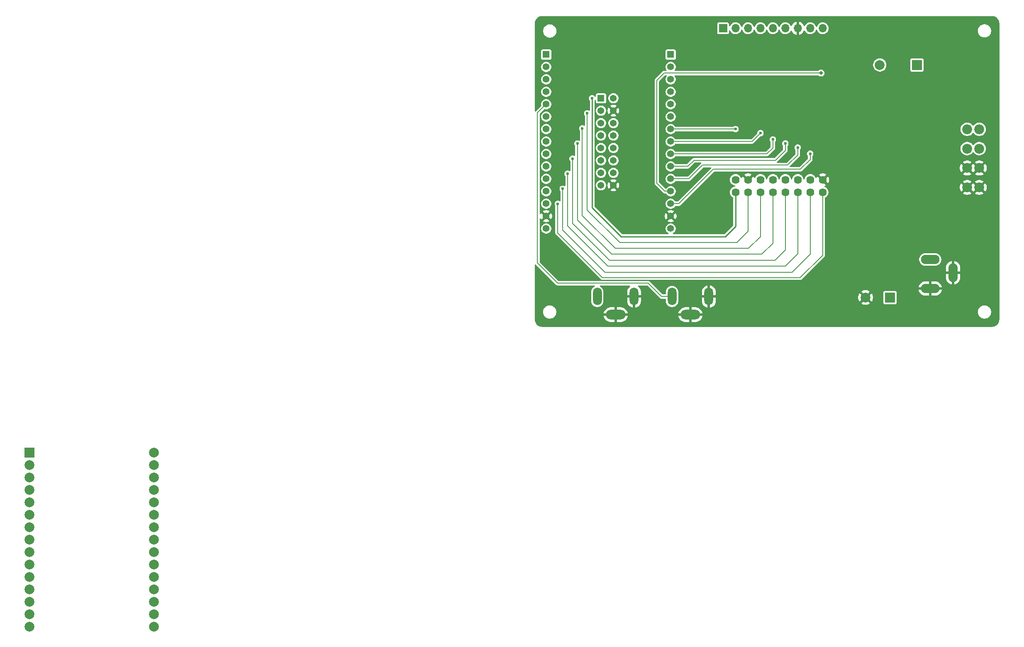
<source format=gbr>
%TF.GenerationSoftware,KiCad,Pcbnew,9.0.0*%
%TF.CreationDate,2025-04-30T10:49:43-04:00*%
%TF.ProjectId,W4MLB_Band_Display_V2,57344d4c-425f-4426-916e-645f44697370,1.0*%
%TF.SameCoordinates,Original*%
%TF.FileFunction,Copper,L2,Bot*%
%TF.FilePolarity,Positive*%
%FSLAX46Y46*%
G04 Gerber Fmt 4.6, Leading zero omitted, Abs format (unit mm)*
G04 Created by KiCad (PCBNEW 9.0.0) date 2025-04-30 10:49:43*
%MOMM*%
%LPD*%
G01*
G04 APERTURE LIST*
%TA.AperFunction,ComponentPad*%
%ADD10R,2.000000X2.000000*%
%TD*%
%TA.AperFunction,ComponentPad*%
%ADD11C,2.000000*%
%TD*%
%TA.AperFunction,ComponentPad*%
%ADD12O,4.000000X2.000000*%
%TD*%
%TA.AperFunction,ComponentPad*%
%ADD13O,1.800000X3.600000*%
%TD*%
%TA.AperFunction,ComponentPad*%
%ADD14R,1.390000X1.390000*%
%TD*%
%TA.AperFunction,ComponentPad*%
%ADD15C,1.390000*%
%TD*%
%TA.AperFunction,ComponentPad*%
%ADD16C,1.620010*%
%TD*%
%TA.AperFunction,ComponentPad*%
%ADD17O,3.800000X1.900000*%
%TD*%
%TA.AperFunction,ComponentPad*%
%ADD18O,1.900000X3.800000*%
%TD*%
%TA.AperFunction,ComponentPad*%
%ADD19R,1.700000X1.700000*%
%TD*%
%TA.AperFunction,ComponentPad*%
%ADD20O,1.700000X1.700000*%
%TD*%
%TA.AperFunction,ComponentPad*%
%ADD21R,1.370000X1.370000*%
%TD*%
%TA.AperFunction,ComponentPad*%
%ADD22C,1.370000*%
%TD*%
%TA.AperFunction,ComponentPad*%
%ADD23C,2.019300*%
%TD*%
%TA.AperFunction,ViaPad*%
%ADD24C,0.700000*%
%TD*%
%TA.AperFunction,ViaPad*%
%ADD25C,0.600000*%
%TD*%
%TA.AperFunction,Conductor*%
%ADD26C,0.200000*%
%TD*%
%TA.AperFunction,Conductor*%
%ADD27C,0.254000*%
%TD*%
G04 APERTURE END LIST*
D10*
%TO.P,BZ1,1,+*%
%TO.N,+5V*%
X197500000Y-74000000D03*
D11*
%TO.P,BZ1,2,-*%
%TO.N,Net-(BZ1--)*%
X189900000Y-74000000D03*
%TD*%
D12*
%TO.P,J6,1*%
%TO.N,GND*%
X151267500Y-125000000D03*
D13*
%TO.P,J6,2*%
%TO.N,GPIO35*%
X147517500Y-121300000D03*
%TO.P,J6,3*%
%TO.N,GND*%
X155017500Y-121300000D03*
%TD*%
D14*
%TO.P,J2,01,01*%
%TO.N,GPIO23*%
X147230000Y-71860000D03*
D15*
%TO.P,J2,02,02*%
%TO.N,GPIO22*%
X147230000Y-74400000D03*
%TO.P,J2,03,03*%
%TO.N,GPIO1*%
X147230000Y-76940000D03*
%TO.P,J2,04,04*%
%TO.N,GPIO3*%
X147230000Y-79480000D03*
%TO.P,J2,05,05*%
%TO.N,GPIO21*%
X147230000Y-82020000D03*
%TO.P,J2,06,06*%
%TO.N,GPIO19*%
X147230000Y-84560000D03*
%TO.P,J2,07,07*%
%TO.N,GPIO18*%
X147230000Y-87100000D03*
%TO.P,J2,08,08*%
%TO.N,GPIO5*%
X147230000Y-89640000D03*
%TO.P,J2,09,09*%
%TO.N,GPIO17*%
X147230000Y-92180000D03*
%TO.P,J2,10,10*%
%TO.N,GPIO16*%
X147230000Y-94720000D03*
%TO.P,J2,11,11*%
%TO.N,GPIO4*%
X147230000Y-97260000D03*
%TO.P,J2,12,12*%
%TO.N,GPIO2*%
X147230000Y-99800000D03*
%TO.P,J2,13,13*%
%TO.N,GPIO15*%
X147230000Y-102340000D03*
%TO.P,J2,14,14*%
%TO.N,GND*%
X147230000Y-104880000D03*
%TO.P,J2,15,15*%
%TO.N,/+3.3VDC*%
X147230000Y-107420000D03*
%TD*%
D16*
%TO.P,J4,1,1*%
%TO.N,GPIO32*%
X160470000Y-100000000D03*
%TO.P,J4,2,2*%
%TO.N,GPIO18*%
X160470000Y-97460000D03*
%TO.P,J4,3,3*%
%TO.N,GPIO33*%
X163010000Y-100000000D03*
%TO.P,J4,4,4*%
%TO.N,GND*%
X163010000Y-97460000D03*
%TO.P,J4,5,5*%
%TO.N,GPIO25*%
X165550000Y-100000000D03*
%TO.P,J4,6,6*%
%TO.N,GPIO5*%
X165550000Y-97460000D03*
%TO.P,J4,7,7*%
%TO.N,GPIO26*%
X168090000Y-100000000D03*
%TO.P,J4,8,8*%
%TO.N,GPIO17*%
X168090000Y-97460000D03*
%TO.P,J4,9,9*%
%TO.N,GPIO27*%
X170630000Y-100000000D03*
%TO.P,J4,10,10*%
%TO.N,GPIO16*%
X170630000Y-97460000D03*
%TO.P,J4,11,11*%
%TO.N,GPIO14*%
X173170000Y-100000000D03*
%TO.P,J4,12,12*%
%TO.N,GPIO4*%
X173170000Y-97460000D03*
%TO.P,J4,13,13*%
%TO.N,GPIO12*%
X175710000Y-100000000D03*
%TO.P,J4,14,14*%
%TO.N,GPIO15*%
X175710000Y-97460000D03*
%TO.P,J4,15,15*%
%TO.N,GPIO13*%
X178250000Y-100000000D03*
%TO.P,J4,16,16*%
%TO.N,GND*%
X178250000Y-97460000D03*
%TD*%
D17*
%TO.P,J8,1*%
%TO.N,/PWR IN*%
X200200000Y-113737500D03*
%TO.P,J8,2*%
%TO.N,GND*%
X200200000Y-119667500D03*
D18*
%TO.P,J8,3*%
X204850000Y-116417500D03*
%TD*%
D19*
%TO.P,J9,1,Pin_1*%
%TO.N,GPIO36*%
X157930000Y-66500000D03*
D20*
%TO.P,J9,2,Pin_2*%
%TO.N,GPIO39*%
X160470000Y-66500000D03*
%TO.P,J9,3,Pin_3*%
%TO.N,GPIO21*%
X163010000Y-66500000D03*
%TO.P,J9,4,Pin_4*%
%TO.N,GPIO22*%
X165550000Y-66500000D03*
%TO.P,J9,5,Pin_5*%
%TO.N,GPIO1*%
X168090000Y-66500000D03*
%TO.P,J9,6,Pin_6*%
%TO.N,GPIO3*%
X170630000Y-66500000D03*
%TO.P,J9,7,Pin_7*%
%TO.N,GND*%
X173170000Y-66500000D03*
%TO.P,J9,8,Pin_8*%
%TO.N,/+3.3VDC*%
X175710000Y-66500000D03*
%TO.P,J9,9,Pin_9*%
%TO.N,+5V*%
X178250000Y-66500000D03*
%TD*%
D12*
%TO.P,J5,1*%
%TO.N,GND*%
X136017500Y-125000000D03*
D13*
%TO.P,J5,2*%
%TO.N,GPIO34*%
X132267500Y-121300000D03*
%TO.P,J5,3*%
%TO.N,GND*%
X139767500Y-121300000D03*
%TD*%
D10*
%TO.P,U1,1,3V3*%
%TO.N,unconnected-(U1-3V3-Pad1)*%
X16350000Y-153190000D03*
D11*
%TO.P,U1,2,GND*%
%TO.N,unconnected-(U1-GND-Pad2)*%
X16350000Y-155730000D03*
%TO.P,U1,3,D15*%
%TO.N,unconnected-(U1-D15-Pad3)*%
X16350000Y-158270000D03*
%TO.P,U1,4,D2*%
%TO.N,unconnected-(U1-D2-Pad4)*%
X16350000Y-160810000D03*
%TO.P,U1,5,D4*%
%TO.N,unconnected-(U1-D4-Pad5)*%
X16350000Y-163350000D03*
%TO.P,U1,6,RX2*%
%TO.N,unconnected-(U1-RX2-Pad6)*%
X16350000Y-165890000D03*
%TO.P,U1,7,TX2*%
%TO.N,unconnected-(U1-TX2-Pad7)*%
X16350000Y-168430000D03*
%TO.P,U1,8,D5*%
%TO.N,unconnected-(U1-D5-Pad8)*%
X16350000Y-170970000D03*
%TO.P,U1,9,D18*%
%TO.N,unconnected-(U1-D18-Pad9)*%
X16350000Y-173510000D03*
%TO.P,U1,10,D19*%
%TO.N,unconnected-(U1-D19-Pad10)*%
X16350000Y-176050000D03*
%TO.P,U1,11,D21*%
%TO.N,unconnected-(U1-D21-Pad11)*%
X16350000Y-178590000D03*
%TO.P,U1,12,RX0*%
%TO.N,unconnected-(U1-RX0-Pad12)*%
X16350000Y-181130000D03*
%TO.P,U1,13,TX0*%
%TO.N,unconnected-(U1-TX0-Pad13)*%
X16350000Y-183670000D03*
%TO.P,U1,14,D22*%
%TO.N,unconnected-(U1-D22-Pad14)*%
X16350000Y-186210000D03*
%TO.P,U1,15,D23*%
%TO.N,unconnected-(U1-D23-Pad15)*%
X16350000Y-188750000D03*
%TO.P,U1,16,EN*%
%TO.N,unconnected-(U1-EN-Pad16)*%
X41750000Y-188750000D03*
%TO.P,U1,17,VP*%
%TO.N,unconnected-(U1-VP-Pad17)*%
X41750000Y-186210000D03*
%TO.P,U1,18,VN*%
%TO.N,unconnected-(U1-VN-Pad18)*%
X41750000Y-183670000D03*
%TO.P,U1,19,D34*%
%TO.N,unconnected-(U1-D34-Pad19)*%
X41750000Y-181130000D03*
%TO.P,U1,20,D35*%
%TO.N,unconnected-(U1-D35-Pad20)*%
X41750000Y-178590000D03*
%TO.P,U1,21,D32*%
%TO.N,unconnected-(U1-D32-Pad21)*%
X41750000Y-176050000D03*
%TO.P,U1,22,D33*%
%TO.N,unconnected-(U1-D33-Pad22)*%
X41750000Y-173510000D03*
%TO.P,U1,23,D25*%
%TO.N,unconnected-(U1-D25-Pad23)*%
X41750000Y-170970000D03*
%TO.P,U1,24,D26*%
%TO.N,unconnected-(U1-D26-Pad24)*%
X41750000Y-168430000D03*
%TO.P,U1,25,D27*%
%TO.N,unconnected-(U1-D27-Pad25)*%
X41750000Y-165890000D03*
%TO.P,U1,26,D14*%
%TO.N,unconnected-(U1-D14-Pad26)*%
X41750000Y-163350000D03*
%TO.P,U1,27,D12*%
%TO.N,unconnected-(U1-D12-Pad27)*%
X41750000Y-160810000D03*
%TO.P,U1,28,D13*%
%TO.N,unconnected-(U1-D13-Pad28)*%
X41750000Y-158270000D03*
%TO.P,U1,29,GND__1*%
%TO.N,unconnected-(U1-GND__1-Pad29)*%
X41750000Y-155730000D03*
%TO.P,U1,30,VIN*%
%TO.N,unconnected-(U1-VIN-Pad30)*%
X41750000Y-153190000D03*
%TD*%
D10*
%TO.P,C2,1*%
%TO.N,+5V*%
X192000000Y-121500000D03*
D11*
%TO.P,C2,2*%
%TO.N,GND*%
X187000000Y-121500000D03*
%TD*%
D14*
%TO.P,J1,01,01*%
%TO.N,unconnected-(J1-Pad01)*%
X121830000Y-71860000D03*
D15*
%TO.P,J1,02,02*%
%TO.N,GPIO36*%
X121830000Y-74400000D03*
%TO.P,J1,03,03*%
%TO.N,GPIO39*%
X121830000Y-76940000D03*
%TO.P,J1,04,04*%
%TO.N,GPIO34*%
X121830000Y-79480000D03*
%TO.P,J1,05,05*%
%TO.N,GPIO35*%
X121830000Y-82020000D03*
%TO.P,J1,06,06*%
%TO.N,GPIO32*%
X121830000Y-84560000D03*
%TO.P,J1,07,07*%
%TO.N,GPIO33*%
X121830000Y-87100000D03*
%TO.P,J1,08,08*%
%TO.N,GPIO25*%
X121830000Y-89640000D03*
%TO.P,J1,09,09*%
%TO.N,GPIO26*%
X121830000Y-92180000D03*
%TO.P,J1,10,10*%
%TO.N,GPIO27*%
X121830000Y-94720000D03*
%TO.P,J1,11,11*%
%TO.N,GPIO14*%
X121830000Y-97260000D03*
%TO.P,J1,12,12*%
%TO.N,GPIO12*%
X121830000Y-99800000D03*
%TO.P,J1,13,13*%
%TO.N,GPIO13*%
X121830000Y-102340000D03*
%TO.P,J1,14,14*%
%TO.N,GND*%
X121830000Y-104880000D03*
%TO.P,J1,15,15*%
%TO.N,+5V*%
X121830000Y-107420000D03*
%TD*%
D21*
%TO.P,J3,01,01*%
%TO.N,GPIO32*%
X133010000Y-80802500D03*
D22*
%TO.P,J3,02,02*%
%TO.N,GPIO18*%
X135550000Y-80802500D03*
%TO.P,J3,03,03*%
%TO.N,GPIO33*%
X133010000Y-83342500D03*
%TO.P,J3,04,04*%
%TO.N,GND*%
X135550000Y-83342500D03*
%TO.P,J3,05,05*%
%TO.N,GPIO25*%
X133010000Y-85882500D03*
%TO.P,J3,06,06*%
%TO.N,GPIO5*%
X135550000Y-85882500D03*
%TO.P,J3,07,07*%
%TO.N,GPIO26*%
X133010000Y-88422500D03*
%TO.P,J3,08,08*%
%TO.N,GPIO17*%
X135550000Y-88422500D03*
%TO.P,J3,09,09*%
%TO.N,GPIO27*%
X133010000Y-90962500D03*
%TO.P,J3,10,10*%
%TO.N,GPIO16*%
X135550000Y-90962500D03*
%TO.P,J3,11,11*%
%TO.N,GPIO14*%
X133010000Y-93502500D03*
%TO.P,J3,12,12*%
%TO.N,GPIO4*%
X135550000Y-93502500D03*
%TO.P,J3,13,13*%
%TO.N,GPIO12*%
X133010000Y-96042500D03*
%TO.P,J3,14,14*%
%TO.N,GPIO15*%
X135550000Y-96042500D03*
%TO.P,J3,15,15*%
%TO.N,GPIO13*%
X133010000Y-98582500D03*
%TO.P,J3,16,16*%
%TO.N,GND*%
X135550000Y-98582500D03*
%TD*%
D23*
%TO.P,J7,01_1,01*%
%TO.N,+5V*%
X210200000Y-87130000D03*
%TO.P,J7,01_2,01__1*%
X207740000Y-87130000D03*
%TO.P,J7,02_1,02*%
X210200000Y-91090000D03*
%TO.P,J7,02_2,02__1*%
X207740000Y-91090000D03*
%TO.P,J7,03_1,03*%
%TO.N,GND*%
X210200000Y-95050000D03*
%TO.P,J7,03_2,03__1*%
X207740000Y-95050000D03*
%TO.P,J7,04_1,04*%
X210200000Y-99010000D03*
%TO.P,J7,04_2,04__1*%
X207740000Y-99010000D03*
%TD*%
D24*
%TO.N,GND*%
X127980000Y-82000000D03*
X209300000Y-74500000D03*
X183630000Y-76140000D03*
X128000000Y-79450000D03*
X205540000Y-101200000D03*
D25*
%TO.N,GPIO32*%
X131200000Y-80802500D03*
%TO.N,GPIO16*%
X170630000Y-90041429D03*
%TO.N,GPIO17*%
X168090000Y-89218571D03*
%TO.N,GPIO4*%
X173150000Y-90864286D03*
%TO.N,GPIO13*%
X124200000Y-102362500D03*
%TO.N,GPIO33*%
X130200000Y-83882500D03*
%TO.N,GPIO25*%
X129200000Y-86962500D03*
%TO.N,GPIO27*%
X127200000Y-93122500D03*
%TO.N,GPIO26*%
X128200000Y-90042500D03*
D24*
%TO.N,GPIO2*%
X177900000Y-75650000D03*
D25*
%TO.N,GPIO14*%
X126200000Y-96202500D03*
%TO.N,GPIO18*%
X160470000Y-87100000D03*
%TO.N,GPIO12*%
X125200000Y-99282500D03*
%TO.N,GPIO5*%
X165550000Y-87922857D03*
%TO.N,GPIO15*%
X175710000Y-92130000D03*
%TD*%
D26*
%TO.N,GND*%
X181960000Y-102250000D02*
X182000000Y-102290000D01*
D27*
%TO.N,GPIO32*%
X158400000Y-109050000D02*
X160470000Y-106980000D01*
X160470000Y-106980000D02*
X160470000Y-100000000D01*
X131220000Y-80802500D02*
X131220000Y-103120000D01*
X131220000Y-103120000D02*
X137150000Y-109050000D01*
X137150000Y-109050000D02*
X158400000Y-109050000D01*
D26*
%TO.N,GPIO16*%
X147230000Y-94720000D02*
X150730000Y-94720000D01*
X168640000Y-93460000D02*
X170630000Y-91470000D01*
X150730000Y-94720000D02*
X151990000Y-93460000D01*
X170630000Y-91470000D02*
X170630000Y-90041429D01*
X151990000Y-93460000D02*
X168640000Y-93460000D01*
%TO.N,GPIO17*%
X168090000Y-90960000D02*
X168090000Y-89218571D01*
X147230000Y-92180000D02*
X166870000Y-92180000D01*
X166870000Y-92180000D02*
X168090000Y-90960000D01*
%TO.N,GPIO4*%
X150940000Y-97260000D02*
X153740000Y-94460000D01*
X147230000Y-97260000D02*
X150940000Y-97260000D01*
X171090000Y-94460000D02*
X173150000Y-92400000D01*
X173150000Y-92400000D02*
X173150000Y-90864286D01*
X153740000Y-94460000D02*
X171090000Y-94460000D01*
%TO.N,GPIO13*%
X178250000Y-112850000D02*
X178250000Y-100000000D01*
X133300000Y-117450000D02*
X173650000Y-117450000D01*
X124140000Y-108290000D02*
X133300000Y-117450000D01*
X124140000Y-102340000D02*
X124140000Y-108290000D01*
X173650000Y-117450000D02*
X178250000Y-112850000D01*
%TO.N,GPIO33*%
X130200000Y-83882500D02*
X130200000Y-103650000D01*
X130200000Y-103650000D02*
X136823143Y-110273143D01*
X163010000Y-107990000D02*
X163010000Y-100000000D01*
X136823143Y-110273143D02*
X160726857Y-110273143D01*
X160726857Y-110273143D02*
X163010000Y-107990000D01*
%TO.N,GPIO25*%
X135919286Y-111469286D02*
X163130714Y-111469286D01*
X163130714Y-111469286D02*
X165550000Y-109050000D01*
X129200000Y-86962500D02*
X129200000Y-104750000D01*
X165550000Y-109050000D02*
X165550000Y-100000000D01*
X129200000Y-104750000D02*
X135919286Y-111469286D01*
%TO.N,GPIO35*%
X124200000Y-118600000D02*
X120050000Y-114450000D01*
X145350000Y-121300000D02*
X142650000Y-118600000D01*
X142650000Y-118600000D02*
X124200000Y-118600000D01*
X120050000Y-114450000D02*
X120050000Y-83800000D01*
X147517500Y-121300000D02*
X145350000Y-121300000D01*
X120050000Y-83800000D02*
X121830000Y-82020000D01*
%TO.N,GPIO27*%
X170630000Y-111770000D02*
X170630000Y-100000000D01*
X127200000Y-106350000D02*
X134711571Y-113861571D01*
X168538429Y-113861571D02*
X170630000Y-111770000D01*
X127200000Y-93122500D02*
X127200000Y-106350000D01*
X134711571Y-113861571D02*
X168538429Y-113861571D01*
%TO.N,GPIO26*%
X165834571Y-112665429D02*
X168090000Y-110410000D01*
X128200000Y-105700000D02*
X135165429Y-112665429D01*
X128200000Y-90042500D02*
X128200000Y-105700000D01*
X135165429Y-112665429D02*
X165834571Y-112665429D01*
X168090000Y-110410000D02*
X168090000Y-100000000D01*
%TO.N,GPIO2*%
X146050000Y-99800000D02*
X147230000Y-99800000D01*
X177900000Y-75650000D02*
X145900000Y-75650000D01*
X145900000Y-75650000D02*
X144400000Y-77150000D01*
X144400000Y-77150000D02*
X144400000Y-98150000D01*
X144400000Y-98150000D02*
X146050000Y-99800000D01*
%TO.N,GPIO14*%
X134400000Y-115057714D02*
X170650000Y-115057714D01*
X126200000Y-96202500D02*
X126200000Y-106850000D01*
X173170000Y-112530000D02*
X173170000Y-100000000D01*
X126200000Y-106850000D02*
X134400000Y-115050000D01*
X170650000Y-115050000D02*
X173170000Y-112530000D01*
%TO.N,GPIO18*%
X147230000Y-87100000D02*
X160470000Y-87100000D01*
%TO.N,GPIO12*%
X172000000Y-116350000D02*
X175710000Y-112640000D01*
X125200000Y-99282500D02*
X125200000Y-107700000D01*
X171953857Y-116350000D02*
X172000000Y-116350000D01*
X175710000Y-112640000D02*
X175710000Y-100000000D01*
X125200000Y-107700000D02*
X133850000Y-116350000D01*
X133850000Y-116350000D02*
X171953857Y-116350000D01*
%TO.N,GPIO5*%
X147230000Y-89640000D02*
X155090000Y-89640000D01*
X163832857Y-89640000D02*
X155090000Y-89640000D01*
X165550000Y-87922857D02*
X163832857Y-89640000D01*
%TO.N,GPIO15*%
X175710000Y-93290000D02*
X175710000Y-92130000D01*
X173700000Y-95300000D02*
X175710000Y-93290000D01*
X175710000Y-97460000D02*
X175710000Y-97490000D01*
X155950000Y-95300000D02*
X173700000Y-95300000D01*
X147230000Y-102340000D02*
X148910000Y-102340000D01*
X148910000Y-102340000D02*
X155950000Y-95300000D01*
%TD*%
%TA.AperFunction,Conductor*%
%TO.N,GND*%
G36*
X212804418Y-64000816D02*
G01*
X213004561Y-64015130D01*
X213022063Y-64017647D01*
X213213797Y-64059355D01*
X213230755Y-64064334D01*
X213414609Y-64132909D01*
X213430701Y-64140259D01*
X213602904Y-64234288D01*
X213617784Y-64243849D01*
X213774867Y-64361441D01*
X213788237Y-64373027D01*
X213926972Y-64511762D01*
X213938558Y-64525132D01*
X214056146Y-64682210D01*
X214065711Y-64697095D01*
X214159740Y-64869298D01*
X214167090Y-64885390D01*
X214235662Y-65069236D01*
X214240646Y-65086212D01*
X214282351Y-65277931D01*
X214284869Y-65295442D01*
X214299184Y-65495580D01*
X214299500Y-65504427D01*
X214299500Y-125995572D01*
X214299184Y-126004419D01*
X214284869Y-126204557D01*
X214282351Y-126222068D01*
X214240646Y-126413787D01*
X214235662Y-126430763D01*
X214167090Y-126614609D01*
X214159740Y-126630701D01*
X214065711Y-126802904D01*
X214056146Y-126817789D01*
X213938558Y-126974867D01*
X213926972Y-126988237D01*
X213788237Y-127126972D01*
X213774867Y-127138558D01*
X213617789Y-127256146D01*
X213602904Y-127265711D01*
X213430701Y-127359740D01*
X213414609Y-127367090D01*
X213230763Y-127435662D01*
X213213787Y-127440646D01*
X213022068Y-127482351D01*
X213004557Y-127484869D01*
X212823779Y-127497799D01*
X212804417Y-127499184D01*
X212795572Y-127499500D01*
X121004428Y-127499500D01*
X120995582Y-127499184D01*
X120973622Y-127497613D01*
X120795442Y-127484869D01*
X120777931Y-127482351D01*
X120586212Y-127440646D01*
X120569236Y-127435662D01*
X120385390Y-127367090D01*
X120369298Y-127359740D01*
X120197095Y-127265711D01*
X120182210Y-127256146D01*
X120025132Y-127138558D01*
X120011762Y-127126972D01*
X119873027Y-126988237D01*
X119861441Y-126974867D01*
X119743849Y-126817784D01*
X119734288Y-126802904D01*
X119640259Y-126630701D01*
X119632909Y-126614609D01*
X119564334Y-126430755D01*
X119559355Y-126413797D01*
X119517647Y-126222063D01*
X119515130Y-126204556D01*
X119500816Y-126004418D01*
X119500500Y-125995572D01*
X119500500Y-124358179D01*
X121185034Y-124358179D01*
X121185034Y-124570753D01*
X121218288Y-124780709D01*
X121268739Y-124935981D01*
X121283978Y-124982880D01*
X121380485Y-125172286D01*
X121505424Y-125344252D01*
X121655747Y-125494575D01*
X121827713Y-125619514D01*
X121827715Y-125619515D01*
X121827718Y-125619517D01*
X122017122Y-125716023D01*
X122219291Y-125781712D01*
X122429247Y-125814966D01*
X122429248Y-125814966D01*
X122641820Y-125814966D01*
X122641821Y-125814966D01*
X122851777Y-125781712D01*
X123053946Y-125716023D01*
X123243350Y-125619517D01*
X123303519Y-125575802D01*
X123415320Y-125494575D01*
X123415322Y-125494572D01*
X123415326Y-125494570D01*
X123565638Y-125344258D01*
X123565640Y-125344254D01*
X123565643Y-125344252D01*
X123690584Y-125172283D01*
X123698555Y-125156641D01*
X123729439Y-125096026D01*
X123787091Y-124982878D01*
X123852780Y-124780709D01*
X123857644Y-124750000D01*
X133538398Y-124750000D01*
X134817499Y-124750000D01*
X134792479Y-124810402D01*
X134767500Y-124935981D01*
X134767500Y-125064019D01*
X134792479Y-125189598D01*
X134817499Y-125250000D01*
X133538398Y-125250000D01*
X133554434Y-125351247D01*
X133627397Y-125575802D01*
X133734585Y-125786171D01*
X133873366Y-125977186D01*
X134040313Y-126144133D01*
X134231328Y-126282914D01*
X134441697Y-126390102D01*
X134666252Y-126463065D01*
X134666251Y-126463065D01*
X134899448Y-126500000D01*
X135767500Y-126500000D01*
X135767500Y-125650000D01*
X136267500Y-125650000D01*
X136267500Y-126500000D01*
X137135552Y-126500000D01*
X137368747Y-126463065D01*
X137593302Y-126390102D01*
X137803671Y-126282914D01*
X137994686Y-126144133D01*
X138161633Y-125977186D01*
X138300414Y-125786171D01*
X138407602Y-125575802D01*
X138480565Y-125351247D01*
X138496602Y-125250000D01*
X137217501Y-125250000D01*
X137242521Y-125189598D01*
X137267500Y-125064019D01*
X137267500Y-124935981D01*
X137242521Y-124810402D01*
X137217501Y-124750000D01*
X138496602Y-124750000D01*
X148788398Y-124750000D01*
X150067499Y-124750000D01*
X150042479Y-124810402D01*
X150017500Y-124935981D01*
X150017500Y-125064019D01*
X150042479Y-125189598D01*
X150067499Y-125250000D01*
X148788398Y-125250000D01*
X148804434Y-125351247D01*
X148877397Y-125575802D01*
X148984585Y-125786171D01*
X149123366Y-125977186D01*
X149290313Y-126144133D01*
X149481328Y-126282914D01*
X149691697Y-126390102D01*
X149916252Y-126463065D01*
X149916251Y-126463065D01*
X150149448Y-126500000D01*
X151017500Y-126500000D01*
X151017500Y-125650000D01*
X151517500Y-125650000D01*
X151517500Y-126500000D01*
X152385552Y-126500000D01*
X152618747Y-126463065D01*
X152843302Y-126390102D01*
X153053671Y-126282914D01*
X153244686Y-126144133D01*
X153411633Y-125977186D01*
X153550414Y-125786171D01*
X153657602Y-125575802D01*
X153730565Y-125351247D01*
X153746602Y-125250000D01*
X152467501Y-125250000D01*
X152492521Y-125189598D01*
X152517500Y-125064019D01*
X152517500Y-124935981D01*
X152492521Y-124810402D01*
X152467501Y-124750000D01*
X153746602Y-124750000D01*
X153730565Y-124648752D01*
X153657602Y-124424197D01*
X153650166Y-124409602D01*
X153623965Y-124358179D01*
X209913966Y-124358179D01*
X209913966Y-124570753D01*
X209947220Y-124780709D01*
X209997671Y-124935981D01*
X210012910Y-124982880D01*
X210109417Y-125172286D01*
X210234356Y-125344252D01*
X210384679Y-125494575D01*
X210556645Y-125619514D01*
X210556647Y-125619515D01*
X210556650Y-125619517D01*
X210746054Y-125716023D01*
X210948223Y-125781712D01*
X211158179Y-125814966D01*
X211158180Y-125814966D01*
X211370752Y-125814966D01*
X211370753Y-125814966D01*
X211580709Y-125781712D01*
X211782878Y-125716023D01*
X211972282Y-125619517D01*
X212032451Y-125575802D01*
X212144252Y-125494575D01*
X212144254Y-125494572D01*
X212144258Y-125494570D01*
X212294570Y-125344258D01*
X212294572Y-125344254D01*
X212294575Y-125344252D01*
X212419514Y-125172286D01*
X212419516Y-125172283D01*
X212419517Y-125172282D01*
X212516023Y-124982878D01*
X212581712Y-124780709D01*
X212614966Y-124570753D01*
X212614966Y-124358179D01*
X212581712Y-124148223D01*
X212516023Y-123946054D01*
X212419517Y-123756650D01*
X212419515Y-123756647D01*
X212419514Y-123756645D01*
X212294575Y-123584679D01*
X212144252Y-123434356D01*
X211972286Y-123309417D01*
X211782880Y-123212910D01*
X211782879Y-123212909D01*
X211782878Y-123212909D01*
X211580709Y-123147220D01*
X211580707Y-123147219D01*
X211580706Y-123147219D01*
X211419423Y-123121674D01*
X211370753Y-123113966D01*
X211158179Y-123113966D01*
X211109508Y-123121674D01*
X210948226Y-123147219D01*
X210746051Y-123212910D01*
X210556645Y-123309417D01*
X210384679Y-123434356D01*
X210234356Y-123584679D01*
X210109417Y-123756645D01*
X210012910Y-123946051D01*
X209947219Y-124148226D01*
X209936829Y-124213828D01*
X209913966Y-124358179D01*
X153623965Y-124358179D01*
X153550414Y-124213828D01*
X153411633Y-124022813D01*
X153244686Y-123855866D01*
X153053671Y-123717085D01*
X152843302Y-123609897D01*
X152618747Y-123536934D01*
X152618748Y-123536934D01*
X152385552Y-123500000D01*
X151517500Y-123500000D01*
X151517500Y-124350000D01*
X151017500Y-124350000D01*
X151017500Y-123500000D01*
X150149448Y-123500000D01*
X149916252Y-123536934D01*
X149691697Y-123609897D01*
X149481328Y-123717085D01*
X149290313Y-123855866D01*
X149123366Y-124022813D01*
X148984585Y-124213828D01*
X148877397Y-124424197D01*
X148804434Y-124648752D01*
X148788398Y-124750000D01*
X138496602Y-124750000D01*
X138480565Y-124648752D01*
X138407602Y-124424197D01*
X138300414Y-124213828D01*
X138161633Y-124022813D01*
X137994686Y-123855866D01*
X137803671Y-123717085D01*
X137593302Y-123609897D01*
X137368747Y-123536934D01*
X137368748Y-123536934D01*
X137135552Y-123500000D01*
X136267500Y-123500000D01*
X136267500Y-124350000D01*
X135767500Y-124350000D01*
X135767500Y-123500000D01*
X134899448Y-123500000D01*
X134666252Y-123536934D01*
X134441697Y-123609897D01*
X134231328Y-123717085D01*
X134040313Y-123855866D01*
X133873366Y-124022813D01*
X133734585Y-124213828D01*
X133627397Y-124424197D01*
X133554434Y-124648752D01*
X133538398Y-124750000D01*
X123857644Y-124750000D01*
X123886034Y-124570753D01*
X123886034Y-124358179D01*
X123852780Y-124148223D01*
X123787091Y-123946054D01*
X123690585Y-123756650D01*
X123690583Y-123756647D01*
X123690582Y-123756645D01*
X123565643Y-123584679D01*
X123415320Y-123434356D01*
X123243354Y-123309417D01*
X123053948Y-123212910D01*
X123053947Y-123212909D01*
X123053946Y-123212909D01*
X122851777Y-123147220D01*
X122851775Y-123147219D01*
X122851774Y-123147219D01*
X122690491Y-123121674D01*
X122641821Y-123113966D01*
X122429247Y-123113966D01*
X122380576Y-123121674D01*
X122219294Y-123147219D01*
X122017119Y-123212910D01*
X121827713Y-123309417D01*
X121655747Y-123434356D01*
X121505424Y-123584679D01*
X121380485Y-123756645D01*
X121283978Y-123946051D01*
X121218287Y-124148226D01*
X121207897Y-124213828D01*
X121185034Y-124358179D01*
X119500500Y-124358179D01*
X119500500Y-114836965D01*
X119520185Y-114769926D01*
X119572989Y-114724171D01*
X119642147Y-114714227D01*
X119705703Y-114743252D01*
X119712181Y-114749284D01*
X123923386Y-118960489D01*
X123923387Y-118960490D01*
X123923389Y-118960491D01*
X123982693Y-118994729D01*
X123982696Y-118994732D01*
X124016937Y-119014500D01*
X124026114Y-119019799D01*
X124140691Y-119050500D01*
X131645082Y-119050500D01*
X131712121Y-119070185D01*
X131757876Y-119122989D01*
X131767820Y-119192147D01*
X131738795Y-119255703D01*
X131701377Y-119284985D01*
X131612094Y-119330476D01*
X131566746Y-119363424D01*
X131452854Y-119446172D01*
X131452852Y-119446174D01*
X131452851Y-119446174D01*
X131313674Y-119585351D01*
X131313674Y-119585352D01*
X131313672Y-119585354D01*
X131290337Y-119617472D01*
X131197976Y-119744594D01*
X131108617Y-119919970D01*
X131047790Y-120107173D01*
X131017000Y-120301577D01*
X131017000Y-122298422D01*
X131047790Y-122492826D01*
X131108617Y-122680029D01*
X131161040Y-122782914D01*
X131197976Y-122855405D01*
X131313672Y-123014646D01*
X131452854Y-123153828D01*
X131612095Y-123269524D01*
X131690386Y-123309415D01*
X131787470Y-123358882D01*
X131787472Y-123358882D01*
X131787475Y-123358884D01*
X131887817Y-123391487D01*
X131974673Y-123419709D01*
X132169078Y-123450500D01*
X132169083Y-123450500D01*
X132365922Y-123450500D01*
X132560326Y-123419709D01*
X132747525Y-123358884D01*
X132922905Y-123269524D01*
X133082146Y-123153828D01*
X133221328Y-123014646D01*
X133337024Y-122855405D01*
X133426384Y-122680025D01*
X133487209Y-122492826D01*
X133493976Y-122450099D01*
X133518000Y-122298422D01*
X133518000Y-120301577D01*
X133487209Y-120107173D01*
X133426382Y-119919970D01*
X133379243Y-119827455D01*
X133337024Y-119744595D01*
X133221328Y-119585354D01*
X133082146Y-119446172D01*
X132922905Y-119330476D01*
X132833622Y-119284984D01*
X132782827Y-119237011D01*
X132766032Y-119169190D01*
X132788569Y-119103055D01*
X132843284Y-119059603D01*
X132889918Y-119050500D01*
X138861473Y-119050500D01*
X138928512Y-119070185D01*
X138974267Y-119122989D01*
X138984211Y-119192147D01*
X138955186Y-119255703D01*
X138934358Y-119274818D01*
X138855464Y-119332137D01*
X138855458Y-119332142D01*
X138699642Y-119487958D01*
X138570113Y-119666239D01*
X138470067Y-119862589D01*
X138401973Y-120072164D01*
X138367500Y-120289818D01*
X138367500Y-121050000D01*
X139267500Y-121050000D01*
X139267500Y-121550000D01*
X138367500Y-121550000D01*
X138367500Y-122310181D01*
X138401973Y-122527835D01*
X138470067Y-122737410D01*
X138570113Y-122933760D01*
X138699642Y-123112041D01*
X138855458Y-123267857D01*
X139033739Y-123397386D01*
X139230089Y-123497432D01*
X139439663Y-123565526D01*
X139517499Y-123577854D01*
X139517500Y-123577854D01*
X139517500Y-122483012D01*
X139574507Y-122515925D01*
X139701674Y-122550000D01*
X139833326Y-122550000D01*
X139960493Y-122515925D01*
X140017500Y-122483012D01*
X140017500Y-123577854D01*
X140095334Y-123565526D01*
X140095337Y-123565526D01*
X140304910Y-123497432D01*
X140501260Y-123397386D01*
X140679541Y-123267857D01*
X140835357Y-123112041D01*
X140964886Y-122933760D01*
X141064932Y-122737410D01*
X141133026Y-122527835D01*
X141167500Y-122310181D01*
X141167500Y-121550000D01*
X140267500Y-121550000D01*
X140267500Y-121050000D01*
X141167500Y-121050000D01*
X141167500Y-120289818D01*
X141133026Y-120072164D01*
X141064932Y-119862589D01*
X140964886Y-119666239D01*
X140835357Y-119487958D01*
X140679541Y-119332142D01*
X140679535Y-119332137D01*
X140600642Y-119274818D01*
X140557976Y-119219488D01*
X140551997Y-119149875D01*
X140584603Y-119088080D01*
X140645441Y-119053723D01*
X140673527Y-119050500D01*
X142412035Y-119050500D01*
X142479074Y-119070185D01*
X142499715Y-119086818D01*
X145073386Y-121660490D01*
X145176114Y-121719799D01*
X145290691Y-121750500D01*
X146143000Y-121750500D01*
X146210039Y-121770185D01*
X146255794Y-121822989D01*
X146267000Y-121874500D01*
X146267000Y-122298422D01*
X146297790Y-122492826D01*
X146358617Y-122680029D01*
X146411040Y-122782914D01*
X146447976Y-122855405D01*
X146563672Y-123014646D01*
X146702854Y-123153828D01*
X146862095Y-123269524D01*
X146940386Y-123309415D01*
X147037470Y-123358882D01*
X147037472Y-123358882D01*
X147037475Y-123358884D01*
X147137817Y-123391487D01*
X147224673Y-123419709D01*
X147419078Y-123450500D01*
X147419083Y-123450500D01*
X147615922Y-123450500D01*
X147810326Y-123419709D01*
X147997525Y-123358884D01*
X148172905Y-123269524D01*
X148332146Y-123153828D01*
X148471328Y-123014646D01*
X148587024Y-122855405D01*
X148676384Y-122680025D01*
X148737209Y-122492826D01*
X148743976Y-122450099D01*
X148768000Y-122298422D01*
X148768000Y-120301578D01*
X148766137Y-120289818D01*
X153617500Y-120289818D01*
X153617500Y-121050000D01*
X154517500Y-121050000D01*
X154517500Y-121550000D01*
X153617500Y-121550000D01*
X153617500Y-122310181D01*
X153651973Y-122527835D01*
X153720067Y-122737410D01*
X153820113Y-122933760D01*
X153949642Y-123112041D01*
X154105458Y-123267857D01*
X154283739Y-123397386D01*
X154480089Y-123497432D01*
X154689663Y-123565526D01*
X154767499Y-123577854D01*
X154767500Y-123577854D01*
X154767500Y-122483012D01*
X154824507Y-122515925D01*
X154951674Y-122550000D01*
X155083326Y-122550000D01*
X155210493Y-122515925D01*
X155267500Y-122483012D01*
X155267500Y-123577854D01*
X155345334Y-123565526D01*
X155345337Y-123565526D01*
X155554910Y-123497432D01*
X155751260Y-123397386D01*
X155929541Y-123267857D01*
X156085357Y-123112041D01*
X156214886Y-122933760D01*
X156314932Y-122737410D01*
X156347531Y-122637081D01*
X156383026Y-122527835D01*
X156417500Y-122310181D01*
X156417500Y-121550000D01*
X155517500Y-121550000D01*
X155517500Y-121381947D01*
X185500000Y-121381947D01*
X185500000Y-121618052D01*
X185536934Y-121851247D01*
X185609897Y-122075802D01*
X185717087Y-122286174D01*
X185777338Y-122369104D01*
X185777340Y-122369105D01*
X186517037Y-121629408D01*
X186534075Y-121692993D01*
X186599901Y-121807007D01*
X186692993Y-121900099D01*
X186807007Y-121965925D01*
X186870590Y-121982962D01*
X186130893Y-122722658D01*
X186213828Y-122782914D01*
X186424197Y-122890102D01*
X186648752Y-122963065D01*
X186648751Y-122963065D01*
X186881948Y-123000000D01*
X187118052Y-123000000D01*
X187351247Y-122963065D01*
X187575802Y-122890102D01*
X187786163Y-122782918D01*
X187786169Y-122782914D01*
X187869104Y-122722658D01*
X187869105Y-122722658D01*
X187129408Y-121982962D01*
X187192993Y-121965925D01*
X187307007Y-121900099D01*
X187400099Y-121807007D01*
X187465925Y-121692993D01*
X187482962Y-121629408D01*
X188222658Y-122369105D01*
X188222658Y-122369104D01*
X188282914Y-122286169D01*
X188282918Y-122286163D01*
X188390102Y-122075802D01*
X188463065Y-121851247D01*
X188500000Y-121618052D01*
X188500000Y-121381947D01*
X188463065Y-121148752D01*
X188390102Y-120924197D01*
X188282914Y-120713828D01*
X188222658Y-120630894D01*
X188222658Y-120630893D01*
X187482962Y-121370590D01*
X187465925Y-121307007D01*
X187400099Y-121192993D01*
X187307007Y-121099901D01*
X187192993Y-121034075D01*
X187129409Y-121017037D01*
X187679707Y-120466739D01*
X190649500Y-120466739D01*
X190649500Y-122533260D01*
X190659426Y-122601391D01*
X190710803Y-122706485D01*
X190793514Y-122789196D01*
X190793515Y-122789196D01*
X190793517Y-122789198D01*
X190898607Y-122840573D01*
X190932673Y-122845536D01*
X190966739Y-122850500D01*
X190966740Y-122850500D01*
X193033261Y-122850500D01*
X193055971Y-122847191D01*
X193101393Y-122840573D01*
X193206483Y-122789198D01*
X193289198Y-122706483D01*
X193340573Y-122601393D01*
X193350500Y-122533260D01*
X193350500Y-120466740D01*
X193340573Y-120398607D01*
X193289198Y-120293517D01*
X193289196Y-120293515D01*
X193289196Y-120293514D01*
X193206485Y-120210803D01*
X193101391Y-120159426D01*
X193033261Y-120149500D01*
X193033260Y-120149500D01*
X190966740Y-120149500D01*
X190966739Y-120149500D01*
X190898608Y-120159426D01*
X190793514Y-120210803D01*
X190710803Y-120293514D01*
X190659426Y-120398608D01*
X190649500Y-120466739D01*
X187679707Y-120466739D01*
X187771874Y-120374572D01*
X187869105Y-120277340D01*
X187869104Y-120277338D01*
X187786174Y-120217087D01*
X187575802Y-120109897D01*
X187351247Y-120036934D01*
X187351248Y-120036934D01*
X187136425Y-120002910D01*
X187118052Y-120000000D01*
X186881948Y-120000000D01*
X186648752Y-120036934D01*
X186424197Y-120109897D01*
X186213830Y-120217084D01*
X186130894Y-120277340D01*
X186870591Y-121017037D01*
X186807007Y-121034075D01*
X186692993Y-121099901D01*
X186599901Y-121192993D01*
X186534075Y-121307007D01*
X186517037Y-121370590D01*
X185777340Y-120630894D01*
X185717084Y-120713830D01*
X185609897Y-120924197D01*
X185536934Y-121148752D01*
X185500000Y-121381947D01*
X155517500Y-121381947D01*
X155517500Y-121050000D01*
X156417500Y-121050000D01*
X156417500Y-120289818D01*
X156383026Y-120072164D01*
X156314932Y-119862589D01*
X156214886Y-119666239D01*
X156114049Y-119527449D01*
X156114048Y-119527447D01*
X156085362Y-119487964D01*
X156085357Y-119487958D01*
X156014899Y-119417500D01*
X197821522Y-119417500D01*
X198767599Y-119417500D01*
X198750924Y-119434175D01*
X198700896Y-119520825D01*
X198675000Y-119617472D01*
X198675000Y-119717528D01*
X198700896Y-119814175D01*
X198750924Y-119900825D01*
X198767599Y-119917500D01*
X197821522Y-119917500D01*
X197835704Y-120007044D01*
X197906230Y-120224104D01*
X198009849Y-120427466D01*
X198144004Y-120612114D01*
X198305385Y-120773495D01*
X198490033Y-120907650D01*
X198693395Y-121011269D01*
X198910455Y-121081795D01*
X199135884Y-121117500D01*
X199950000Y-121117500D01*
X199950000Y-120047500D01*
X200450000Y-120047500D01*
X200450000Y-121117500D01*
X201264116Y-121117500D01*
X201489544Y-121081795D01*
X201706604Y-121011269D01*
X201909966Y-120907650D01*
X202094614Y-120773495D01*
X202255995Y-120612114D01*
X202390150Y-120427466D01*
X202493769Y-120224104D01*
X202564295Y-120007044D01*
X202578478Y-119917500D01*
X201632401Y-119917500D01*
X201649076Y-119900825D01*
X201699104Y-119814175D01*
X201725000Y-119717528D01*
X201725000Y-119617472D01*
X201699104Y-119520825D01*
X201649076Y-119434175D01*
X201632401Y-119417500D01*
X202578478Y-119417500D01*
X202564295Y-119327955D01*
X202493769Y-119110895D01*
X202390150Y-118907533D01*
X202255995Y-118722885D01*
X202094614Y-118561504D01*
X201909966Y-118427349D01*
X201706604Y-118323730D01*
X201489544Y-118253204D01*
X201264116Y-118217500D01*
X200450000Y-118217500D01*
X200450000Y-119287500D01*
X199950000Y-119287500D01*
X199950000Y-118217500D01*
X199135884Y-118217500D01*
X198910455Y-118253204D01*
X198693395Y-118323730D01*
X198490033Y-118427349D01*
X198305385Y-118561504D01*
X198144004Y-118722885D01*
X198009849Y-118907533D01*
X197906230Y-119110895D01*
X197835704Y-119327955D01*
X197821522Y-119417500D01*
X156014899Y-119417500D01*
X155929541Y-119332142D01*
X155751260Y-119202613D01*
X155554910Y-119102567D01*
X155345336Y-119034473D01*
X155267500Y-119022144D01*
X155267500Y-120116988D01*
X155210493Y-120084075D01*
X155083326Y-120050000D01*
X154951674Y-120050000D01*
X154824507Y-120084075D01*
X154767500Y-120116988D01*
X154767500Y-119022144D01*
X154689664Y-119034473D01*
X154689661Y-119034473D01*
X154480089Y-119102567D01*
X154283739Y-119202613D01*
X154105458Y-119332142D01*
X153949642Y-119487958D01*
X153820113Y-119666239D01*
X153720067Y-119862589D01*
X153651973Y-120072164D01*
X153617500Y-120289818D01*
X148766137Y-120289818D01*
X148737209Y-120107173D01*
X148676382Y-119919970D01*
X148629243Y-119827455D01*
X148587024Y-119744595D01*
X148471328Y-119585354D01*
X148332146Y-119446172D01*
X148172905Y-119330476D01*
X148167957Y-119327955D01*
X147997529Y-119241117D01*
X147810326Y-119180290D01*
X147615922Y-119149500D01*
X147615917Y-119149500D01*
X147419083Y-119149500D01*
X147419078Y-119149500D01*
X147224673Y-119180290D01*
X147037470Y-119241117D01*
X146862094Y-119330476D01*
X146816746Y-119363424D01*
X146702854Y-119446172D01*
X146702852Y-119446174D01*
X146702851Y-119446174D01*
X146563674Y-119585351D01*
X146563674Y-119585352D01*
X146563672Y-119585354D01*
X146540337Y-119617472D01*
X146447976Y-119744594D01*
X146358617Y-119919970D01*
X146297790Y-120107173D01*
X146267000Y-120301577D01*
X146267000Y-120725500D01*
X146247315Y-120792539D01*
X146194511Y-120838294D01*
X146143000Y-120849500D01*
X145587966Y-120849500D01*
X145520927Y-120829815D01*
X145500285Y-120813181D01*
X142926616Y-118239513D01*
X142926614Y-118239511D01*
X142875250Y-118209856D01*
X142823888Y-118180201D01*
X142811780Y-118176957D01*
X142799673Y-118173713D01*
X142799670Y-118173712D01*
X142761478Y-118163478D01*
X142709309Y-118149500D01*
X142709308Y-118149500D01*
X124437965Y-118149500D01*
X124370926Y-118129815D01*
X124350284Y-118113181D01*
X120536819Y-114299716D01*
X120503334Y-114238393D01*
X120500500Y-114212035D01*
X120500500Y-107317022D01*
X120784500Y-107317022D01*
X120784500Y-107522977D01*
X120824676Y-107724953D01*
X120824678Y-107724961D01*
X120903490Y-107915232D01*
X121017903Y-108086463D01*
X121017909Y-108086471D01*
X121163528Y-108232090D01*
X121163536Y-108232096D01*
X121334767Y-108346509D01*
X121341527Y-108349309D01*
X121525039Y-108425322D01*
X121718903Y-108463884D01*
X121727022Y-108465499D01*
X121727025Y-108465500D01*
X121727027Y-108465500D01*
X121932975Y-108465500D01*
X121932976Y-108465499D01*
X122134961Y-108425322D01*
X122325230Y-108346510D01*
X122325230Y-108346509D01*
X122325232Y-108346509D01*
X122444814Y-108266607D01*
X122496468Y-108232093D01*
X122642093Y-108086468D01*
X122715497Y-107976610D01*
X122756509Y-107915232D01*
X122764768Y-107895294D01*
X122835322Y-107724961D01*
X122875500Y-107522973D01*
X122875500Y-107317027D01*
X122875500Y-107317024D01*
X122875499Y-107317022D01*
X122866780Y-107273188D01*
X122835322Y-107115039D01*
X122756510Y-106924770D01*
X122756509Y-106924767D01*
X122642096Y-106753536D01*
X122642090Y-106753528D01*
X122496471Y-106607909D01*
X122496463Y-106607903D01*
X122325232Y-106493490D01*
X122134961Y-106414678D01*
X122134953Y-106414676D01*
X121932976Y-106374500D01*
X121932973Y-106374500D01*
X121727027Y-106374500D01*
X121727024Y-106374500D01*
X121525046Y-106414676D01*
X121525038Y-106414678D01*
X121334767Y-106493490D01*
X121163536Y-106607903D01*
X121163528Y-106607909D01*
X121017909Y-106753528D01*
X121017903Y-106753536D01*
X120903490Y-106924767D01*
X120824678Y-107115038D01*
X120824676Y-107115046D01*
X120784500Y-107317022D01*
X120500500Y-107317022D01*
X120500500Y-105419421D01*
X120520185Y-105352382D01*
X120572989Y-105306627D01*
X120642147Y-105296683D01*
X120705703Y-105325708D01*
X120734985Y-105363126D01*
X120807942Y-105506312D01*
X120825696Y-105530749D01*
X121330707Y-105025738D01*
X121345437Y-105080712D01*
X121413896Y-105199287D01*
X121510713Y-105296104D01*
X121629288Y-105364563D01*
X121684259Y-105379292D01*
X121179248Y-105884302D01*
X121179249Y-105884303D01*
X121203680Y-105902053D01*
X121371281Y-105987451D01*
X121550166Y-106045574D01*
X121735952Y-106075000D01*
X121924048Y-106075000D01*
X122109831Y-106045574D01*
X122109834Y-106045574D01*
X122288718Y-105987451D01*
X122456316Y-105902055D01*
X122480749Y-105884303D01*
X122480749Y-105884302D01*
X121975740Y-105379292D01*
X122030712Y-105364563D01*
X122149287Y-105296104D01*
X122246104Y-105199287D01*
X122314563Y-105080712D01*
X122329292Y-105025739D01*
X122834302Y-105530749D01*
X122834303Y-105530749D01*
X122852055Y-105506316D01*
X122937451Y-105338718D01*
X122995574Y-105159834D01*
X122995574Y-105159831D01*
X123025000Y-104974048D01*
X123025000Y-104785951D01*
X122995574Y-104600168D01*
X122995574Y-104600165D01*
X122937451Y-104421281D01*
X122852053Y-104253680D01*
X122834303Y-104229249D01*
X122834302Y-104229248D01*
X122329292Y-104734259D01*
X122314563Y-104679288D01*
X122246104Y-104560713D01*
X122149287Y-104463896D01*
X122030712Y-104395437D01*
X121975739Y-104380707D01*
X122480749Y-103875696D01*
X122456312Y-103857942D01*
X122288718Y-103772548D01*
X122109833Y-103714425D01*
X121924048Y-103685000D01*
X121735952Y-103685000D01*
X121550168Y-103714425D01*
X121550165Y-103714425D01*
X121371281Y-103772548D01*
X121203681Y-103857945D01*
X121179249Y-103875696D01*
X121179248Y-103875696D01*
X121684260Y-104380707D01*
X121629288Y-104395437D01*
X121510713Y-104463896D01*
X121413896Y-104560713D01*
X121345437Y-104679288D01*
X121330707Y-104734260D01*
X120825696Y-104229248D01*
X120825696Y-104229249D01*
X120807944Y-104253684D01*
X120734984Y-104396874D01*
X120687010Y-104447669D01*
X120619189Y-104464464D01*
X120553054Y-104441926D01*
X120509603Y-104387211D01*
X120500500Y-104340578D01*
X120500500Y-102237022D01*
X120784500Y-102237022D01*
X120784500Y-102442977D01*
X120824676Y-102644953D01*
X120824678Y-102644961D01*
X120903490Y-102835232D01*
X121017903Y-103006463D01*
X121017909Y-103006471D01*
X121163528Y-103152090D01*
X121163536Y-103152096D01*
X121334767Y-103266509D01*
X121390496Y-103289592D01*
X121525039Y-103345322D01*
X121727022Y-103385499D01*
X121727025Y-103385500D01*
X121727027Y-103385500D01*
X121932975Y-103385500D01*
X121932976Y-103385499D01*
X122134961Y-103345322D01*
X122325230Y-103266510D01*
X122325230Y-103266509D01*
X122325232Y-103266509D01*
X122410275Y-103209684D01*
X122496468Y-103152093D01*
X122642093Y-103006468D01*
X122756510Y-102835230D01*
X122835322Y-102644961D01*
X122875500Y-102442973D01*
X122875500Y-102426571D01*
X123549499Y-102426571D01*
X123574497Y-102552238D01*
X123574499Y-102552244D01*
X123623533Y-102670624D01*
X123623534Y-102670626D01*
X123623535Y-102670627D01*
X123668602Y-102738075D01*
X123689480Y-102804750D01*
X123689500Y-102806964D01*
X123689500Y-108349309D01*
X123709868Y-108425322D01*
X123709867Y-108425322D01*
X123709868Y-108425324D01*
X123720199Y-108463884D01*
X123721132Y-108465500D01*
X123779511Y-108566614D01*
X133023386Y-117810489D01*
X133126113Y-117869799D01*
X133150321Y-117876284D01*
X133150324Y-117876286D01*
X133150325Y-117876286D01*
X133180447Y-117884357D01*
X133240691Y-117900500D01*
X133240693Y-117900500D01*
X173709308Y-117900500D01*
X173709309Y-117900500D01*
X173799673Y-117876286D01*
X173823887Y-117869799D01*
X173926614Y-117810489D01*
X176383720Y-115353383D01*
X203400000Y-115353383D01*
X203400000Y-116167500D01*
X204470000Y-116167500D01*
X204470000Y-116667500D01*
X203400000Y-116667500D01*
X203400000Y-117481616D01*
X203435704Y-117707044D01*
X203506230Y-117924104D01*
X203609849Y-118127466D01*
X203744004Y-118312114D01*
X203905385Y-118473495D01*
X204090033Y-118607650D01*
X204293395Y-118711269D01*
X204510455Y-118781795D01*
X204600000Y-118795978D01*
X204600000Y-117849901D01*
X204616675Y-117866576D01*
X204703325Y-117916604D01*
X204799972Y-117942500D01*
X204900028Y-117942500D01*
X204996675Y-117916604D01*
X205083325Y-117866576D01*
X205100000Y-117849901D01*
X205100000Y-118795977D01*
X205189544Y-118781795D01*
X205406604Y-118711269D01*
X205609966Y-118607650D01*
X205794614Y-118473495D01*
X205955995Y-118312114D01*
X206090150Y-118127466D01*
X206193769Y-117924104D01*
X206264295Y-117707044D01*
X206300000Y-117481616D01*
X206300000Y-116667500D01*
X205230000Y-116667500D01*
X205230000Y-116167500D01*
X206300000Y-116167500D01*
X206300000Y-115353383D01*
X206264295Y-115127955D01*
X206193769Y-114910895D01*
X206090150Y-114707533D01*
X205955995Y-114522885D01*
X205794614Y-114361504D01*
X205609966Y-114227349D01*
X205406602Y-114123729D01*
X205189541Y-114053203D01*
X205100000Y-114039021D01*
X205100000Y-114985099D01*
X205083325Y-114968424D01*
X204996675Y-114918396D01*
X204900028Y-114892500D01*
X204799972Y-114892500D01*
X204703325Y-114918396D01*
X204616675Y-114968424D01*
X204600000Y-114985099D01*
X204600000Y-114039021D01*
X204599999Y-114039021D01*
X204510458Y-114053203D01*
X204293397Y-114123729D01*
X204090033Y-114227349D01*
X203905385Y-114361504D01*
X203744004Y-114522885D01*
X203609849Y-114707533D01*
X203506230Y-114910895D01*
X203435704Y-115127955D01*
X203400000Y-115353383D01*
X176383720Y-115353383D01*
X178101955Y-113635148D01*
X197949500Y-113635148D01*
X197949500Y-113839851D01*
X197981522Y-114042034D01*
X198044781Y-114236723D01*
X198137715Y-114419113D01*
X198258028Y-114584713D01*
X198402786Y-114729471D01*
X198550742Y-114836965D01*
X198568390Y-114849787D01*
X198652219Y-114892500D01*
X198750776Y-114942718D01*
X198750778Y-114942718D01*
X198750781Y-114942720D01*
X198829890Y-114968424D01*
X198945465Y-115005977D01*
X199046557Y-115021988D01*
X199147648Y-115038000D01*
X199147649Y-115038000D01*
X201252351Y-115038000D01*
X201252352Y-115038000D01*
X201454534Y-115005977D01*
X201649219Y-114942720D01*
X201831610Y-114849787D01*
X201969942Y-114749284D01*
X201997213Y-114729471D01*
X201997215Y-114729468D01*
X201997219Y-114729466D01*
X202141966Y-114584719D01*
X202141968Y-114584715D01*
X202141971Y-114584713D01*
X202240761Y-114448738D01*
X202262287Y-114419110D01*
X202355220Y-114236719D01*
X202418477Y-114042034D01*
X202450500Y-113839852D01*
X202450500Y-113635148D01*
X202418477Y-113432966D01*
X202355220Y-113238281D01*
X202355218Y-113238278D01*
X202355218Y-113238276D01*
X202298323Y-113126615D01*
X202262287Y-113055890D01*
X202239035Y-113023886D01*
X202141971Y-112890286D01*
X201997213Y-112745528D01*
X201831613Y-112625215D01*
X201831612Y-112625214D01*
X201831610Y-112625213D01*
X201761143Y-112589308D01*
X201649223Y-112532281D01*
X201454534Y-112469022D01*
X201279995Y-112441378D01*
X201252352Y-112437000D01*
X199147648Y-112437000D01*
X199123329Y-112440851D01*
X198945465Y-112469022D01*
X198750776Y-112532281D01*
X198568386Y-112625215D01*
X198402786Y-112745528D01*
X198258028Y-112890286D01*
X198137715Y-113055886D01*
X198044781Y-113238276D01*
X197981522Y-113432965D01*
X197949500Y-113635148D01*
X178101955Y-113635148D01*
X178610489Y-113126614D01*
X178651321Y-113055890D01*
X178669799Y-113023886D01*
X178700500Y-112909309D01*
X178700500Y-101148911D01*
X178720185Y-101081872D01*
X178768206Y-101038426D01*
X178858237Y-100992553D01*
X178902439Y-100960438D01*
X179006013Y-100885189D01*
X179006015Y-100885186D01*
X179006019Y-100885184D01*
X179135184Y-100756019D01*
X179135186Y-100756015D01*
X179135189Y-100756013D01*
X179239751Y-100612093D01*
X179242553Y-100608237D01*
X179325483Y-100445479D01*
X179381930Y-100271752D01*
X179394096Y-100194940D01*
X179397586Y-100172908D01*
X179397586Y-100172906D01*
X179410505Y-100091340D01*
X179410505Y-99908660D01*
X179389643Y-99776946D01*
X179381930Y-99728248D01*
X179350327Y-99630983D01*
X179325484Y-99554523D01*
X179297776Y-99500144D01*
X179242553Y-99391763D01*
X179235653Y-99382267D01*
X179135189Y-99243986D01*
X179006013Y-99114810D01*
X178858240Y-99007449D01*
X178858239Y-99007448D01*
X178858237Y-99007447D01*
X178695479Y-98924517D01*
X178691751Y-98923305D01*
X178683917Y-98919351D01*
X178661672Y-98898499D01*
X178652602Y-98891188D01*
X206230350Y-98891188D01*
X206230350Y-99128811D01*
X206267522Y-99363507D01*
X206340954Y-99589506D01*
X206448832Y-99801229D01*
X206510432Y-99886013D01*
X206510432Y-99886014D01*
X207121278Y-99275168D01*
X207143506Y-99328832D01*
X207217169Y-99439076D01*
X207310924Y-99532831D01*
X207421168Y-99606494D01*
X207474830Y-99628721D01*
X206863984Y-100239566D01*
X206948770Y-100301167D01*
X207160493Y-100409045D01*
X207386492Y-100482477D01*
X207621189Y-100519650D01*
X207858811Y-100519650D01*
X208093507Y-100482477D01*
X208319506Y-100409045D01*
X208531221Y-100301171D01*
X208531227Y-100301167D01*
X208616013Y-100239566D01*
X208616014Y-100239566D01*
X208005169Y-99628721D01*
X208058832Y-99606494D01*
X208169076Y-99532831D01*
X208262831Y-99439076D01*
X208336494Y-99328832D01*
X208358721Y-99275168D01*
X208969999Y-99886446D01*
X208974120Y-99882325D01*
X209581277Y-99275167D01*
X209603506Y-99328832D01*
X209677169Y-99439076D01*
X209770924Y-99532831D01*
X209881168Y-99606494D01*
X209934830Y-99628721D01*
X209323984Y-100239566D01*
X209408770Y-100301167D01*
X209620493Y-100409045D01*
X209846492Y-100482477D01*
X210081189Y-100519650D01*
X210318811Y-100519650D01*
X210553507Y-100482477D01*
X210779506Y-100409045D01*
X210991221Y-100301171D01*
X210991227Y-100301167D01*
X211076013Y-100239566D01*
X211076014Y-100239566D01*
X210465169Y-99628721D01*
X210518832Y-99606494D01*
X210629076Y-99532831D01*
X210722831Y-99439076D01*
X210796494Y-99328832D01*
X210818721Y-99275169D01*
X211429566Y-99886014D01*
X211429566Y-99886013D01*
X211491167Y-99801227D01*
X211491171Y-99801221D01*
X211599045Y-99589506D01*
X211672477Y-99363507D01*
X211709650Y-99128811D01*
X211709650Y-98891188D01*
X211672477Y-98656492D01*
X211599045Y-98430493D01*
X211491167Y-98218770D01*
X211429566Y-98133985D01*
X211429566Y-98133984D01*
X210818721Y-98744830D01*
X210796494Y-98691168D01*
X210722831Y-98580924D01*
X210629076Y-98487169D01*
X210518832Y-98413506D01*
X210465167Y-98391277D01*
X211076014Y-97780432D01*
X210991229Y-97718832D01*
X210779506Y-97610954D01*
X210553507Y-97537522D01*
X210318811Y-97500350D01*
X210081189Y-97500350D01*
X209846492Y-97537522D01*
X209620493Y-97610954D01*
X209408772Y-97718831D01*
X209408768Y-97718833D01*
X209323985Y-97780431D01*
X209323985Y-97780433D01*
X209934830Y-98391278D01*
X209881168Y-98413506D01*
X209770924Y-98487169D01*
X209677169Y-98580924D01*
X209603506Y-98691168D01*
X209581278Y-98744831D01*
X208969999Y-98133552D01*
X208965806Y-98137745D01*
X208358721Y-98744830D01*
X208336494Y-98691168D01*
X208262831Y-98580924D01*
X208169076Y-98487169D01*
X208058832Y-98413506D01*
X208005167Y-98391277D01*
X208616014Y-97780432D01*
X208531229Y-97718832D01*
X208319506Y-97610954D01*
X208093507Y-97537522D01*
X207858811Y-97500350D01*
X207621189Y-97500350D01*
X207386492Y-97537522D01*
X207160493Y-97610954D01*
X206948772Y-97718831D01*
X206948768Y-97718833D01*
X206863985Y-97780431D01*
X206863985Y-97780433D01*
X207474830Y-98391278D01*
X207421168Y-98413506D01*
X207310924Y-98487169D01*
X207217169Y-98580924D01*
X207143506Y-98691168D01*
X207121278Y-98744830D01*
X206510433Y-98133985D01*
X206510431Y-98133985D01*
X206448833Y-98218768D01*
X206448831Y-98218772D01*
X206340954Y-98430493D01*
X206267522Y-98656492D01*
X206230350Y-98891188D01*
X178652602Y-98891188D01*
X178637932Y-98879364D01*
X178636424Y-98874832D01*
X178632942Y-98871568D01*
X178625504Y-98842009D01*
X178615875Y-98813067D01*
X178617056Y-98808439D01*
X178615892Y-98803810D01*
X178625618Y-98774914D01*
X178633163Y-98745370D01*
X178636657Y-98742117D01*
X178638181Y-98737591D01*
X178661987Y-98718539D01*
X178684306Y-98697765D01*
X178691770Y-98694705D01*
X178692733Y-98693935D01*
X178693961Y-98693807D01*
X178701480Y-98690725D01*
X178752868Y-98674028D01*
X178936594Y-98580415D01*
X178936598Y-98580413D01*
X178983083Y-98546637D01*
X178983083Y-98546636D01*
X178387570Y-97951124D01*
X178446851Y-97935240D01*
X178563144Y-97868098D01*
X178658098Y-97773144D01*
X178725240Y-97656851D01*
X178741123Y-97597570D01*
X179336636Y-98193083D01*
X179336637Y-98193083D01*
X179370413Y-98146598D01*
X179370415Y-98146594D01*
X179464027Y-97962871D01*
X179520401Y-97789373D01*
X179520401Y-97789372D01*
X179527749Y-97766757D01*
X179527749Y-97766756D01*
X179560005Y-97563105D01*
X179560005Y-97356894D01*
X179527749Y-97153245D01*
X179464026Y-96957128D01*
X179370416Y-96773407D01*
X179336636Y-96726915D01*
X178741123Y-97322428D01*
X178725240Y-97263149D01*
X178658098Y-97146856D01*
X178563144Y-97051902D01*
X178446851Y-96984760D01*
X178387569Y-96968875D01*
X178983084Y-96373362D01*
X178983083Y-96373361D01*
X178936591Y-96339582D01*
X178752871Y-96245973D01*
X178556754Y-96182250D01*
X178353105Y-96149995D01*
X178146895Y-96149995D01*
X177943245Y-96182250D01*
X177747128Y-96245973D01*
X177563403Y-96339585D01*
X177516915Y-96373361D01*
X177516914Y-96373362D01*
X178112428Y-96968876D01*
X178053149Y-96984760D01*
X177936856Y-97051902D01*
X177841902Y-97146856D01*
X177774760Y-97263149D01*
X177758876Y-97322429D01*
X177163362Y-96726914D01*
X177163361Y-96726915D01*
X177129585Y-96773403D01*
X177035972Y-96957128D01*
X177019274Y-97008521D01*
X176979836Y-97066196D01*
X176915477Y-97093394D01*
X176846630Y-97081479D01*
X176795155Y-97034234D01*
X176786784Y-97017661D01*
X176785483Y-97014521D01*
X176757776Y-96960144D01*
X176702553Y-96851763D01*
X176695653Y-96842267D01*
X176595189Y-96703986D01*
X176466017Y-96574814D01*
X176466012Y-96574810D01*
X176391889Y-96520956D01*
X176391866Y-96520941D01*
X176318236Y-96467446D01*
X176155476Y-96384515D01*
X175981753Y-96328070D01*
X175801339Y-96299495D01*
X175801334Y-96299495D01*
X175618666Y-96299495D01*
X175618661Y-96299495D01*
X175438246Y-96328070D01*
X175264523Y-96384515D01*
X175101759Y-96467449D01*
X174953986Y-96574810D01*
X174824810Y-96703986D01*
X174717449Y-96851759D01*
X174634515Y-97014523D01*
X174578070Y-97188246D01*
X174562473Y-97286721D01*
X174532544Y-97349856D01*
X174473232Y-97386787D01*
X174403369Y-97385789D01*
X174345137Y-97347179D01*
X174317527Y-97286721D01*
X174310047Y-97239499D01*
X174301930Y-97188248D01*
X174267239Y-97081479D01*
X174245484Y-97014523D01*
X174217776Y-96960144D01*
X174162553Y-96851763D01*
X174155653Y-96842267D01*
X174055189Y-96703986D01*
X173926013Y-96574810D01*
X173778240Y-96467449D01*
X173778239Y-96467448D01*
X173778237Y-96467447D01*
X173696858Y-96425982D01*
X173615476Y-96384515D01*
X173441753Y-96328070D01*
X173261339Y-96299495D01*
X173261334Y-96299495D01*
X173078666Y-96299495D01*
X173078661Y-96299495D01*
X172898246Y-96328070D01*
X172724523Y-96384515D01*
X172561759Y-96467449D01*
X172413986Y-96574810D01*
X172284810Y-96703986D01*
X172177449Y-96851759D01*
X172094515Y-97014523D01*
X172038070Y-97188246D01*
X172022473Y-97286721D01*
X171992544Y-97349856D01*
X171933232Y-97386787D01*
X171863369Y-97385789D01*
X171805137Y-97347179D01*
X171777527Y-97286721D01*
X171770047Y-97239499D01*
X171761930Y-97188248D01*
X171727239Y-97081479D01*
X171705484Y-97014523D01*
X171677776Y-96960144D01*
X171622553Y-96851763D01*
X171615653Y-96842267D01*
X171515189Y-96703986D01*
X171386013Y-96574810D01*
X171238240Y-96467449D01*
X171238239Y-96467448D01*
X171238237Y-96467447D01*
X171156858Y-96425982D01*
X171075476Y-96384515D01*
X170901753Y-96328070D01*
X170721339Y-96299495D01*
X170721334Y-96299495D01*
X170538666Y-96299495D01*
X170538661Y-96299495D01*
X170358246Y-96328070D01*
X170184523Y-96384515D01*
X170021759Y-96467449D01*
X169873986Y-96574810D01*
X169744810Y-96703986D01*
X169637449Y-96851759D01*
X169554515Y-97014523D01*
X169498070Y-97188246D01*
X169482473Y-97286721D01*
X169452544Y-97349856D01*
X169393232Y-97386787D01*
X169323369Y-97385789D01*
X169265137Y-97347179D01*
X169237527Y-97286721D01*
X169230047Y-97239499D01*
X169221930Y-97188248D01*
X169187239Y-97081479D01*
X169165484Y-97014523D01*
X169137776Y-96960144D01*
X169082553Y-96851763D01*
X169075653Y-96842267D01*
X168975189Y-96703986D01*
X168846013Y-96574810D01*
X168698240Y-96467449D01*
X168698239Y-96467448D01*
X168698237Y-96467447D01*
X168616858Y-96425982D01*
X168535476Y-96384515D01*
X168361753Y-96328070D01*
X168181339Y-96299495D01*
X168181334Y-96299495D01*
X167998666Y-96299495D01*
X167998661Y-96299495D01*
X167818246Y-96328070D01*
X167644523Y-96384515D01*
X167481759Y-96467449D01*
X167333986Y-96574810D01*
X167204810Y-96703986D01*
X167097449Y-96851759D01*
X167014515Y-97014523D01*
X166958070Y-97188246D01*
X166942473Y-97286721D01*
X166912544Y-97349856D01*
X166853232Y-97386787D01*
X166783369Y-97385789D01*
X166725137Y-97347179D01*
X166697527Y-97286721D01*
X166690047Y-97239499D01*
X166681930Y-97188248D01*
X166647239Y-97081479D01*
X166625484Y-97014523D01*
X166597776Y-96960144D01*
X166542553Y-96851763D01*
X166535653Y-96842267D01*
X166435189Y-96703986D01*
X166306013Y-96574810D01*
X166158240Y-96467449D01*
X166158239Y-96467448D01*
X166158237Y-96467447D01*
X166076858Y-96425982D01*
X165995476Y-96384515D01*
X165821753Y-96328070D01*
X165641339Y-96299495D01*
X165641334Y-96299495D01*
X165458666Y-96299495D01*
X165458661Y-96299495D01*
X165278246Y-96328070D01*
X165104523Y-96384515D01*
X164941759Y-96467449D01*
X164793986Y-96574810D01*
X164664810Y-96703986D01*
X164557449Y-96851759D01*
X164474510Y-97014534D01*
X164473209Y-97017674D01*
X164472397Y-97018681D01*
X164472305Y-97018862D01*
X164472266Y-97018842D01*
X164429359Y-97072070D01*
X164363061Y-97094124D01*
X164295365Y-97076833D01*
X164247763Y-97025688D01*
X164240725Y-97008519D01*
X164224028Y-96957132D01*
X164130416Y-96773407D01*
X164096636Y-96726915D01*
X163501123Y-97322428D01*
X163485240Y-97263149D01*
X163418098Y-97146856D01*
X163323144Y-97051902D01*
X163206851Y-96984760D01*
X163147569Y-96968875D01*
X163743084Y-96373362D01*
X163743083Y-96373361D01*
X163696597Y-96339587D01*
X163696584Y-96339579D01*
X163512871Y-96245973D01*
X163316754Y-96182250D01*
X163113105Y-96149995D01*
X162906895Y-96149995D01*
X162703245Y-96182250D01*
X162507128Y-96245973D01*
X162323403Y-96339585D01*
X162276915Y-96373361D01*
X162276914Y-96373362D01*
X162872428Y-96968876D01*
X162813149Y-96984760D01*
X162696856Y-97051902D01*
X162601902Y-97146856D01*
X162534760Y-97263149D01*
X162518876Y-97322428D01*
X161923362Y-96726914D01*
X161923361Y-96726915D01*
X161889585Y-96773403D01*
X161795972Y-96957128D01*
X161779274Y-97008521D01*
X161739836Y-97066196D01*
X161675477Y-97093394D01*
X161606630Y-97081479D01*
X161555155Y-97034234D01*
X161546784Y-97017661D01*
X161545483Y-97014521D01*
X161517776Y-96960144D01*
X161462553Y-96851763D01*
X161455653Y-96842267D01*
X161355189Y-96703986D01*
X161226017Y-96574814D01*
X161226012Y-96574810D01*
X161151889Y-96520956D01*
X161151866Y-96520941D01*
X161078236Y-96467446D01*
X160915476Y-96384515D01*
X160741753Y-96328070D01*
X160561339Y-96299495D01*
X160561334Y-96299495D01*
X160378666Y-96299495D01*
X160378661Y-96299495D01*
X160198246Y-96328070D01*
X160024523Y-96384515D01*
X159861759Y-96467449D01*
X159713986Y-96574810D01*
X159584810Y-96703986D01*
X159477449Y-96851759D01*
X159394515Y-97014523D01*
X159338070Y-97188246D01*
X159309495Y-97368660D01*
X159309495Y-97551339D01*
X159338070Y-97731753D01*
X159394515Y-97905476D01*
X159477449Y-98068240D01*
X159584810Y-98216013D01*
X159713986Y-98345189D01*
X159852267Y-98445653D01*
X159861763Y-98452553D01*
X159985022Y-98515357D01*
X160024523Y-98535484D01*
X160099977Y-98560000D01*
X160198248Y-98591930D01*
X160249499Y-98600047D01*
X160296721Y-98607527D01*
X160359856Y-98637456D01*
X160396787Y-98696768D01*
X160395789Y-98766631D01*
X160357179Y-98824863D01*
X160296721Y-98852473D01*
X160198246Y-98868070D01*
X160024523Y-98924515D01*
X159861759Y-99007449D01*
X159713986Y-99114810D01*
X159584810Y-99243986D01*
X159477449Y-99391759D01*
X159394515Y-99554523D01*
X159338070Y-99728246D01*
X159309495Y-99908660D01*
X159309495Y-100091339D01*
X159338070Y-100271753D01*
X159394515Y-100445476D01*
X159477449Y-100608240D01*
X159584810Y-100756013D01*
X159713986Y-100885189D01*
X159861761Y-100992552D01*
X159924794Y-101024669D01*
X159975591Y-101072643D01*
X159992500Y-101135154D01*
X159992500Y-106730851D01*
X159972815Y-106797890D01*
X159956181Y-106818532D01*
X158238532Y-108536181D01*
X158177209Y-108569666D01*
X158150851Y-108572500D01*
X147795785Y-108572500D01*
X147728746Y-108552815D01*
X147682991Y-108500011D01*
X147673047Y-108430853D01*
X147702072Y-108367297D01*
X147726892Y-108345399D01*
X147896468Y-108232093D01*
X148042093Y-108086468D01*
X148115497Y-107976610D01*
X148156509Y-107915232D01*
X148164768Y-107895294D01*
X148235322Y-107724961D01*
X148275500Y-107522973D01*
X148275500Y-107317027D01*
X148275500Y-107317024D01*
X148275499Y-107317022D01*
X148266780Y-107273188D01*
X148235322Y-107115039D01*
X148156510Y-106924770D01*
X148156509Y-106924767D01*
X148042096Y-106753536D01*
X148042090Y-106753528D01*
X147896471Y-106607909D01*
X147896463Y-106607903D01*
X147725232Y-106493490D01*
X147534961Y-106414678D01*
X147534953Y-106414676D01*
X147332976Y-106374500D01*
X147332973Y-106374500D01*
X147127027Y-106374500D01*
X147127024Y-106374500D01*
X146925046Y-106414676D01*
X146925038Y-106414678D01*
X146734767Y-106493490D01*
X146563536Y-106607903D01*
X146563528Y-106607909D01*
X146417909Y-106753528D01*
X146417903Y-106753536D01*
X146303490Y-106924767D01*
X146224678Y-107115038D01*
X146224676Y-107115046D01*
X146184500Y-107317022D01*
X146184500Y-107522977D01*
X146224676Y-107724953D01*
X146224678Y-107724961D01*
X146303490Y-107915232D01*
X146417903Y-108086463D01*
X146417909Y-108086471D01*
X146563529Y-108232091D01*
X146563532Y-108232093D01*
X146733105Y-108345398D01*
X146777911Y-108399010D01*
X146786618Y-108468334D01*
X146756464Y-108531362D01*
X146697021Y-108568082D01*
X146664215Y-108572500D01*
X137399149Y-108572500D01*
X137332110Y-108552815D01*
X137311468Y-108536181D01*
X133561238Y-104785951D01*
X146035000Y-104785951D01*
X146035000Y-104974048D01*
X146064425Y-105159831D01*
X146064425Y-105159834D01*
X146122548Y-105338718D01*
X146207942Y-105506312D01*
X146225696Y-105530749D01*
X146730707Y-105025738D01*
X146745437Y-105080712D01*
X146813896Y-105199287D01*
X146910713Y-105296104D01*
X147029288Y-105364563D01*
X147084259Y-105379292D01*
X146579248Y-105884302D01*
X146579249Y-105884303D01*
X146603680Y-105902053D01*
X146771281Y-105987451D01*
X146950166Y-106045574D01*
X147135952Y-106075000D01*
X147324048Y-106075000D01*
X147509831Y-106045574D01*
X147509834Y-106045574D01*
X147688718Y-105987451D01*
X147856316Y-105902055D01*
X147880749Y-105884303D01*
X147880749Y-105884302D01*
X147375740Y-105379292D01*
X147430712Y-105364563D01*
X147549287Y-105296104D01*
X147646104Y-105199287D01*
X147714563Y-105080712D01*
X147729292Y-105025739D01*
X148234302Y-105530749D01*
X148234303Y-105530749D01*
X148252055Y-105506316D01*
X148337451Y-105338718D01*
X148395574Y-105159834D01*
X148395574Y-105159831D01*
X148425000Y-104974048D01*
X148425000Y-104785951D01*
X148395574Y-104600168D01*
X148395574Y-104600165D01*
X148337451Y-104421281D01*
X148252053Y-104253680D01*
X148234303Y-104229249D01*
X148234302Y-104229248D01*
X147729292Y-104734259D01*
X147714563Y-104679288D01*
X147646104Y-104560713D01*
X147549287Y-104463896D01*
X147430712Y-104395437D01*
X147375739Y-104380707D01*
X147880749Y-103875696D01*
X147856312Y-103857942D01*
X147688718Y-103772548D01*
X147509833Y-103714425D01*
X147324048Y-103685000D01*
X147135952Y-103685000D01*
X146950168Y-103714425D01*
X146950165Y-103714425D01*
X146771281Y-103772548D01*
X146603681Y-103857945D01*
X146579249Y-103875696D01*
X146579248Y-103875696D01*
X147084260Y-104380707D01*
X147029288Y-104395437D01*
X146910713Y-104463896D01*
X146813896Y-104560713D01*
X146745437Y-104679288D01*
X146730707Y-104734260D01*
X146225696Y-104229248D01*
X146225696Y-104229249D01*
X146207945Y-104253681D01*
X146122548Y-104421281D01*
X146064425Y-104600165D01*
X146064425Y-104600168D01*
X146035000Y-104785951D01*
X133561238Y-104785951D01*
X131733819Y-102958532D01*
X131700334Y-102897209D01*
X131697500Y-102870851D01*
X131697500Y-98684490D01*
X131974499Y-98684490D01*
X132014292Y-98884538D01*
X132014295Y-98884548D01*
X132092348Y-99072986D01*
X132092355Y-99072999D01*
X132205674Y-99242592D01*
X132205677Y-99242596D01*
X132349903Y-99386822D01*
X132349907Y-99386825D01*
X132519500Y-99500144D01*
X132519513Y-99500151D01*
X132650775Y-99554521D01*
X132707956Y-99578206D01*
X132707960Y-99578206D01*
X132707961Y-99578207D01*
X132908009Y-99618000D01*
X132908012Y-99618000D01*
X133111990Y-99618000D01*
X133249615Y-99590624D01*
X133312044Y-99578206D01*
X133500493Y-99500148D01*
X133508141Y-99495038D01*
X133606551Y-99429283D01*
X133637370Y-99408689D01*
X133670093Y-99386825D01*
X133814325Y-99242593D01*
X133927648Y-99072993D01*
X134005706Y-98884544D01*
X134027053Y-98777226D01*
X134045500Y-98684490D01*
X134045500Y-98489238D01*
X134365000Y-98489238D01*
X134365000Y-98675761D01*
X134394178Y-98859984D01*
X134451819Y-99037384D01*
X134536498Y-99203577D01*
X134552854Y-99226090D01*
X134552855Y-99226090D01*
X135058871Y-98720074D01*
X135074755Y-98779353D01*
X135141898Y-98895647D01*
X135236853Y-98990602D01*
X135353147Y-99057745D01*
X135412424Y-99073628D01*
X134906408Y-99579643D01*
X134906408Y-99579644D01*
X134928918Y-99595999D01*
X135095115Y-99680680D01*
X135272515Y-99738321D01*
X135456739Y-99767500D01*
X135643261Y-99767500D01*
X135827484Y-99738321D01*
X136004884Y-99680680D01*
X136171075Y-99596002D01*
X136193590Y-99579643D01*
X136193591Y-99579643D01*
X135687575Y-99073627D01*
X135746853Y-99057745D01*
X135863147Y-98990602D01*
X135958102Y-98895647D01*
X136025245Y-98779353D01*
X136041128Y-98720075D01*
X136547143Y-99226091D01*
X136547143Y-99226090D01*
X136563502Y-99203575D01*
X136648180Y-99037384D01*
X136705821Y-98859984D01*
X136735000Y-98675761D01*
X136735000Y-98489238D01*
X136705821Y-98305015D01*
X136648180Y-98127615D01*
X136563499Y-97961418D01*
X136547144Y-97938908D01*
X136547143Y-97938908D01*
X136041127Y-98444923D01*
X136025245Y-98385647D01*
X135958102Y-98269353D01*
X135863147Y-98174398D01*
X135746853Y-98107255D01*
X135687574Y-98091371D01*
X136193590Y-97585355D01*
X136193590Y-97585354D01*
X136171077Y-97568998D01*
X136004884Y-97484319D01*
X135827484Y-97426678D01*
X135643261Y-97397500D01*
X135456739Y-97397500D01*
X135272515Y-97426678D01*
X135095115Y-97484319D01*
X134928927Y-97568995D01*
X134928923Y-97568998D01*
X134906408Y-97585354D01*
X134906408Y-97585356D01*
X135412425Y-98091371D01*
X135353147Y-98107255D01*
X135236853Y-98174398D01*
X135141898Y-98269353D01*
X135074755Y-98385647D01*
X135058871Y-98444924D01*
X134552856Y-97938908D01*
X134552854Y-97938908D01*
X134536498Y-97961423D01*
X134536495Y-97961427D01*
X134451819Y-98127615D01*
X134394178Y-98305015D01*
X134365000Y-98489238D01*
X134045500Y-98489238D01*
X134045500Y-98480509D01*
X134005707Y-98280461D01*
X134005706Y-98280460D01*
X134005706Y-98280456D01*
X133980154Y-98218768D01*
X133927651Y-98092013D01*
X133927644Y-98092000D01*
X133814325Y-97922407D01*
X133814322Y-97922403D01*
X133670093Y-97778174D01*
X133606549Y-97735716D01*
X133500499Y-97664855D01*
X133500486Y-97664848D01*
X133312048Y-97586795D01*
X133312038Y-97586792D01*
X133111990Y-97547000D01*
X133111988Y-97547000D01*
X132908012Y-97547000D01*
X132908010Y-97547000D01*
X132707961Y-97586792D01*
X132707951Y-97586795D01*
X132519513Y-97664848D01*
X132519500Y-97664855D01*
X132349907Y-97778174D01*
X132349903Y-97778177D01*
X132205677Y-97922403D01*
X132205674Y-97922407D01*
X132092355Y-98092000D01*
X132092348Y-98092013D01*
X132014295Y-98280451D01*
X132014292Y-98280461D01*
X131974500Y-98480509D01*
X131974500Y-98480512D01*
X131974500Y-98684488D01*
X131974500Y-98684490D01*
X131974499Y-98684490D01*
X131697500Y-98684490D01*
X131697500Y-96144490D01*
X131974499Y-96144490D01*
X132014292Y-96344538D01*
X132014295Y-96344548D01*
X132092348Y-96532986D01*
X132092355Y-96532999D01*
X132205674Y-96702592D01*
X132205677Y-96702596D01*
X132349903Y-96846822D01*
X132349907Y-96846825D01*
X132519500Y-96960144D01*
X132519513Y-96960151D01*
X132698367Y-97034234D01*
X132707956Y-97038206D01*
X132707960Y-97038206D01*
X132707961Y-97038207D01*
X132908009Y-97078000D01*
X132908012Y-97078000D01*
X133111990Y-97078000D01*
X133246579Y-97051227D01*
X133312044Y-97038206D01*
X133500493Y-96960148D01*
X133670093Y-96846825D01*
X133814325Y-96702593D01*
X133927648Y-96532993D01*
X134005706Y-96344544D01*
X134045500Y-96144490D01*
X134514499Y-96144490D01*
X134554292Y-96344538D01*
X134554295Y-96344548D01*
X134632348Y-96532986D01*
X134632355Y-96532999D01*
X134745674Y-96702592D01*
X134745677Y-96702596D01*
X134889903Y-96846822D01*
X134889907Y-96846825D01*
X135059500Y-96960144D01*
X135059513Y-96960151D01*
X135238367Y-97034234D01*
X135247956Y-97038206D01*
X135247960Y-97038206D01*
X135247961Y-97038207D01*
X135448009Y-97078000D01*
X135448012Y-97078000D01*
X135651990Y-97078000D01*
X135786579Y-97051227D01*
X135852044Y-97038206D01*
X136040493Y-96960148D01*
X136210093Y-96846825D01*
X136354325Y-96702593D01*
X136467648Y-96532993D01*
X136545706Y-96344544D01*
X136585500Y-96144488D01*
X136585500Y-95940512D01*
X136585500Y-95940509D01*
X136545707Y-95740461D01*
X136545706Y-95740460D01*
X136545706Y-95740456D01*
X136537149Y-95719798D01*
X136467651Y-95552013D01*
X136467644Y-95552000D01*
X136354325Y-95382407D01*
X136354322Y-95382403D01*
X136210096Y-95238177D01*
X136210092Y-95238174D01*
X136040499Y-95124855D01*
X136040486Y-95124848D01*
X135852048Y-95046795D01*
X135852038Y-95046792D01*
X135651990Y-95007000D01*
X135651988Y-95007000D01*
X135448012Y-95007000D01*
X135448010Y-95007000D01*
X135247961Y-95046792D01*
X135247951Y-95046795D01*
X135059513Y-95124848D01*
X135059500Y-95124855D01*
X134889907Y-95238174D01*
X134889903Y-95238177D01*
X134745677Y-95382403D01*
X134745674Y-95382407D01*
X134632355Y-95552000D01*
X134632348Y-95552013D01*
X134554295Y-95740451D01*
X134554292Y-95740461D01*
X134514500Y-95940509D01*
X134514500Y-95940512D01*
X134514500Y-96144488D01*
X134514500Y-96144490D01*
X134514499Y-96144490D01*
X134045500Y-96144490D01*
X134045500Y-96144488D01*
X134045500Y-95940512D01*
X134045500Y-95940509D01*
X134005707Y-95740461D01*
X134005706Y-95740460D01*
X134005706Y-95740456D01*
X133997149Y-95719798D01*
X133927651Y-95552013D01*
X133927644Y-95552000D01*
X133814325Y-95382407D01*
X133814322Y-95382403D01*
X133670096Y-95238177D01*
X133670092Y-95238174D01*
X133500499Y-95124855D01*
X133500486Y-95124848D01*
X133312048Y-95046795D01*
X133312038Y-95046792D01*
X133111990Y-95007000D01*
X133111988Y-95007000D01*
X132908012Y-95007000D01*
X132908010Y-95007000D01*
X132707961Y-95046792D01*
X132707951Y-95046795D01*
X132519513Y-95124848D01*
X132519500Y-95124855D01*
X132349907Y-95238174D01*
X132349903Y-95238177D01*
X132205677Y-95382403D01*
X132205674Y-95382407D01*
X132092355Y-95552000D01*
X132092348Y-95552013D01*
X132014295Y-95740451D01*
X132014292Y-95740461D01*
X131974500Y-95940509D01*
X131974500Y-95940512D01*
X131974500Y-96144488D01*
X131974500Y-96144490D01*
X131974499Y-96144490D01*
X131697500Y-96144490D01*
X131697500Y-93604490D01*
X131974499Y-93604490D01*
X132014292Y-93804538D01*
X132014295Y-93804548D01*
X132092348Y-93992986D01*
X132092355Y-93992999D01*
X132205674Y-94162592D01*
X132205677Y-94162596D01*
X132349903Y-94306822D01*
X132349907Y-94306825D01*
X132519500Y-94420144D01*
X132519513Y-94420151D01*
X132707951Y-94498204D01*
X132707956Y-94498206D01*
X132707960Y-94498206D01*
X132707961Y-94498207D01*
X132908009Y-94538000D01*
X132908012Y-94538000D01*
X133111990Y-94538000D01*
X133246579Y-94511227D01*
X133312044Y-94498206D01*
X133500493Y-94420148D01*
X133670093Y-94306825D01*
X133814325Y-94162593D01*
X133927648Y-93992993D01*
X134005706Y-93804544D01*
X134031574Y-93674500D01*
X134045500Y-93604490D01*
X134514499Y-93604490D01*
X134554292Y-93804538D01*
X134554295Y-93804548D01*
X134632348Y-93992986D01*
X134632355Y-93992999D01*
X134745674Y-94162592D01*
X134745677Y-94162596D01*
X134889903Y-94306822D01*
X134889907Y-94306825D01*
X135059500Y-94420144D01*
X135059513Y-94420151D01*
X135247951Y-94498204D01*
X135247956Y-94498206D01*
X135247960Y-94498206D01*
X135247961Y-94498207D01*
X135448009Y-94538000D01*
X135448012Y-94538000D01*
X135651990Y-94538000D01*
X135786579Y-94511227D01*
X135852044Y-94498206D01*
X136040493Y-94420148D01*
X136210093Y-94306825D01*
X136354325Y-94162593D01*
X136467648Y-93992993D01*
X136545706Y-93804544D01*
X136571574Y-93674500D01*
X136585500Y-93604490D01*
X136585500Y-93400509D01*
X136545707Y-93200461D01*
X136545706Y-93200460D01*
X136545706Y-93200456D01*
X136511997Y-93119074D01*
X136467651Y-93012013D01*
X136467644Y-93012000D01*
X136354325Y-92842407D01*
X136354322Y-92842403D01*
X136210096Y-92698177D01*
X136210092Y-92698174D01*
X136040499Y-92584855D01*
X136040486Y-92584848D01*
X135852048Y-92506795D01*
X135852038Y-92506792D01*
X135651990Y-92467000D01*
X135651988Y-92467000D01*
X135448012Y-92467000D01*
X135448010Y-92467000D01*
X135247961Y-92506792D01*
X135247951Y-92506795D01*
X135059513Y-92584848D01*
X135059500Y-92584855D01*
X134889907Y-92698174D01*
X134889903Y-92698177D01*
X134745677Y-92842403D01*
X134745674Y-92842407D01*
X134632355Y-93012000D01*
X134632348Y-93012013D01*
X134554295Y-93200451D01*
X134554292Y-93200461D01*
X134514500Y-93400509D01*
X134514500Y-93400512D01*
X134514500Y-93604488D01*
X134514500Y-93604490D01*
X134514499Y-93604490D01*
X134045500Y-93604490D01*
X134045500Y-93400509D01*
X134005707Y-93200461D01*
X134005706Y-93200460D01*
X134005706Y-93200456D01*
X133971997Y-93119074D01*
X133927651Y-93012013D01*
X133927644Y-93012000D01*
X133814325Y-92842407D01*
X133814322Y-92842403D01*
X133670096Y-92698177D01*
X133670092Y-92698174D01*
X133500499Y-92584855D01*
X133500486Y-92584848D01*
X133312048Y-92506795D01*
X133312038Y-92506792D01*
X133111990Y-92467000D01*
X133111988Y-92467000D01*
X132908012Y-92467000D01*
X132908010Y-92467000D01*
X132707961Y-92506792D01*
X132707951Y-92506795D01*
X132519513Y-92584848D01*
X132519500Y-92584855D01*
X132349907Y-92698174D01*
X132349903Y-92698177D01*
X132205677Y-92842403D01*
X132205674Y-92842407D01*
X132092355Y-93012000D01*
X132092348Y-93012013D01*
X132014295Y-93200451D01*
X132014292Y-93200461D01*
X131974500Y-93400509D01*
X131974500Y-93400512D01*
X131974500Y-93604488D01*
X131974500Y-93604490D01*
X131974499Y-93604490D01*
X131697500Y-93604490D01*
X131697500Y-91064490D01*
X131974499Y-91064490D01*
X132014292Y-91264538D01*
X132014295Y-91264548D01*
X132092348Y-91452986D01*
X132092355Y-91452999D01*
X132205674Y-91622592D01*
X132205677Y-91622596D01*
X132349903Y-91766822D01*
X132349907Y-91766825D01*
X132519500Y-91880144D01*
X132519513Y-91880151D01*
X132707951Y-91958204D01*
X132707956Y-91958206D01*
X132707960Y-91958206D01*
X132707961Y-91958207D01*
X132908009Y-91998000D01*
X132908012Y-91998000D01*
X133111990Y-91998000D01*
X133246579Y-91971227D01*
X133312044Y-91958206D01*
X133500493Y-91880148D01*
X133670093Y-91766825D01*
X133814325Y-91622593D01*
X133927648Y-91452993D01*
X134005706Y-91264544D01*
X134045500Y-91064490D01*
X134514499Y-91064490D01*
X134554292Y-91264538D01*
X134554295Y-91264548D01*
X134632348Y-91452986D01*
X134632355Y-91452999D01*
X134745674Y-91622592D01*
X134745677Y-91622596D01*
X134889903Y-91766822D01*
X134889907Y-91766825D01*
X135059500Y-91880144D01*
X135059513Y-91880151D01*
X135247951Y-91958204D01*
X135247956Y-91958206D01*
X135247960Y-91958206D01*
X135247961Y-91958207D01*
X135448009Y-91998000D01*
X135448012Y-91998000D01*
X135651990Y-91998000D01*
X135786579Y-91971227D01*
X135852044Y-91958206D01*
X136040493Y-91880148D01*
X136210093Y-91766825D01*
X136354325Y-91622593D01*
X136467648Y-91452993D01*
X136545706Y-91264544D01*
X136585500Y-91064488D01*
X136585500Y-90860512D01*
X136585500Y-90860509D01*
X136545707Y-90660461D01*
X136545706Y-90660460D01*
X136545706Y-90660456D01*
X136539437Y-90645321D01*
X136467651Y-90472013D01*
X136467644Y-90472000D01*
X136354325Y-90302407D01*
X136354322Y-90302403D01*
X136210096Y-90158177D01*
X136210092Y-90158174D01*
X136040499Y-90044855D01*
X136040486Y-90044848D01*
X135852048Y-89966795D01*
X135852038Y-89966792D01*
X135651990Y-89927000D01*
X135651988Y-89927000D01*
X135448012Y-89927000D01*
X135448010Y-89927000D01*
X135247961Y-89966792D01*
X135247951Y-89966795D01*
X135059513Y-90044848D01*
X135059500Y-90044855D01*
X134889907Y-90158174D01*
X134889903Y-90158177D01*
X134745677Y-90302403D01*
X134745674Y-90302407D01*
X134632355Y-90472000D01*
X134632348Y-90472013D01*
X134554295Y-90660451D01*
X134554292Y-90660461D01*
X134514500Y-90860509D01*
X134514500Y-90860512D01*
X134514500Y-91064488D01*
X134514500Y-91064490D01*
X134514499Y-91064490D01*
X134045500Y-91064490D01*
X134045500Y-91064488D01*
X134045500Y-90860512D01*
X134045500Y-90860509D01*
X134005707Y-90660461D01*
X134005706Y-90660460D01*
X134005706Y-90660456D01*
X133999437Y-90645321D01*
X133927651Y-90472013D01*
X133927644Y-90472000D01*
X133814325Y-90302407D01*
X133814322Y-90302403D01*
X133670096Y-90158177D01*
X133670092Y-90158174D01*
X133500499Y-90044855D01*
X133500486Y-90044848D01*
X133312048Y-89966795D01*
X133312038Y-89966792D01*
X133111990Y-89927000D01*
X133111988Y-89927000D01*
X132908012Y-89927000D01*
X132908010Y-89927000D01*
X132707961Y-89966792D01*
X132707951Y-89966795D01*
X132519513Y-90044848D01*
X132519500Y-90044855D01*
X132349907Y-90158174D01*
X132349903Y-90158177D01*
X132205677Y-90302403D01*
X132205674Y-90302407D01*
X132092355Y-90472000D01*
X132092348Y-90472013D01*
X132014295Y-90660451D01*
X132014292Y-90660461D01*
X131974500Y-90860509D01*
X131974500Y-90860512D01*
X131974500Y-91064488D01*
X131974500Y-91064490D01*
X131974499Y-91064490D01*
X131697500Y-91064490D01*
X131697500Y-88524490D01*
X131974499Y-88524490D01*
X132014292Y-88724538D01*
X132014295Y-88724548D01*
X132092348Y-88912986D01*
X132092355Y-88912999D01*
X132205674Y-89082592D01*
X132205677Y-89082596D01*
X132349903Y-89226822D01*
X132349907Y-89226825D01*
X132519500Y-89340144D01*
X132519513Y-89340151D01*
X132702456Y-89415928D01*
X132707956Y-89418206D01*
X132707960Y-89418206D01*
X132707961Y-89418207D01*
X132908009Y-89458000D01*
X132908012Y-89458000D01*
X133111990Y-89458000D01*
X133246579Y-89431227D01*
X133312044Y-89418206D01*
X133500493Y-89340148D01*
X133670093Y-89226825D01*
X133814325Y-89082593D01*
X133927648Y-88912993D01*
X134005706Y-88724544D01*
X134022104Y-88642106D01*
X134045500Y-88524490D01*
X134514499Y-88524490D01*
X134554292Y-88724538D01*
X134554295Y-88724548D01*
X134632348Y-88912986D01*
X134632355Y-88912999D01*
X134745674Y-89082592D01*
X134745677Y-89082596D01*
X134889903Y-89226822D01*
X134889907Y-89226825D01*
X135059500Y-89340144D01*
X135059513Y-89340151D01*
X135242456Y-89415928D01*
X135247956Y-89418206D01*
X135247960Y-89418206D01*
X135247961Y-89418207D01*
X135448009Y-89458000D01*
X135448012Y-89458000D01*
X135651990Y-89458000D01*
X135786579Y-89431227D01*
X135852044Y-89418206D01*
X136040493Y-89340148D01*
X136210093Y-89226825D01*
X136354325Y-89082593D01*
X136467648Y-88912993D01*
X136545706Y-88724544D01*
X136562104Y-88642106D01*
X136585500Y-88524490D01*
X136585500Y-88320509D01*
X136545707Y-88120461D01*
X136545706Y-88120460D01*
X136545706Y-88120456D01*
X136539437Y-88105321D01*
X136467651Y-87932013D01*
X136467644Y-87932000D01*
X136354325Y-87762407D01*
X136354322Y-87762403D01*
X136210096Y-87618177D01*
X136210092Y-87618174D01*
X136040499Y-87504855D01*
X136040486Y-87504848D01*
X135852048Y-87426795D01*
X135852038Y-87426792D01*
X135651990Y-87387000D01*
X135651988Y-87387000D01*
X135448012Y-87387000D01*
X135448010Y-87387000D01*
X135247961Y-87426792D01*
X135247951Y-87426795D01*
X135059513Y-87504848D01*
X135059500Y-87504855D01*
X134889907Y-87618174D01*
X134889903Y-87618177D01*
X134745677Y-87762403D01*
X134745674Y-87762407D01*
X134632355Y-87932000D01*
X134632348Y-87932013D01*
X134554295Y-88120451D01*
X134554292Y-88120461D01*
X134514500Y-88320509D01*
X134514500Y-88320512D01*
X134514500Y-88524488D01*
X134514500Y-88524490D01*
X134514499Y-88524490D01*
X134045500Y-88524490D01*
X134045500Y-88320509D01*
X134005707Y-88120461D01*
X134005706Y-88120460D01*
X134005706Y-88120456D01*
X133999437Y-88105321D01*
X133927651Y-87932013D01*
X133927644Y-87932000D01*
X133814325Y-87762407D01*
X133814322Y-87762403D01*
X133670096Y-87618177D01*
X133670092Y-87618174D01*
X133500499Y-87504855D01*
X133500486Y-87504848D01*
X133312048Y-87426795D01*
X133312038Y-87426792D01*
X133111990Y-87387000D01*
X133111988Y-87387000D01*
X132908012Y-87387000D01*
X132908010Y-87387000D01*
X132707961Y-87426792D01*
X132707951Y-87426795D01*
X132519513Y-87504848D01*
X132519500Y-87504855D01*
X132349907Y-87618174D01*
X132349903Y-87618177D01*
X132205677Y-87762403D01*
X132205674Y-87762407D01*
X132092355Y-87932000D01*
X132092348Y-87932013D01*
X132014295Y-88120451D01*
X132014292Y-88120461D01*
X131974500Y-88320509D01*
X131974500Y-88320512D01*
X131974500Y-88524488D01*
X131974500Y-88524490D01*
X131974499Y-88524490D01*
X131697500Y-88524490D01*
X131697500Y-85984490D01*
X131974499Y-85984490D01*
X132014292Y-86184538D01*
X132014295Y-86184548D01*
X132092348Y-86372986D01*
X132092355Y-86372999D01*
X132205674Y-86542592D01*
X132205677Y-86542596D01*
X132349903Y-86686822D01*
X132349907Y-86686825D01*
X132519500Y-86800144D01*
X132519513Y-86800151D01*
X132707951Y-86878204D01*
X132707956Y-86878206D01*
X132707960Y-86878206D01*
X132707961Y-86878207D01*
X132908009Y-86918000D01*
X132908012Y-86918000D01*
X133111990Y-86918000D01*
X133246579Y-86891227D01*
X133312044Y-86878206D01*
X133473094Y-86811497D01*
X133500486Y-86800151D01*
X133500486Y-86800150D01*
X133500493Y-86800148D01*
X133670093Y-86686825D01*
X133814325Y-86542593D01*
X133927648Y-86372993D01*
X133928537Y-86370848D01*
X133981111Y-86243922D01*
X134005706Y-86184544D01*
X134045500Y-85984490D01*
X134514499Y-85984490D01*
X134554292Y-86184538D01*
X134554295Y-86184548D01*
X134632348Y-86372986D01*
X134632355Y-86372999D01*
X134745674Y-86542592D01*
X134745677Y-86542596D01*
X134889903Y-86686822D01*
X134889907Y-86686825D01*
X135059500Y-86800144D01*
X135059513Y-86800151D01*
X135247951Y-86878204D01*
X135247956Y-86878206D01*
X135247960Y-86878206D01*
X135247961Y-86878207D01*
X135448009Y-86918000D01*
X135448012Y-86918000D01*
X135651990Y-86918000D01*
X135786579Y-86891227D01*
X135852044Y-86878206D01*
X136013094Y-86811497D01*
X136040486Y-86800151D01*
X136040486Y-86800150D01*
X136040493Y-86800148D01*
X136210093Y-86686825D01*
X136354325Y-86542593D01*
X136467648Y-86372993D01*
X136468537Y-86370848D01*
X136521111Y-86243922D01*
X136545706Y-86184544D01*
X136585500Y-85984488D01*
X136585500Y-85780512D01*
X136585500Y-85780509D01*
X136545707Y-85580461D01*
X136545706Y-85580460D01*
X136545706Y-85580456D01*
X136539437Y-85565321D01*
X136467651Y-85392013D01*
X136467644Y-85392000D01*
X136354325Y-85222407D01*
X136354322Y-85222403D01*
X136210096Y-85078177D01*
X136210092Y-85078174D01*
X136040499Y-84964855D01*
X136040486Y-84964848D01*
X135852048Y-84886795D01*
X135852038Y-84886792D01*
X135651990Y-84847000D01*
X135651988Y-84847000D01*
X135448012Y-84847000D01*
X135448010Y-84847000D01*
X135247961Y-84886792D01*
X135247951Y-84886795D01*
X135059513Y-84964848D01*
X135059500Y-84964855D01*
X134889907Y-85078174D01*
X134889903Y-85078177D01*
X134745677Y-85222403D01*
X134745674Y-85222407D01*
X134632355Y-85392000D01*
X134632348Y-85392013D01*
X134554295Y-85580451D01*
X134554292Y-85580461D01*
X134514500Y-85780509D01*
X134514500Y-85780512D01*
X134514500Y-85984488D01*
X134514500Y-85984490D01*
X134514499Y-85984490D01*
X134045500Y-85984490D01*
X134045500Y-85984488D01*
X134045500Y-85780512D01*
X134045500Y-85780509D01*
X134005707Y-85580461D01*
X134005706Y-85580460D01*
X134005706Y-85580456D01*
X133999437Y-85565321D01*
X133927651Y-85392013D01*
X133927644Y-85392000D01*
X133814325Y-85222407D01*
X133814322Y-85222403D01*
X133670096Y-85078177D01*
X133670092Y-85078174D01*
X133500499Y-84964855D01*
X133500486Y-84964848D01*
X133312048Y-84886795D01*
X133312038Y-84886792D01*
X133111990Y-84847000D01*
X133111988Y-84847000D01*
X132908012Y-84847000D01*
X132908010Y-84847000D01*
X132707961Y-84886792D01*
X132707951Y-84886795D01*
X132519513Y-84964848D01*
X132519500Y-84964855D01*
X132349907Y-85078174D01*
X132349903Y-85078177D01*
X132205677Y-85222403D01*
X132205674Y-85222407D01*
X132092355Y-85392000D01*
X132092348Y-85392013D01*
X132014295Y-85580451D01*
X132014292Y-85580461D01*
X131974500Y-85780509D01*
X131974500Y-85780512D01*
X131974500Y-85984488D01*
X131974500Y-85984490D01*
X131974499Y-85984490D01*
X131697500Y-85984490D01*
X131697500Y-83444490D01*
X131974499Y-83444490D01*
X132014292Y-83644538D01*
X132014295Y-83644548D01*
X132092348Y-83832986D01*
X132092355Y-83832999D01*
X132205674Y-84002592D01*
X132205677Y-84002596D01*
X132349903Y-84146822D01*
X132349907Y-84146825D01*
X132519500Y-84260144D01*
X132519513Y-84260151D01*
X132653438Y-84315624D01*
X132707956Y-84338206D01*
X132707960Y-84338206D01*
X132707961Y-84338207D01*
X132908009Y-84378000D01*
X132908012Y-84378000D01*
X133111990Y-84378000D01*
X133246579Y-84351227D01*
X133312044Y-84338206D01*
X133500493Y-84260148D01*
X133528463Y-84241459D01*
X133606551Y-84189283D01*
X133637370Y-84168689D01*
X133670093Y-84146825D01*
X133814325Y-84002593D01*
X133927648Y-83832993D01*
X134005706Y-83644544D01*
X134027655Y-83534200D01*
X134045500Y-83444490D01*
X134045500Y-83249238D01*
X134365000Y-83249238D01*
X134365000Y-83435761D01*
X134394178Y-83619984D01*
X134451819Y-83797384D01*
X134536498Y-83963577D01*
X134552854Y-83986090D01*
X134552855Y-83986090D01*
X135058871Y-83480074D01*
X135074755Y-83539353D01*
X135141898Y-83655647D01*
X135236853Y-83750602D01*
X135353147Y-83817745D01*
X135412424Y-83833628D01*
X134906408Y-84339643D01*
X134906408Y-84339644D01*
X134928918Y-84355999D01*
X135095115Y-84440680D01*
X135272515Y-84498321D01*
X135456739Y-84527500D01*
X135643261Y-84527500D01*
X135827484Y-84498321D01*
X136004884Y-84440680D01*
X136171075Y-84356002D01*
X136193590Y-84339643D01*
X136193591Y-84339643D01*
X135687575Y-83833627D01*
X135746853Y-83817745D01*
X135863147Y-83750602D01*
X135958102Y-83655647D01*
X136025245Y-83539353D01*
X136041128Y-83480075D01*
X136547143Y-83986091D01*
X136547143Y-83986090D01*
X136563502Y-83963575D01*
X136648180Y-83797384D01*
X136705821Y-83619984D01*
X136735000Y-83435761D01*
X136735000Y-83249238D01*
X136705821Y-83065015D01*
X136648180Y-82887615D01*
X136563499Y-82721418D01*
X136547144Y-82698908D01*
X136547143Y-82698908D01*
X136041127Y-83204923D01*
X136025245Y-83145647D01*
X135958102Y-83029353D01*
X135863147Y-82934398D01*
X135746853Y-82867255D01*
X135687574Y-82851371D01*
X136193590Y-82345355D01*
X136193590Y-82345354D01*
X136171077Y-82328998D01*
X136004884Y-82244319D01*
X135827484Y-82186678D01*
X135643261Y-82157500D01*
X135456739Y-82157500D01*
X135272515Y-82186678D01*
X135095115Y-82244319D01*
X134928927Y-82328995D01*
X134928923Y-82328998D01*
X134906408Y-82345354D01*
X134906408Y-82345356D01*
X135412425Y-82851371D01*
X135353147Y-82867255D01*
X135236853Y-82934398D01*
X135141898Y-83029353D01*
X135074755Y-83145647D01*
X135058871Y-83204924D01*
X134552856Y-82698908D01*
X134552854Y-82698908D01*
X134536498Y-82721423D01*
X134536495Y-82721427D01*
X134451819Y-82887615D01*
X134394178Y-83065015D01*
X134365000Y-83249238D01*
X134045500Y-83249238D01*
X134045500Y-83240509D01*
X134005707Y-83040461D01*
X134005706Y-83040460D01*
X134005706Y-83040456D01*
X133984370Y-82988946D01*
X133927651Y-82852013D01*
X133927644Y-82852000D01*
X133814325Y-82682407D01*
X133814322Y-82682403D01*
X133670093Y-82538174D01*
X133606549Y-82495716D01*
X133500499Y-82424855D01*
X133500486Y-82424848D01*
X133312048Y-82346795D01*
X133312038Y-82346792D01*
X133111990Y-82307000D01*
X133111988Y-82307000D01*
X132908012Y-82307000D01*
X132908010Y-82307000D01*
X132707961Y-82346792D01*
X132707951Y-82346795D01*
X132519513Y-82424848D01*
X132519500Y-82424855D01*
X132349907Y-82538174D01*
X132349903Y-82538177D01*
X132205677Y-82682403D01*
X132205674Y-82682407D01*
X132092355Y-82852000D01*
X132092348Y-82852013D01*
X132014295Y-83040451D01*
X132014292Y-83040461D01*
X131974500Y-83240509D01*
X131974500Y-83240512D01*
X131974500Y-83444488D01*
X131974500Y-83444490D01*
X131974499Y-83444490D01*
X131697500Y-83444490D01*
X131697500Y-81266422D01*
X131717185Y-81199383D01*
X131718397Y-81197532D01*
X131747397Y-81154130D01*
X131801009Y-81109324D01*
X131870334Y-81100617D01*
X131933362Y-81130771D01*
X131970082Y-81190214D01*
X131974500Y-81223020D01*
X131974500Y-81520760D01*
X131984426Y-81588891D01*
X132035803Y-81693985D01*
X132118514Y-81776696D01*
X132118515Y-81776696D01*
X132118517Y-81776698D01*
X132223607Y-81828073D01*
X132257673Y-81833036D01*
X132291739Y-81838000D01*
X132291740Y-81838000D01*
X133728261Y-81838000D01*
X133750971Y-81834691D01*
X133796393Y-81828073D01*
X133901483Y-81776698D01*
X133984198Y-81693983D01*
X134035573Y-81588893D01*
X134045500Y-81520760D01*
X134045500Y-80904490D01*
X134514499Y-80904490D01*
X134554292Y-81104538D01*
X134554295Y-81104548D01*
X134632348Y-81292986D01*
X134632355Y-81292999D01*
X134745674Y-81462592D01*
X134745677Y-81462596D01*
X134889903Y-81606822D01*
X134889907Y-81606825D01*
X135059500Y-81720144D01*
X135059513Y-81720151D01*
X135196026Y-81776696D01*
X135247956Y-81798206D01*
X135247960Y-81798206D01*
X135247961Y-81798207D01*
X135448009Y-81838000D01*
X135448012Y-81838000D01*
X135651990Y-81838000D01*
X135786579Y-81811227D01*
X135852044Y-81798206D01*
X136040493Y-81720148D01*
X136210093Y-81606825D01*
X136354325Y-81462593D01*
X136467648Y-81292993D01*
X136545706Y-81104544D01*
X136585500Y-80904488D01*
X136585500Y-80700512D01*
X136585500Y-80700509D01*
X136545707Y-80500461D01*
X136545706Y-80500460D01*
X136545706Y-80500456D01*
X136543186Y-80494373D01*
X136467651Y-80312013D01*
X136467644Y-80312000D01*
X136354325Y-80142407D01*
X136354322Y-80142403D01*
X136210096Y-79998177D01*
X136210092Y-79998174D01*
X136040499Y-79884855D01*
X136040486Y-79884848D01*
X135852048Y-79806795D01*
X135852038Y-79806792D01*
X135651990Y-79767000D01*
X135651988Y-79767000D01*
X135448012Y-79767000D01*
X135448010Y-79767000D01*
X135247961Y-79806792D01*
X135247951Y-79806795D01*
X135059513Y-79884848D01*
X135059500Y-79884855D01*
X134889907Y-79998174D01*
X134889903Y-79998177D01*
X134745677Y-80142403D01*
X134745674Y-80142407D01*
X134632355Y-80312000D01*
X134632348Y-80312013D01*
X134554295Y-80500451D01*
X134554292Y-80500461D01*
X134514500Y-80700509D01*
X134514500Y-80700512D01*
X134514500Y-80904488D01*
X134514500Y-80904490D01*
X134514499Y-80904490D01*
X134045500Y-80904490D01*
X134045500Y-80084240D01*
X134035573Y-80016107D01*
X133984198Y-79911017D01*
X133984196Y-79911015D01*
X133984196Y-79911014D01*
X133901485Y-79828303D01*
X133796391Y-79776926D01*
X133728261Y-79767000D01*
X133728260Y-79767000D01*
X132291740Y-79767000D01*
X132291739Y-79767000D01*
X132223608Y-79776926D01*
X132118514Y-79828303D01*
X132035803Y-79911014D01*
X131984426Y-80016108D01*
X131974500Y-80084239D01*
X131974500Y-80381979D01*
X131954815Y-80449018D01*
X131902011Y-80494773D01*
X131832853Y-80504717D01*
X131769297Y-80475692D01*
X131747398Y-80450870D01*
X131705276Y-80387831D01*
X131705273Y-80387827D01*
X131614672Y-80297226D01*
X131614668Y-80297223D01*
X131508133Y-80226038D01*
X131508124Y-80226033D01*
X131389744Y-80176999D01*
X131389738Y-80176997D01*
X131264071Y-80152000D01*
X131264069Y-80152000D01*
X131135931Y-80152000D01*
X131135929Y-80152000D01*
X131010261Y-80176997D01*
X131010255Y-80176999D01*
X130891875Y-80226033D01*
X130891866Y-80226038D01*
X130785331Y-80297223D01*
X130785327Y-80297226D01*
X130694726Y-80387827D01*
X130694723Y-80387831D01*
X130623538Y-80494366D01*
X130623533Y-80494375D01*
X130574499Y-80612755D01*
X130574497Y-80612761D01*
X130549500Y-80738428D01*
X130549500Y-80738431D01*
X130549500Y-80866569D01*
X130549500Y-80866571D01*
X130549499Y-80866571D01*
X130574497Y-80992238D01*
X130574499Y-80992244D01*
X130623533Y-81110624D01*
X130623538Y-81110633D01*
X130694723Y-81217168D01*
X130694725Y-81217171D01*
X130706178Y-81228623D01*
X130739665Y-81289945D01*
X130742500Y-81316307D01*
X130742500Y-83230649D01*
X130722815Y-83297688D01*
X130670011Y-83343443D01*
X130600853Y-83353387D01*
X130549610Y-83333752D01*
X130508131Y-83306037D01*
X130508124Y-83306033D01*
X130389744Y-83256999D01*
X130389738Y-83256997D01*
X130264071Y-83232000D01*
X130264069Y-83232000D01*
X130135931Y-83232000D01*
X130135929Y-83232000D01*
X130010261Y-83256997D01*
X130010255Y-83256999D01*
X129891875Y-83306033D01*
X129891866Y-83306038D01*
X129785331Y-83377223D01*
X129785327Y-83377226D01*
X129694726Y-83467827D01*
X129694723Y-83467831D01*
X129623538Y-83574366D01*
X129623533Y-83574375D01*
X129574499Y-83692755D01*
X129574497Y-83692761D01*
X129549500Y-83818428D01*
X129549500Y-83818431D01*
X129549500Y-83946569D01*
X129549500Y-83946571D01*
X129549499Y-83946571D01*
X129574497Y-84072238D01*
X129574499Y-84072244D01*
X129623533Y-84190624D01*
X129623538Y-84190633D01*
X129694723Y-84297168D01*
X129694725Y-84297171D01*
X129713179Y-84315624D01*
X129746666Y-84376946D01*
X129749500Y-84403307D01*
X129749500Y-86315327D01*
X129729815Y-86382366D01*
X129677011Y-86428121D01*
X129607853Y-86438065D01*
X129556609Y-86418429D01*
X129508133Y-86386038D01*
X129508124Y-86386033D01*
X129389744Y-86336999D01*
X129389738Y-86336997D01*
X129264071Y-86312000D01*
X129264069Y-86312000D01*
X129135931Y-86312000D01*
X129135929Y-86312000D01*
X129010261Y-86336997D01*
X129010255Y-86336999D01*
X128891875Y-86386033D01*
X128891866Y-86386038D01*
X128785331Y-86457223D01*
X128785327Y-86457226D01*
X128694726Y-86547827D01*
X128694723Y-86547831D01*
X128623538Y-86654366D01*
X128623533Y-86654375D01*
X128574499Y-86772755D01*
X128574497Y-86772761D01*
X128549500Y-86898428D01*
X128549500Y-86898431D01*
X128549500Y-87026569D01*
X128549500Y-87026571D01*
X128549499Y-87026571D01*
X128574497Y-87152238D01*
X128574499Y-87152244D01*
X128623533Y-87270624D01*
X128623538Y-87270633D01*
X128694723Y-87377168D01*
X128694725Y-87377171D01*
X128713179Y-87395624D01*
X128746666Y-87456946D01*
X128749500Y-87483307D01*
X128749500Y-89395327D01*
X128729815Y-89462366D01*
X128677011Y-89508121D01*
X128607853Y-89518065D01*
X128556609Y-89498429D01*
X128508133Y-89466038D01*
X128508124Y-89466033D01*
X128389744Y-89416999D01*
X128389738Y-89416997D01*
X128264071Y-89392000D01*
X128264069Y-89392000D01*
X128135931Y-89392000D01*
X128135929Y-89392000D01*
X128010261Y-89416997D01*
X128010255Y-89416999D01*
X127891875Y-89466033D01*
X127891866Y-89466038D01*
X127785331Y-89537223D01*
X127785327Y-89537226D01*
X127694726Y-89627827D01*
X127694723Y-89627831D01*
X127623538Y-89734366D01*
X127623533Y-89734375D01*
X127574499Y-89852755D01*
X127574497Y-89852761D01*
X127549500Y-89978428D01*
X127549500Y-89978431D01*
X127549500Y-90106569D01*
X127549500Y-90106571D01*
X127549499Y-90106571D01*
X127574497Y-90232238D01*
X127574499Y-90232244D01*
X127623533Y-90350624D01*
X127623538Y-90350633D01*
X127694723Y-90457168D01*
X127694725Y-90457171D01*
X127713179Y-90475624D01*
X127746666Y-90536946D01*
X127749500Y-90563307D01*
X127749500Y-92475327D01*
X127729815Y-92542366D01*
X127677011Y-92588121D01*
X127607853Y-92598065D01*
X127556609Y-92578429D01*
X127508133Y-92546038D01*
X127508124Y-92546033D01*
X127389744Y-92496999D01*
X127389738Y-92496997D01*
X127264071Y-92472000D01*
X127264069Y-92472000D01*
X127135931Y-92472000D01*
X127135929Y-92472000D01*
X127010261Y-92496997D01*
X127010255Y-92496999D01*
X126891875Y-92546033D01*
X126891866Y-92546038D01*
X126785331Y-92617223D01*
X126785327Y-92617226D01*
X126694726Y-92707827D01*
X126694723Y-92707831D01*
X126623538Y-92814366D01*
X126623533Y-92814375D01*
X126574499Y-92932755D01*
X126574497Y-92932761D01*
X126549500Y-93058428D01*
X126549500Y-93058431D01*
X126549500Y-93186569D01*
X126549500Y-93186571D01*
X126549499Y-93186571D01*
X126574497Y-93312238D01*
X126574499Y-93312244D01*
X126623533Y-93430624D01*
X126623538Y-93430633D01*
X126694723Y-93537168D01*
X126694725Y-93537171D01*
X126713179Y-93555624D01*
X126746666Y-93616946D01*
X126749500Y-93643307D01*
X126749500Y-95555327D01*
X126729815Y-95622366D01*
X126677011Y-95668121D01*
X126607853Y-95678065D01*
X126556609Y-95658429D01*
X126508133Y-95626038D01*
X126508124Y-95626033D01*
X126389744Y-95576999D01*
X126389738Y-95576997D01*
X126264071Y-95552000D01*
X126264069Y-95552000D01*
X126135931Y-95552000D01*
X126135929Y-95552000D01*
X126010261Y-95576997D01*
X126010255Y-95576999D01*
X125891875Y-95626033D01*
X125891866Y-95626038D01*
X125785331Y-95697223D01*
X125785327Y-95697226D01*
X125694726Y-95787827D01*
X125694723Y-95787831D01*
X125623538Y-95894366D01*
X125623533Y-95894375D01*
X125574499Y-96012755D01*
X125574497Y-96012761D01*
X125549500Y-96138428D01*
X125549500Y-96138431D01*
X125549500Y-96266569D01*
X125549500Y-96266571D01*
X125549499Y-96266571D01*
X125574497Y-96392238D01*
X125574499Y-96392244D01*
X125623533Y-96510624D01*
X125623538Y-96510633D01*
X125694723Y-96617168D01*
X125694725Y-96617171D01*
X125713179Y-96635624D01*
X125746666Y-96696946D01*
X125749500Y-96723307D01*
X125749500Y-98635327D01*
X125729815Y-98702366D01*
X125677011Y-98748121D01*
X125607853Y-98758065D01*
X125556609Y-98738429D01*
X125508133Y-98706038D01*
X125508124Y-98706033D01*
X125389744Y-98656999D01*
X125389738Y-98656997D01*
X125264071Y-98632000D01*
X125264069Y-98632000D01*
X125135931Y-98632000D01*
X125135929Y-98632000D01*
X125010261Y-98656997D01*
X125010255Y-98656999D01*
X124891875Y-98706033D01*
X124891866Y-98706038D01*
X124785331Y-98777223D01*
X124785327Y-98777226D01*
X124694726Y-98867827D01*
X124694723Y-98867831D01*
X124623538Y-98974366D01*
X124623533Y-98974375D01*
X124574499Y-99092755D01*
X124574497Y-99092761D01*
X124549500Y-99218428D01*
X124549500Y-99218431D01*
X124549500Y-99346569D01*
X124549500Y-99346571D01*
X124549499Y-99346571D01*
X124574497Y-99472238D01*
X124574499Y-99472244D01*
X124623533Y-99590624D01*
X124623538Y-99590633D01*
X124694723Y-99697168D01*
X124694725Y-99697171D01*
X124713179Y-99715624D01*
X124746666Y-99776946D01*
X124749500Y-99803307D01*
X124749500Y-101715327D01*
X124729815Y-101782366D01*
X124677011Y-101828121D01*
X124607853Y-101838065D01*
X124556609Y-101818429D01*
X124508133Y-101786038D01*
X124508124Y-101786033D01*
X124389744Y-101736999D01*
X124389738Y-101736997D01*
X124264071Y-101712000D01*
X124264069Y-101712000D01*
X124135931Y-101712000D01*
X124135929Y-101712000D01*
X124010261Y-101736997D01*
X124010255Y-101736999D01*
X123891875Y-101786033D01*
X123891866Y-101786038D01*
X123785331Y-101857223D01*
X123785327Y-101857226D01*
X123694726Y-101947827D01*
X123694723Y-101947831D01*
X123623538Y-102054366D01*
X123623533Y-102054375D01*
X123574499Y-102172755D01*
X123574497Y-102172761D01*
X123549500Y-102298428D01*
X123549500Y-102298431D01*
X123549500Y-102426569D01*
X123549500Y-102426571D01*
X123549499Y-102426571D01*
X122875500Y-102426571D01*
X122875500Y-102237027D01*
X122875500Y-102237024D01*
X122875499Y-102237022D01*
X122839168Y-102054375D01*
X122835322Y-102035039D01*
X122766884Y-101869815D01*
X122756509Y-101844767D01*
X122642096Y-101673536D01*
X122642090Y-101673528D01*
X122496471Y-101527909D01*
X122496463Y-101527903D01*
X122325232Y-101413490D01*
X122134961Y-101334678D01*
X122134953Y-101334676D01*
X121932976Y-101294500D01*
X121932973Y-101294500D01*
X121727027Y-101294500D01*
X121727024Y-101294500D01*
X121525046Y-101334676D01*
X121525038Y-101334678D01*
X121334767Y-101413490D01*
X121163536Y-101527903D01*
X121163528Y-101527909D01*
X121017909Y-101673528D01*
X121017903Y-101673536D01*
X120903490Y-101844767D01*
X120824678Y-102035038D01*
X120824676Y-102035046D01*
X120784500Y-102237022D01*
X120500500Y-102237022D01*
X120500500Y-99697022D01*
X120784500Y-99697022D01*
X120784500Y-99902977D01*
X120824676Y-100104953D01*
X120824678Y-100104961D01*
X120903490Y-100295232D01*
X121017903Y-100466463D01*
X121017909Y-100466471D01*
X121163528Y-100612090D01*
X121163536Y-100612096D01*
X121334767Y-100726509D01*
X121390496Y-100749592D01*
X121525039Y-100805322D01*
X121727022Y-100845499D01*
X121727025Y-100845500D01*
X121727027Y-100845500D01*
X121932975Y-100845500D01*
X121932976Y-100845499D01*
X122134961Y-100805322D01*
X122325230Y-100726510D01*
X122325230Y-100726509D01*
X122325232Y-100726509D01*
X122410275Y-100669684D01*
X122496468Y-100612093D01*
X122642093Y-100466468D01*
X122749575Y-100305609D01*
X122756509Y-100295232D01*
X122766235Y-100271752D01*
X122835322Y-100104961D01*
X122875500Y-99902973D01*
X122875500Y-99697027D01*
X122875500Y-99697024D01*
X122875499Y-99697022D01*
X122862363Y-99630983D01*
X122835322Y-99495039D01*
X122756510Y-99304770D01*
X122756509Y-99304767D01*
X122642096Y-99133536D01*
X122642090Y-99133528D01*
X122496471Y-98987909D01*
X122496463Y-98987903D01*
X122325232Y-98873490D01*
X122134961Y-98794678D01*
X122134953Y-98794676D01*
X121932976Y-98754500D01*
X121932973Y-98754500D01*
X121727027Y-98754500D01*
X121727024Y-98754500D01*
X121525046Y-98794676D01*
X121525038Y-98794678D01*
X121334767Y-98873490D01*
X121163536Y-98987903D01*
X121163528Y-98987909D01*
X121017909Y-99133528D01*
X121017903Y-99133536D01*
X120903490Y-99304767D01*
X120824678Y-99495038D01*
X120824676Y-99495046D01*
X120784500Y-99697022D01*
X120500500Y-99697022D01*
X120500500Y-97157022D01*
X120784500Y-97157022D01*
X120784500Y-97362977D01*
X120824676Y-97564953D01*
X120824678Y-97564961D01*
X120903490Y-97755232D01*
X121017903Y-97926463D01*
X121017909Y-97926471D01*
X121163528Y-98072090D01*
X121163536Y-98072096D01*
X121334767Y-98186509D01*
X121389812Y-98209309D01*
X121525039Y-98265322D01*
X121724589Y-98305015D01*
X121727022Y-98305499D01*
X121727025Y-98305500D01*
X121727027Y-98305500D01*
X121932975Y-98305500D01*
X121932976Y-98305499D01*
X122134961Y-98265322D01*
X122325230Y-98186510D01*
X122325230Y-98186509D01*
X122325232Y-98186509D01*
X122466675Y-98092000D01*
X122496468Y-98072093D01*
X122642093Y-97926468D01*
X122699684Y-97840275D01*
X122756509Y-97755232D01*
X122766235Y-97731752D01*
X122835322Y-97564961D01*
X122875500Y-97362973D01*
X122875500Y-97157027D01*
X122875500Y-97157024D01*
X122875499Y-97157022D01*
X122862988Y-97094124D01*
X122835322Y-96955039D01*
X122756510Y-96764770D01*
X122756509Y-96764767D01*
X122642096Y-96593536D01*
X122642090Y-96593528D01*
X122496471Y-96447909D01*
X122496463Y-96447903D01*
X122325232Y-96333490D01*
X122134961Y-96254678D01*
X122134953Y-96254676D01*
X121932976Y-96214500D01*
X121932973Y-96214500D01*
X121727027Y-96214500D01*
X121727024Y-96214500D01*
X121525046Y-96254676D01*
X121525038Y-96254678D01*
X121334767Y-96333490D01*
X121163536Y-96447903D01*
X121163528Y-96447909D01*
X121017909Y-96593528D01*
X121017903Y-96593536D01*
X120903490Y-96764767D01*
X120824678Y-96955038D01*
X120824676Y-96955046D01*
X120784500Y-97157022D01*
X120500500Y-97157022D01*
X120500500Y-94617022D01*
X120784500Y-94617022D01*
X120784500Y-94822977D01*
X120824676Y-95024953D01*
X120824678Y-95024961D01*
X120903490Y-95215232D01*
X121017903Y-95386463D01*
X121017909Y-95386471D01*
X121163528Y-95532090D01*
X121163536Y-95532096D01*
X121334767Y-95646509D01*
X121363545Y-95658429D01*
X121525039Y-95725322D01*
X121665865Y-95753334D01*
X121727022Y-95765499D01*
X121727025Y-95765500D01*
X121727027Y-95765500D01*
X121932975Y-95765500D01*
X121932976Y-95765499D01*
X122134961Y-95725322D01*
X122325230Y-95646510D01*
X122325230Y-95646509D01*
X122325232Y-95646509D01*
X122435499Y-95572831D01*
X122496468Y-95532093D01*
X122642093Y-95386468D01*
X122735726Y-95246336D01*
X122756509Y-95215232D01*
X122756510Y-95215230D01*
X122835322Y-95024961D01*
X122875500Y-94822973D01*
X122875500Y-94617027D01*
X122875500Y-94617024D01*
X122875499Y-94617022D01*
X122835322Y-94415039D01*
X122770593Y-94258770D01*
X122756509Y-94224767D01*
X122642096Y-94053536D01*
X122642090Y-94053528D01*
X122496471Y-93907909D01*
X122496463Y-93907903D01*
X122325232Y-93793490D01*
X122134961Y-93714678D01*
X122134953Y-93714676D01*
X121932976Y-93674500D01*
X121932973Y-93674500D01*
X121727027Y-93674500D01*
X121727024Y-93674500D01*
X121525046Y-93714676D01*
X121525038Y-93714678D01*
X121334767Y-93793490D01*
X121163536Y-93907903D01*
X121163528Y-93907909D01*
X121017909Y-94053528D01*
X121017903Y-94053536D01*
X120903490Y-94224767D01*
X120824678Y-94415038D01*
X120824676Y-94415046D01*
X120784500Y-94617022D01*
X120500500Y-94617022D01*
X120500500Y-92077022D01*
X120784500Y-92077022D01*
X120784500Y-92282977D01*
X120824676Y-92484953D01*
X120824678Y-92484961D01*
X120903490Y-92675232D01*
X121017903Y-92846463D01*
X121017909Y-92846471D01*
X121163528Y-92992090D01*
X121163536Y-92992096D01*
X121334767Y-93106509D01*
X121365102Y-93119074D01*
X121525039Y-93185322D01*
X121727022Y-93225499D01*
X121727025Y-93225500D01*
X121727027Y-93225500D01*
X121932975Y-93225500D01*
X121932976Y-93225499D01*
X122134961Y-93185322D01*
X122325230Y-93106510D01*
X122325230Y-93106509D01*
X122325232Y-93106509D01*
X122470416Y-93009500D01*
X122496468Y-92992093D01*
X122642093Y-92846468D01*
X122734727Y-92707831D01*
X122756509Y-92675232D01*
X122766626Y-92650807D01*
X122835322Y-92484961D01*
X122875500Y-92282973D01*
X122875500Y-92077027D01*
X122875500Y-92077024D01*
X122875499Y-92077022D01*
X122873292Y-92065928D01*
X122835322Y-91875039D01*
X122756510Y-91684770D01*
X122756509Y-91684767D01*
X122642096Y-91513536D01*
X122642090Y-91513528D01*
X122496471Y-91367909D01*
X122496463Y-91367903D01*
X122325232Y-91253490D01*
X122134961Y-91174678D01*
X122134953Y-91174676D01*
X121932976Y-91134500D01*
X121932973Y-91134500D01*
X121727027Y-91134500D01*
X121727024Y-91134500D01*
X121525046Y-91174676D01*
X121525038Y-91174678D01*
X121334767Y-91253490D01*
X121163536Y-91367903D01*
X121163528Y-91367909D01*
X121017909Y-91513528D01*
X121017903Y-91513536D01*
X120903490Y-91684767D01*
X120824678Y-91875038D01*
X120824676Y-91875046D01*
X120784500Y-92077022D01*
X120500500Y-92077022D01*
X120500500Y-89537022D01*
X120784500Y-89537022D01*
X120784500Y-89742977D01*
X120824676Y-89944953D01*
X120824678Y-89944961D01*
X120903490Y-90135232D01*
X121017903Y-90306463D01*
X121017909Y-90306471D01*
X121163528Y-90452090D01*
X121163536Y-90452096D01*
X121334767Y-90566509D01*
X121338075Y-90567879D01*
X121525039Y-90645322D01*
X121671933Y-90674541D01*
X121727022Y-90685499D01*
X121727025Y-90685500D01*
X121727027Y-90685500D01*
X121932975Y-90685500D01*
X121932976Y-90685499D01*
X122134961Y-90645322D01*
X122325230Y-90566510D01*
X122325230Y-90566509D01*
X122325232Y-90566509D01*
X122488871Y-90457169D01*
X122496468Y-90452093D01*
X122642093Y-90306468D01*
X122710613Y-90203920D01*
X122756509Y-90135232D01*
X122768381Y-90106571D01*
X122835322Y-89944961D01*
X122875500Y-89742973D01*
X122875500Y-89537027D01*
X122875500Y-89537024D01*
X122875499Y-89537022D01*
X122860649Y-89462366D01*
X122835322Y-89335039D01*
X122756510Y-89144770D01*
X122756509Y-89144767D01*
X122642096Y-88973536D01*
X122642090Y-88973528D01*
X122496471Y-88827909D01*
X122496463Y-88827903D01*
X122325232Y-88713490D01*
X122134961Y-88634678D01*
X122134953Y-88634676D01*
X121932976Y-88594500D01*
X121932973Y-88594500D01*
X121727027Y-88594500D01*
X121727024Y-88594500D01*
X121525046Y-88634676D01*
X121525038Y-88634678D01*
X121334767Y-88713490D01*
X121163536Y-88827903D01*
X121163528Y-88827909D01*
X121017909Y-88973528D01*
X121017903Y-88973536D01*
X120903490Y-89144767D01*
X120824678Y-89335038D01*
X120824676Y-89335046D01*
X120784500Y-89537022D01*
X120500500Y-89537022D01*
X120500500Y-86997022D01*
X120784500Y-86997022D01*
X120784500Y-87202977D01*
X120824676Y-87404953D01*
X120824678Y-87404961D01*
X120903490Y-87595232D01*
X121017903Y-87766463D01*
X121017909Y-87766471D01*
X121163528Y-87912090D01*
X121163536Y-87912096D01*
X121334767Y-88026509D01*
X121390496Y-88049592D01*
X121525039Y-88105322D01*
X121727022Y-88145499D01*
X121727025Y-88145500D01*
X121727027Y-88145500D01*
X121932975Y-88145500D01*
X121932976Y-88145499D01*
X122134961Y-88105322D01*
X122325230Y-88026510D01*
X122325230Y-88026509D01*
X122325232Y-88026509D01*
X122466675Y-87932000D01*
X122496468Y-87912093D01*
X122642093Y-87766468D01*
X122718500Y-87652116D01*
X122756509Y-87595232D01*
X122766884Y-87570185D01*
X122835322Y-87404961D01*
X122875500Y-87202973D01*
X122875500Y-86997027D01*
X122875500Y-86997024D01*
X122875499Y-86997022D01*
X122835322Y-86795039D01*
X122756510Y-86604770D01*
X122756509Y-86604767D01*
X122642096Y-86433536D01*
X122642090Y-86433528D01*
X122496471Y-86287909D01*
X122496463Y-86287903D01*
X122325232Y-86173490D01*
X122134961Y-86094678D01*
X122134953Y-86094676D01*
X121932976Y-86054500D01*
X121932973Y-86054500D01*
X121727027Y-86054500D01*
X121727024Y-86054500D01*
X121525046Y-86094676D01*
X121525038Y-86094678D01*
X121334767Y-86173490D01*
X121163536Y-86287903D01*
X121163528Y-86287909D01*
X121017909Y-86433528D01*
X121017903Y-86433536D01*
X120903490Y-86604767D01*
X120824678Y-86795038D01*
X120824676Y-86795046D01*
X120784500Y-86997022D01*
X120500500Y-86997022D01*
X120500500Y-84457022D01*
X120784500Y-84457022D01*
X120784500Y-84662977D01*
X120824676Y-84864953D01*
X120824678Y-84864961D01*
X120903490Y-85055232D01*
X121017903Y-85226463D01*
X121017909Y-85226471D01*
X121163528Y-85372090D01*
X121163536Y-85372096D01*
X121334767Y-85486509D01*
X121390496Y-85509592D01*
X121525039Y-85565322D01*
X121727022Y-85605499D01*
X121727025Y-85605500D01*
X121727027Y-85605500D01*
X121932975Y-85605500D01*
X121932976Y-85605499D01*
X122134961Y-85565322D01*
X122325230Y-85486510D01*
X122325230Y-85486509D01*
X122325232Y-85486509D01*
X122466675Y-85392000D01*
X122496468Y-85372093D01*
X122642093Y-85226468D01*
X122699684Y-85140275D01*
X122756509Y-85055232D01*
X122756510Y-85055230D01*
X122835322Y-84864961D01*
X122875500Y-84662973D01*
X122875500Y-84457027D01*
X122875500Y-84457024D01*
X122875499Y-84457022D01*
X122864814Y-84403307D01*
X122835322Y-84255039D01*
X122759606Y-84072244D01*
X122756509Y-84064767D01*
X122642096Y-83893536D01*
X122642090Y-83893528D01*
X122496471Y-83747909D01*
X122496463Y-83747903D01*
X122325232Y-83633490D01*
X122134961Y-83554678D01*
X122134953Y-83554676D01*
X121932976Y-83514500D01*
X121932973Y-83514500D01*
X121727027Y-83514500D01*
X121727024Y-83514500D01*
X121525046Y-83554676D01*
X121525038Y-83554678D01*
X121334767Y-83633490D01*
X121163536Y-83747903D01*
X121163528Y-83747909D01*
X121017909Y-83893528D01*
X121017903Y-83893536D01*
X120903490Y-84064767D01*
X120824678Y-84255038D01*
X120824676Y-84255046D01*
X120784500Y-84457022D01*
X120500500Y-84457022D01*
X120500500Y-84037964D01*
X120520185Y-83970925D01*
X120536815Y-83950287D01*
X121425410Y-83061691D01*
X121486731Y-83028208D01*
X121537281Y-83027757D01*
X121727024Y-83065500D01*
X121727027Y-83065500D01*
X121932975Y-83065500D01*
X121932976Y-83065499D01*
X122134961Y-83025322D01*
X122325230Y-82946510D01*
X122325230Y-82946509D01*
X122325232Y-82946509D01*
X122466675Y-82852000D01*
X122496468Y-82832093D01*
X122642093Y-82686468D01*
X122699684Y-82600275D01*
X122756509Y-82515232D01*
X122764593Y-82495716D01*
X122835322Y-82324961D01*
X122875500Y-82122973D01*
X122875500Y-81917027D01*
X122875500Y-81917024D01*
X122875499Y-81917022D01*
X122835322Y-81715039D01*
X122756510Y-81524770D01*
X122756509Y-81524767D01*
X122642096Y-81353536D01*
X122642090Y-81353528D01*
X122496471Y-81207909D01*
X122496463Y-81207903D01*
X122325232Y-81093490D01*
X122134961Y-81014678D01*
X122134953Y-81014676D01*
X121932976Y-80974500D01*
X121932973Y-80974500D01*
X121727027Y-80974500D01*
X121727024Y-80974500D01*
X121525046Y-81014676D01*
X121525038Y-81014678D01*
X121334767Y-81093490D01*
X121163536Y-81207903D01*
X121163528Y-81207909D01*
X121017909Y-81353528D01*
X121017903Y-81353536D01*
X120903490Y-81524767D01*
X120824678Y-81715038D01*
X120824676Y-81715046D01*
X120784500Y-81917022D01*
X120784500Y-82122977D01*
X120822242Y-82312717D01*
X120816015Y-82382308D01*
X120788306Y-82424589D01*
X119712181Y-83500715D01*
X119650858Y-83534200D01*
X119581166Y-83529216D01*
X119525233Y-83487344D01*
X119500816Y-83421880D01*
X119500500Y-83413034D01*
X119500500Y-79377022D01*
X120784500Y-79377022D01*
X120784500Y-79582977D01*
X120824676Y-79784953D01*
X120824678Y-79784961D01*
X120903490Y-79975232D01*
X121017903Y-80146463D01*
X121017909Y-80146471D01*
X121163528Y-80292090D01*
X121163536Y-80292096D01*
X121334767Y-80406509D01*
X121390496Y-80429592D01*
X121525039Y-80485322D01*
X121727022Y-80525499D01*
X121727025Y-80525500D01*
X121727027Y-80525500D01*
X121932975Y-80525500D01*
X121932976Y-80525499D01*
X122134961Y-80485322D01*
X122325230Y-80406510D01*
X122325230Y-80406509D01*
X122325232Y-80406509D01*
X122466675Y-80312000D01*
X122496468Y-80292093D01*
X122642093Y-80146468D01*
X122699684Y-80060275D01*
X122756509Y-79975232D01*
X122756510Y-79975230D01*
X122835322Y-79784961D01*
X122875500Y-79582973D01*
X122875500Y-79377027D01*
X122875500Y-79377024D01*
X122875499Y-79377022D01*
X122835323Y-79175046D01*
X122835322Y-79175039D01*
X122756510Y-78984770D01*
X122756509Y-78984767D01*
X122642096Y-78813536D01*
X122642090Y-78813528D01*
X122496471Y-78667909D01*
X122496463Y-78667903D01*
X122325232Y-78553490D01*
X122134961Y-78474678D01*
X122134953Y-78474676D01*
X121932976Y-78434500D01*
X121932973Y-78434500D01*
X121727027Y-78434500D01*
X121727024Y-78434500D01*
X121525046Y-78474676D01*
X121525038Y-78474678D01*
X121334767Y-78553490D01*
X121163536Y-78667903D01*
X121163528Y-78667909D01*
X121017909Y-78813528D01*
X121017903Y-78813536D01*
X120903490Y-78984767D01*
X120824678Y-79175038D01*
X120824676Y-79175046D01*
X120784500Y-79377022D01*
X119500500Y-79377022D01*
X119500500Y-76837022D01*
X120784500Y-76837022D01*
X120784500Y-77042977D01*
X120824676Y-77244953D01*
X120824678Y-77244961D01*
X120903490Y-77435232D01*
X121017903Y-77606463D01*
X121017909Y-77606471D01*
X121163528Y-77752090D01*
X121163536Y-77752096D01*
X121334767Y-77866509D01*
X121390496Y-77889592D01*
X121525039Y-77945322D01*
X121727022Y-77985499D01*
X121727025Y-77985500D01*
X121727027Y-77985500D01*
X121932975Y-77985500D01*
X121932976Y-77985499D01*
X122134961Y-77945322D01*
X122325230Y-77866510D01*
X122325230Y-77866509D01*
X122325232Y-77866509D01*
X122410275Y-77809684D01*
X122496468Y-77752093D01*
X122642093Y-77606468D01*
X122756510Y-77435230D01*
X122835322Y-77244961D01*
X122866008Y-77090691D01*
X143949500Y-77090691D01*
X143949500Y-98209309D01*
X143964509Y-98265322D01*
X143980201Y-98323887D01*
X144039511Y-98426614D01*
X145773386Y-100160489D01*
X145789860Y-100170000D01*
X145789861Y-100170000D01*
X145801323Y-100176618D01*
X145876108Y-100219796D01*
X145876109Y-100219797D01*
X145876111Y-100219797D01*
X145876114Y-100219799D01*
X145990691Y-100250500D01*
X146207322Y-100250500D01*
X146274361Y-100270185D01*
X146310424Y-100305609D01*
X146417906Y-100466467D01*
X146417909Y-100466471D01*
X146563528Y-100612090D01*
X146563536Y-100612096D01*
X146734767Y-100726509D01*
X146790496Y-100749592D01*
X146925039Y-100805322D01*
X147127022Y-100845499D01*
X147127025Y-100845500D01*
X147127027Y-100845500D01*
X147332975Y-100845500D01*
X147332976Y-100845499D01*
X147534961Y-100805322D01*
X147725230Y-100726510D01*
X147725230Y-100726509D01*
X147725232Y-100726509D01*
X147810275Y-100669684D01*
X147896468Y-100612093D01*
X148042093Y-100466468D01*
X148149575Y-100305609D01*
X148156509Y-100295232D01*
X148166235Y-100271752D01*
X148235322Y-100104961D01*
X148275500Y-99902973D01*
X148275500Y-99697027D01*
X148275500Y-99697024D01*
X148275499Y-99697022D01*
X148262363Y-99630983D01*
X148235322Y-99495039D01*
X148156510Y-99304770D01*
X148156509Y-99304767D01*
X148042096Y-99133536D01*
X148042090Y-99133528D01*
X147896471Y-98987909D01*
X147896463Y-98987903D01*
X147725232Y-98873490D01*
X147534961Y-98794678D01*
X147534953Y-98794676D01*
X147332976Y-98754500D01*
X147332973Y-98754500D01*
X147127027Y-98754500D01*
X147127024Y-98754500D01*
X146925046Y-98794676D01*
X146925038Y-98794678D01*
X146734767Y-98873490D01*
X146563536Y-98987903D01*
X146563528Y-98987909D01*
X146417909Y-99133528D01*
X146417906Y-99133532D01*
X146342725Y-99246049D01*
X146289113Y-99290854D01*
X146219788Y-99299561D01*
X146156760Y-99269407D01*
X146151942Y-99264839D01*
X144886819Y-97999716D01*
X144853334Y-97938393D01*
X144850500Y-97912035D01*
X144850500Y-94617022D01*
X146184500Y-94617022D01*
X146184500Y-94822977D01*
X146224676Y-95024953D01*
X146224678Y-95024961D01*
X146303490Y-95215232D01*
X146417903Y-95386463D01*
X146417909Y-95386471D01*
X146563528Y-95532090D01*
X146563536Y-95532096D01*
X146734767Y-95646509D01*
X146763545Y-95658429D01*
X146925039Y-95725322D01*
X147065865Y-95753334D01*
X147127022Y-95765499D01*
X147127025Y-95765500D01*
X147127027Y-95765500D01*
X147332975Y-95765500D01*
X147332976Y-95765499D01*
X147534961Y-95725322D01*
X147725230Y-95646510D01*
X147725230Y-95646509D01*
X147725232Y-95646509D01*
X147835499Y-95572831D01*
X147896468Y-95532093D01*
X148042093Y-95386468D01*
X148085369Y-95321699D01*
X148149576Y-95225609D01*
X148203188Y-95180804D01*
X148252678Y-95170500D01*
X150789308Y-95170500D01*
X150789309Y-95170500D01*
X150879673Y-95146286D01*
X150903887Y-95139799D01*
X151006614Y-95080489D01*
X152140284Y-93946819D01*
X152201607Y-93913334D01*
X152227965Y-93910500D01*
X153353035Y-93910500D01*
X153420074Y-93930185D01*
X153465829Y-93982989D01*
X153475773Y-94052147D01*
X153446748Y-94115703D01*
X153440716Y-94122181D01*
X150789716Y-96773181D01*
X150728393Y-96806666D01*
X150702035Y-96809500D01*
X148252678Y-96809500D01*
X148185639Y-96789815D01*
X148149576Y-96754391D01*
X148042093Y-96593532D01*
X148042090Y-96593528D01*
X147896471Y-96447909D01*
X147896463Y-96447903D01*
X147725232Y-96333490D01*
X147534961Y-96254678D01*
X147534953Y-96254676D01*
X147332976Y-96214500D01*
X147332973Y-96214500D01*
X147127027Y-96214500D01*
X147127024Y-96214500D01*
X146925046Y-96254676D01*
X146925038Y-96254678D01*
X146734767Y-96333490D01*
X146563536Y-96447903D01*
X146563528Y-96447909D01*
X146417909Y-96593528D01*
X146417903Y-96593536D01*
X146303490Y-96764767D01*
X146224678Y-96955038D01*
X146224676Y-96955046D01*
X146184500Y-97157022D01*
X146184500Y-97362977D01*
X146224676Y-97564953D01*
X146224678Y-97564961D01*
X146303490Y-97755232D01*
X146417903Y-97926463D01*
X146417909Y-97926471D01*
X146563528Y-98072090D01*
X146563536Y-98072096D01*
X146734767Y-98186509D01*
X146789812Y-98209309D01*
X146925039Y-98265322D01*
X147124589Y-98305015D01*
X147127022Y-98305499D01*
X147127025Y-98305500D01*
X147127027Y-98305500D01*
X147332975Y-98305500D01*
X147332976Y-98305499D01*
X147534961Y-98265322D01*
X147725230Y-98186510D01*
X147725230Y-98186509D01*
X147725232Y-98186509D01*
X147866675Y-98092000D01*
X147896468Y-98072093D01*
X148042093Y-97926468D01*
X148085369Y-97861699D01*
X148149576Y-97765609D01*
X148203188Y-97720804D01*
X148252678Y-97710500D01*
X150999308Y-97710500D01*
X150999309Y-97710500D01*
X151089673Y-97686286D01*
X151113887Y-97679799D01*
X151216614Y-97620489D01*
X153890284Y-94946819D01*
X153951607Y-94913334D01*
X153977965Y-94910500D01*
X155403035Y-94910500D01*
X155470074Y-94930185D01*
X155515829Y-94982989D01*
X155525773Y-95052147D01*
X155496748Y-95115703D01*
X155490716Y-95122181D01*
X148759716Y-101853181D01*
X148698393Y-101886666D01*
X148672035Y-101889500D01*
X148252678Y-101889500D01*
X148185639Y-101869815D01*
X148149576Y-101834391D01*
X148042093Y-101673532D01*
X148042090Y-101673528D01*
X147896471Y-101527909D01*
X147896463Y-101527903D01*
X147725232Y-101413490D01*
X147534961Y-101334678D01*
X147534953Y-101334676D01*
X147332976Y-101294500D01*
X147332973Y-101294500D01*
X147127027Y-101294500D01*
X147127024Y-101294500D01*
X146925046Y-101334676D01*
X146925038Y-101334678D01*
X146734767Y-101413490D01*
X146563536Y-101527903D01*
X146563528Y-101527909D01*
X146417909Y-101673528D01*
X146417903Y-101673536D01*
X146303490Y-101844767D01*
X146224678Y-102035038D01*
X146224676Y-102035046D01*
X146184500Y-102237022D01*
X146184500Y-102442977D01*
X146224676Y-102644953D01*
X146224678Y-102644961D01*
X146303490Y-102835232D01*
X146417903Y-103006463D01*
X146417909Y-103006471D01*
X146563528Y-103152090D01*
X146563536Y-103152096D01*
X146734767Y-103266509D01*
X146790496Y-103289592D01*
X146925039Y-103345322D01*
X147127022Y-103385499D01*
X147127025Y-103385500D01*
X147127027Y-103385500D01*
X147332975Y-103385500D01*
X147332976Y-103385499D01*
X147534961Y-103345322D01*
X147725230Y-103266510D01*
X147725230Y-103266509D01*
X147725232Y-103266509D01*
X147810275Y-103209684D01*
X147896468Y-103152093D01*
X148042093Y-103006468D01*
X148098390Y-102922213D01*
X148149576Y-102845609D01*
X148203188Y-102800804D01*
X148252678Y-102790500D01*
X148969307Y-102790500D01*
X148969309Y-102790500D01*
X149054035Y-102767797D01*
X149071941Y-102763000D01*
X149071942Y-102762999D01*
X149083887Y-102759799D01*
X149186614Y-102700489D01*
X156100284Y-95786819D01*
X156161607Y-95753334D01*
X156187965Y-95750500D01*
X173759307Y-95750500D01*
X173759309Y-95750500D01*
X173853274Y-95725322D01*
X173873887Y-95719799D01*
X173976614Y-95660489D01*
X174705915Y-94931188D01*
X206230350Y-94931188D01*
X206230350Y-95168811D01*
X206267522Y-95403507D01*
X206340954Y-95629506D01*
X206448832Y-95841229D01*
X206510432Y-95926013D01*
X206510432Y-95926014D01*
X207121278Y-95315168D01*
X207143506Y-95368832D01*
X207217169Y-95479076D01*
X207310924Y-95572831D01*
X207421168Y-95646494D01*
X207474830Y-95668721D01*
X206863984Y-96279566D01*
X206948770Y-96341167D01*
X207160493Y-96449045D01*
X207386492Y-96522477D01*
X207621189Y-96559650D01*
X207858811Y-96559650D01*
X208093507Y-96522477D01*
X208319506Y-96449045D01*
X208531221Y-96341171D01*
X208531227Y-96341167D01*
X208616013Y-96279566D01*
X208616014Y-96279566D01*
X208005169Y-95668721D01*
X208058832Y-95646494D01*
X208169076Y-95572831D01*
X208262831Y-95479076D01*
X208336494Y-95368832D01*
X208358721Y-95315168D01*
X208969999Y-95926446D01*
X208974120Y-95922325D01*
X209581277Y-95315167D01*
X209603506Y-95368832D01*
X209677169Y-95479076D01*
X209770924Y-95572831D01*
X209881168Y-95646494D01*
X209934830Y-95668721D01*
X209323984Y-96279566D01*
X209408770Y-96341167D01*
X209620493Y-96449045D01*
X209846492Y-96522477D01*
X210081189Y-96559650D01*
X210318811Y-96559650D01*
X210553507Y-96522477D01*
X210779506Y-96449045D01*
X210991221Y-96341171D01*
X210991227Y-96341167D01*
X211076013Y-96279566D01*
X211076014Y-96279566D01*
X210465169Y-95668721D01*
X210518832Y-95646494D01*
X210629076Y-95572831D01*
X210722831Y-95479076D01*
X210796494Y-95368832D01*
X210818721Y-95315169D01*
X211429566Y-95926014D01*
X211429566Y-95926013D01*
X211491167Y-95841227D01*
X211491171Y-95841221D01*
X211599045Y-95629506D01*
X211672477Y-95403507D01*
X211709650Y-95168811D01*
X211709650Y-94931188D01*
X211672477Y-94696492D01*
X211599045Y-94470493D01*
X211491167Y-94258770D01*
X211429566Y-94173985D01*
X211429566Y-94173984D01*
X210818721Y-94784830D01*
X210796494Y-94731168D01*
X210722831Y-94620924D01*
X210629076Y-94527169D01*
X210518832Y-94453506D01*
X210465167Y-94431277D01*
X211076014Y-93820432D01*
X210991229Y-93758832D01*
X210779506Y-93650954D01*
X210553507Y-93577522D01*
X210318811Y-93540350D01*
X210081189Y-93540350D01*
X209846492Y-93577522D01*
X209620493Y-93650954D01*
X209408772Y-93758831D01*
X209408768Y-93758833D01*
X209323985Y-93820431D01*
X209323985Y-93820433D01*
X209934830Y-94431278D01*
X209881168Y-94453506D01*
X209770924Y-94527169D01*
X209677169Y-94620924D01*
X209603506Y-94731168D01*
X209581278Y-94784831D01*
X208969999Y-94173552D01*
X208965806Y-94177745D01*
X208358721Y-94784830D01*
X208336494Y-94731168D01*
X208262831Y-94620924D01*
X208169076Y-94527169D01*
X208058832Y-94453506D01*
X208005167Y-94431277D01*
X208616014Y-93820432D01*
X208531229Y-93758832D01*
X208319506Y-93650954D01*
X208093507Y-93577522D01*
X207858811Y-93540350D01*
X207621189Y-93540350D01*
X207386492Y-93577522D01*
X207160493Y-93650954D01*
X206948772Y-93758831D01*
X206948768Y-93758833D01*
X206863985Y-93820431D01*
X206863985Y-93820433D01*
X207474830Y-94431278D01*
X207421168Y-94453506D01*
X207310924Y-94527169D01*
X207217169Y-94620924D01*
X207143506Y-94731168D01*
X207121278Y-94784830D01*
X206510433Y-94173985D01*
X206510431Y-94173985D01*
X206448833Y-94258768D01*
X206448831Y-94258772D01*
X206340954Y-94470493D01*
X206267522Y-94696492D01*
X206230350Y-94931188D01*
X174705915Y-94931188D01*
X176070489Y-93566614D01*
X176129799Y-93463887D01*
X176138710Y-93430633D01*
X176138930Y-93429813D01*
X176149714Y-93389561D01*
X176160500Y-93349309D01*
X176160500Y-92650807D01*
X176180185Y-92583768D01*
X176196821Y-92563124D01*
X176215274Y-92544671D01*
X176215276Y-92544669D01*
X176286465Y-92438127D01*
X176335501Y-92319744D01*
X176353537Y-92229074D01*
X176360500Y-92194071D01*
X176360500Y-92065928D01*
X176335502Y-91940261D01*
X176335501Y-91940260D01*
X176335501Y-91940256D01*
X176286465Y-91821873D01*
X176286464Y-91821872D01*
X176286461Y-91821866D01*
X176215276Y-91715331D01*
X176215273Y-91715327D01*
X176124672Y-91624726D01*
X176124668Y-91624723D01*
X176018133Y-91553538D01*
X176018124Y-91553533D01*
X175899744Y-91504499D01*
X175899738Y-91504497D01*
X175774071Y-91479500D01*
X175774069Y-91479500D01*
X175645931Y-91479500D01*
X175645929Y-91479500D01*
X175520261Y-91504497D01*
X175520255Y-91504499D01*
X175401875Y-91553533D01*
X175401866Y-91553538D01*
X175295331Y-91624723D01*
X175295327Y-91624726D01*
X175204726Y-91715327D01*
X175204723Y-91715331D01*
X175133538Y-91821866D01*
X175133533Y-91821875D01*
X175084499Y-91940255D01*
X175084497Y-91940261D01*
X175059500Y-92065928D01*
X175059500Y-92065931D01*
X175059500Y-92194069D01*
X175059500Y-92194071D01*
X175059499Y-92194071D01*
X175084497Y-92319738D01*
X175084499Y-92319744D01*
X175133533Y-92438124D01*
X175133538Y-92438133D01*
X175204723Y-92544668D01*
X175204725Y-92544671D01*
X175223179Y-92563124D01*
X175256666Y-92624446D01*
X175259500Y-92650807D01*
X175259500Y-93052035D01*
X175239815Y-93119074D01*
X175223181Y-93139716D01*
X173549716Y-94813181D01*
X173488393Y-94846666D01*
X173462035Y-94849500D01*
X171636965Y-94849500D01*
X171569926Y-94829815D01*
X171524171Y-94777011D01*
X171514227Y-94707853D01*
X171543252Y-94644297D01*
X171549284Y-94637819D01*
X172512603Y-93674500D01*
X173510489Y-92676614D01*
X173569799Y-92573887D01*
X173587776Y-92506794D01*
X173600500Y-92459309D01*
X173600500Y-91385093D01*
X173620185Y-91318054D01*
X173636821Y-91297410D01*
X173655274Y-91278957D01*
X173655276Y-91278955D01*
X173726465Y-91172413D01*
X173775501Y-91054030D01*
X173789639Y-90982954D01*
X173789640Y-90982948D01*
X206379850Y-90982948D01*
X206379850Y-91197051D01*
X206413340Y-91408503D01*
X206479500Y-91612120D01*
X206558327Y-91766825D01*
X206576695Y-91802874D01*
X206702536Y-91976078D01*
X206853922Y-92127464D01*
X207027126Y-92253305D01*
X207085353Y-92282973D01*
X207217879Y-92350499D01*
X207217881Y-92350499D01*
X207217884Y-92350501D01*
X207327025Y-92385963D01*
X207421496Y-92416659D01*
X207632949Y-92450150D01*
X207632954Y-92450150D01*
X207847051Y-92450150D01*
X208058503Y-92416659D01*
X208262116Y-92350501D01*
X208452874Y-92253305D01*
X208626078Y-92127464D01*
X208777464Y-91976078D01*
X208869683Y-91849150D01*
X208925012Y-91806486D01*
X208994626Y-91800507D01*
X209056421Y-91833113D01*
X209070314Y-91849147D01*
X209162536Y-91976078D01*
X209313922Y-92127464D01*
X209487126Y-92253305D01*
X209545353Y-92282973D01*
X209677879Y-92350499D01*
X209677881Y-92350499D01*
X209677884Y-92350501D01*
X209787025Y-92385963D01*
X209881496Y-92416659D01*
X210092949Y-92450150D01*
X210092954Y-92450150D01*
X210307051Y-92450150D01*
X210518503Y-92416659D01*
X210722116Y-92350501D01*
X210912874Y-92253305D01*
X211086078Y-92127464D01*
X211237464Y-91976078D01*
X211363305Y-91802874D01*
X211460501Y-91612116D01*
X211526659Y-91408503D01*
X211530367Y-91385093D01*
X211560150Y-91197051D01*
X211560150Y-90982948D01*
X211526659Y-90771496D01*
X211490581Y-90660461D01*
X211460501Y-90567884D01*
X211460499Y-90567881D01*
X211460499Y-90567879D01*
X211401504Y-90452096D01*
X211363305Y-90377126D01*
X211237464Y-90203922D01*
X211086078Y-90052536D01*
X210912874Y-89926695D01*
X210722120Y-89829500D01*
X210518503Y-89763340D01*
X210307051Y-89729850D01*
X210307046Y-89729850D01*
X210092954Y-89729850D01*
X210092949Y-89729850D01*
X209881496Y-89763340D01*
X209677879Y-89829500D01*
X209487125Y-89926695D01*
X209313920Y-90052537D01*
X209162537Y-90203920D01*
X209070318Y-90330848D01*
X209014987Y-90373513D01*
X208945374Y-90379492D01*
X208883579Y-90346886D01*
X208869682Y-90330848D01*
X208838419Y-90287819D01*
X208777464Y-90203922D01*
X208626078Y-90052536D01*
X208452874Y-89926695D01*
X208262120Y-89829500D01*
X208058503Y-89763340D01*
X207847051Y-89729850D01*
X207847046Y-89729850D01*
X207632954Y-89729850D01*
X207632949Y-89729850D01*
X207421496Y-89763340D01*
X207217879Y-89829500D01*
X207027125Y-89926695D01*
X206853920Y-90052537D01*
X206702537Y-90203920D01*
X206576695Y-90377125D01*
X206479500Y-90567879D01*
X206413340Y-90771496D01*
X206379850Y-90982948D01*
X173789640Y-90982948D01*
X173795421Y-90953890D01*
X173800500Y-90928357D01*
X173800500Y-90800214D01*
X173775502Y-90674547D01*
X173775501Y-90674546D01*
X173775501Y-90674542D01*
X173726465Y-90556159D01*
X173726464Y-90556158D01*
X173726461Y-90556152D01*
X173655276Y-90449617D01*
X173655273Y-90449613D01*
X173564672Y-90359012D01*
X173564668Y-90359009D01*
X173458133Y-90287824D01*
X173458124Y-90287819D01*
X173339744Y-90238785D01*
X173339738Y-90238783D01*
X173214071Y-90213786D01*
X173214069Y-90213786D01*
X173085931Y-90213786D01*
X173085929Y-90213786D01*
X172960261Y-90238783D01*
X172960255Y-90238785D01*
X172841875Y-90287819D01*
X172841866Y-90287824D01*
X172735331Y-90359009D01*
X172735327Y-90359012D01*
X172644726Y-90449613D01*
X172644723Y-90449617D01*
X172573538Y-90556152D01*
X172573533Y-90556161D01*
X172524499Y-90674541D01*
X172524497Y-90674547D01*
X172499500Y-90800214D01*
X172499500Y-90800217D01*
X172499500Y-90928355D01*
X172499500Y-90928357D01*
X172499499Y-90928357D01*
X172524497Y-91054024D01*
X172524499Y-91054030D01*
X172573533Y-91172410D01*
X172573538Y-91172419D01*
X172644723Y-91278954D01*
X172644725Y-91278957D01*
X172663179Y-91297410D01*
X172696666Y-91358732D01*
X172699500Y-91385093D01*
X172699500Y-92162035D01*
X172679815Y-92229074D01*
X172663181Y-92249716D01*
X170939716Y-93973181D01*
X170878393Y-94006666D01*
X170852035Y-94009500D01*
X169026965Y-94009500D01*
X168959926Y-93989815D01*
X168914171Y-93937011D01*
X168904227Y-93867853D01*
X168933252Y-93804297D01*
X168939284Y-93797819D01*
X169963087Y-92774016D01*
X170990489Y-91746614D01*
X171049799Y-91643887D01*
X171068295Y-91574857D01*
X171080500Y-91529309D01*
X171080500Y-90562236D01*
X171100185Y-90495197D01*
X171116821Y-90474553D01*
X171135274Y-90456100D01*
X171135276Y-90456098D01*
X171206465Y-90349556D01*
X171255501Y-90231173D01*
X171272521Y-90145609D01*
X171280500Y-90105500D01*
X171280500Y-89977357D01*
X171255502Y-89851690D01*
X171255501Y-89851689D01*
X171255501Y-89851685D01*
X171208982Y-89739378D01*
X171206466Y-89733304D01*
X171206461Y-89733295D01*
X171135276Y-89626760D01*
X171135273Y-89626756D01*
X171044672Y-89536155D01*
X171044668Y-89536152D01*
X170938133Y-89464967D01*
X170938124Y-89464962D01*
X170819744Y-89415928D01*
X170819738Y-89415926D01*
X170694071Y-89390929D01*
X170694069Y-89390929D01*
X170565931Y-89390929D01*
X170565929Y-89390929D01*
X170440261Y-89415926D01*
X170440255Y-89415928D01*
X170321875Y-89464962D01*
X170321866Y-89464967D01*
X170215331Y-89536152D01*
X170215327Y-89536155D01*
X170124726Y-89626756D01*
X170124723Y-89626760D01*
X170053538Y-89733295D01*
X170053533Y-89733304D01*
X170004499Y-89851684D01*
X170004497Y-89851690D01*
X169979500Y-89977357D01*
X169979500Y-89977360D01*
X169979500Y-90105498D01*
X169979500Y-90105500D01*
X169979499Y-90105500D01*
X170004497Y-90231167D01*
X170004499Y-90231173D01*
X170053533Y-90349553D01*
X170053538Y-90349562D01*
X170124723Y-90456097D01*
X170124725Y-90456100D01*
X170143179Y-90474553D01*
X170176666Y-90535875D01*
X170179500Y-90562236D01*
X170179500Y-91232035D01*
X170159815Y-91299074D01*
X170143181Y-91319716D01*
X168489716Y-92973181D01*
X168428393Y-93006666D01*
X168402035Y-93009500D01*
X151930691Y-93009500D01*
X151840325Y-93033713D01*
X151840324Y-93033712D01*
X151816116Y-93040199D01*
X151816113Y-93040200D01*
X151713386Y-93099511D01*
X151713383Y-93099513D01*
X150579716Y-94233181D01*
X150518393Y-94266666D01*
X150492035Y-94269500D01*
X148252678Y-94269500D01*
X148185639Y-94249815D01*
X148149576Y-94214391D01*
X148042093Y-94053532D01*
X148042090Y-94053528D01*
X147896471Y-93907909D01*
X147896463Y-93907903D01*
X147725232Y-93793490D01*
X147534961Y-93714678D01*
X147534953Y-93714676D01*
X147332976Y-93674500D01*
X147332973Y-93674500D01*
X147127027Y-93674500D01*
X147127024Y-93674500D01*
X146925046Y-93714676D01*
X146925038Y-93714678D01*
X146734767Y-93793490D01*
X146563536Y-93907903D01*
X146563528Y-93907909D01*
X146417909Y-94053528D01*
X146417903Y-94053536D01*
X146303490Y-94224767D01*
X146224678Y-94415038D01*
X146224676Y-94415046D01*
X146184500Y-94617022D01*
X144850500Y-94617022D01*
X144850500Y-92077022D01*
X146184500Y-92077022D01*
X146184500Y-92282977D01*
X146224676Y-92484953D01*
X146224678Y-92484961D01*
X146303490Y-92675232D01*
X146417903Y-92846463D01*
X146417909Y-92846471D01*
X146563528Y-92992090D01*
X146563536Y-92992096D01*
X146734767Y-93106509D01*
X146765102Y-93119074D01*
X146925039Y-93185322D01*
X147127022Y-93225499D01*
X147127025Y-93225500D01*
X147127027Y-93225500D01*
X147332975Y-93225500D01*
X147332976Y-93225499D01*
X147534961Y-93185322D01*
X147725230Y-93106510D01*
X147725230Y-93106509D01*
X147725232Y-93106509D01*
X147870416Y-93009500D01*
X147896468Y-92992093D01*
X148042093Y-92846468D01*
X148090504Y-92774016D01*
X148149576Y-92685609D01*
X148203188Y-92640804D01*
X148252678Y-92630500D01*
X166929308Y-92630500D01*
X166929309Y-92630500D01*
X167019673Y-92606286D01*
X167043887Y-92599799D01*
X167146614Y-92540489D01*
X168450490Y-91236613D01*
X168509799Y-91133886D01*
X168532222Y-91050201D01*
X168540500Y-91019309D01*
X168540500Y-89739378D01*
X168560185Y-89672339D01*
X168576821Y-89651695D01*
X168595274Y-89633242D01*
X168595276Y-89633240D01*
X168666465Y-89526698D01*
X168715501Y-89408315D01*
X168729061Y-89340148D01*
X168740500Y-89282642D01*
X168740500Y-89154499D01*
X168715502Y-89028832D01*
X168715501Y-89028831D01*
X168715501Y-89028827D01*
X168666465Y-88910444D01*
X168666464Y-88910443D01*
X168666461Y-88910437D01*
X168595276Y-88803902D01*
X168595273Y-88803898D01*
X168504672Y-88713297D01*
X168504668Y-88713294D01*
X168398133Y-88642109D01*
X168398124Y-88642104D01*
X168279744Y-88593070D01*
X168279738Y-88593068D01*
X168154071Y-88568071D01*
X168154069Y-88568071D01*
X168025931Y-88568071D01*
X168025929Y-88568071D01*
X167900261Y-88593068D01*
X167900255Y-88593070D01*
X167781875Y-88642104D01*
X167781866Y-88642109D01*
X167675331Y-88713294D01*
X167675327Y-88713297D01*
X167584726Y-88803898D01*
X167584723Y-88803902D01*
X167513538Y-88910437D01*
X167513533Y-88910446D01*
X167464499Y-89028826D01*
X167464497Y-89028832D01*
X167439500Y-89154499D01*
X167439500Y-89154502D01*
X167439500Y-89282640D01*
X167439500Y-89282642D01*
X167439499Y-89282642D01*
X167464497Y-89408309D01*
X167464499Y-89408315D01*
X167513533Y-89526695D01*
X167513538Y-89526704D01*
X167584723Y-89633239D01*
X167584725Y-89633242D01*
X167603179Y-89651695D01*
X167636666Y-89713017D01*
X167639500Y-89739378D01*
X167639500Y-90722035D01*
X167619815Y-90789074D01*
X167603181Y-90809716D01*
X166719716Y-91693181D01*
X166658393Y-91726666D01*
X166632035Y-91729500D01*
X148252678Y-91729500D01*
X148185639Y-91709815D01*
X148149576Y-91674391D01*
X148042093Y-91513532D01*
X148042090Y-91513528D01*
X147896471Y-91367909D01*
X147896463Y-91367903D01*
X147725232Y-91253490D01*
X147534961Y-91174678D01*
X147534953Y-91174676D01*
X147332976Y-91134500D01*
X147332973Y-91134500D01*
X147127027Y-91134500D01*
X147127024Y-91134500D01*
X146925046Y-91174676D01*
X146925038Y-91174678D01*
X146734767Y-91253490D01*
X146563536Y-91367903D01*
X146563528Y-91367909D01*
X146417909Y-91513528D01*
X146417903Y-91513536D01*
X146303490Y-91684767D01*
X146224678Y-91875038D01*
X146224676Y-91875046D01*
X146184500Y-92077022D01*
X144850500Y-92077022D01*
X144850500Y-89537022D01*
X146184500Y-89537022D01*
X146184500Y-89742977D01*
X146224676Y-89944953D01*
X146224678Y-89944961D01*
X146303490Y-90135232D01*
X146417903Y-90306463D01*
X146417909Y-90306471D01*
X146563528Y-90452090D01*
X146563536Y-90452096D01*
X146734767Y-90566509D01*
X146738075Y-90567879D01*
X146925039Y-90645322D01*
X147071933Y-90674541D01*
X147127022Y-90685499D01*
X147127025Y-90685500D01*
X147127027Y-90685500D01*
X147332975Y-90685500D01*
X147332976Y-90685499D01*
X147534961Y-90645322D01*
X147725230Y-90566510D01*
X147725230Y-90566509D01*
X147725232Y-90566509D01*
X147888871Y-90457169D01*
X147896468Y-90452093D01*
X148042093Y-90306468D01*
X148110613Y-90203920D01*
X148149576Y-90145609D01*
X148203188Y-90100804D01*
X148252678Y-90090500D01*
X163892165Y-90090500D01*
X163892166Y-90090500D01*
X163982530Y-90066286D01*
X164006744Y-90059799D01*
X164109471Y-90000489D01*
X165500284Y-88609676D01*
X165561607Y-88576191D01*
X165587965Y-88573357D01*
X165614071Y-88573357D01*
X165698615Y-88556539D01*
X165739744Y-88548358D01*
X165858127Y-88499322D01*
X165964669Y-88428133D01*
X166055276Y-88337526D01*
X166126465Y-88230984D01*
X166175501Y-88112601D01*
X166200500Y-87986926D01*
X166200500Y-87858788D01*
X166200500Y-87858785D01*
X166175502Y-87733118D01*
X166175501Y-87733117D01*
X166175501Y-87733113D01*
X166126465Y-87614730D01*
X166126464Y-87614729D01*
X166126461Y-87614723D01*
X166055276Y-87508188D01*
X166055273Y-87508184D01*
X165964672Y-87417583D01*
X165964668Y-87417580D01*
X165858133Y-87346395D01*
X165858124Y-87346390D01*
X165739744Y-87297356D01*
X165739738Y-87297354D01*
X165614071Y-87272357D01*
X165614069Y-87272357D01*
X165485931Y-87272357D01*
X165485929Y-87272357D01*
X165360261Y-87297354D01*
X165360255Y-87297356D01*
X165241875Y-87346390D01*
X165241866Y-87346395D01*
X165135331Y-87417580D01*
X165135327Y-87417583D01*
X165044726Y-87508184D01*
X165044723Y-87508188D01*
X164973538Y-87614723D01*
X164973533Y-87614732D01*
X164924499Y-87733112D01*
X164924497Y-87733118D01*
X164899500Y-87858785D01*
X164899500Y-87884892D01*
X164879815Y-87951931D01*
X164863181Y-87972573D01*
X163682573Y-89153181D01*
X163621250Y-89186666D01*
X163594892Y-89189500D01*
X148252678Y-89189500D01*
X148185639Y-89169815D01*
X148149576Y-89134391D01*
X148042093Y-88973532D01*
X148042090Y-88973528D01*
X147896471Y-88827909D01*
X147896463Y-88827903D01*
X147725232Y-88713490D01*
X147534961Y-88634678D01*
X147534953Y-88634676D01*
X147332976Y-88594500D01*
X147332973Y-88594500D01*
X147127027Y-88594500D01*
X147127024Y-88594500D01*
X146925046Y-88634676D01*
X146925038Y-88634678D01*
X146734767Y-88713490D01*
X146563536Y-88827903D01*
X146563528Y-88827909D01*
X146417909Y-88973528D01*
X146417903Y-88973536D01*
X146303490Y-89144767D01*
X146224678Y-89335038D01*
X146224676Y-89335046D01*
X146184500Y-89537022D01*
X144850500Y-89537022D01*
X144850500Y-86997022D01*
X146184500Y-86997022D01*
X146184500Y-87202977D01*
X146224676Y-87404953D01*
X146224678Y-87404961D01*
X146303490Y-87595232D01*
X146417903Y-87766463D01*
X146417909Y-87766471D01*
X146563528Y-87912090D01*
X146563536Y-87912096D01*
X146734767Y-88026509D01*
X146790496Y-88049592D01*
X146925039Y-88105322D01*
X147127022Y-88145499D01*
X147127025Y-88145500D01*
X147127027Y-88145500D01*
X147332975Y-88145500D01*
X147332976Y-88145499D01*
X147534961Y-88105322D01*
X147725230Y-88026510D01*
X147725230Y-88026509D01*
X147725232Y-88026509D01*
X147866675Y-87932000D01*
X147896468Y-87912093D01*
X148042093Y-87766468D01*
X148102231Y-87676465D01*
X148149576Y-87605609D01*
X148203188Y-87560804D01*
X148252678Y-87550500D01*
X159949192Y-87550500D01*
X160016231Y-87570185D01*
X160036873Y-87586819D01*
X160055327Y-87605273D01*
X160055331Y-87605276D01*
X160161866Y-87676461D01*
X160161872Y-87676464D01*
X160161873Y-87676465D01*
X160280256Y-87725501D01*
X160280260Y-87725501D01*
X160280261Y-87725502D01*
X160405928Y-87750500D01*
X160405931Y-87750500D01*
X160534071Y-87750500D01*
X160621482Y-87733112D01*
X160659744Y-87725501D01*
X160778127Y-87676465D01*
X160884669Y-87605276D01*
X160975276Y-87514669D01*
X161046465Y-87408127D01*
X161095501Y-87289744D01*
X161112761Y-87202975D01*
X161120500Y-87164071D01*
X161120500Y-87035932D01*
X161120499Y-87035924D01*
X161117918Y-87022948D01*
X206379850Y-87022948D01*
X206379850Y-87237051D01*
X206413340Y-87448503D01*
X206479500Y-87652120D01*
X206575489Y-87840507D01*
X206576695Y-87842874D01*
X206702536Y-88016078D01*
X206853922Y-88167464D01*
X207027126Y-88293305D01*
X207080517Y-88320509D01*
X207217879Y-88390499D01*
X207217881Y-88390499D01*
X207217884Y-88390501D01*
X207327025Y-88425963D01*
X207421496Y-88456659D01*
X207632949Y-88490150D01*
X207632954Y-88490150D01*
X207847051Y-88490150D01*
X208058503Y-88456659D01*
X208262116Y-88390501D01*
X208452874Y-88293305D01*
X208626078Y-88167464D01*
X208777464Y-88016078D01*
X208869683Y-87889150D01*
X208925012Y-87846486D01*
X208994626Y-87840507D01*
X209056421Y-87873113D01*
X209070314Y-87889147D01*
X209162536Y-88016078D01*
X209313922Y-88167464D01*
X209487126Y-88293305D01*
X209540517Y-88320509D01*
X209677879Y-88390499D01*
X209677881Y-88390499D01*
X209677884Y-88390501D01*
X209787025Y-88425963D01*
X209881496Y-88456659D01*
X210092949Y-88490150D01*
X210092954Y-88490150D01*
X210307051Y-88490150D01*
X210518503Y-88456659D01*
X210722116Y-88390501D01*
X210912874Y-88293305D01*
X211086078Y-88167464D01*
X211237464Y-88016078D01*
X211363305Y-87842874D01*
X211460501Y-87652116D01*
X211526659Y-87448503D01*
X211560150Y-87237051D01*
X211560150Y-87022948D01*
X211526659Y-86811496D01*
X211495963Y-86717025D01*
X211460501Y-86607884D01*
X211460499Y-86607881D01*
X211460499Y-86607879D01*
X211368907Y-86428121D01*
X211363305Y-86417126D01*
X211237464Y-86243922D01*
X211086078Y-86092536D01*
X210912874Y-85966695D01*
X210722120Y-85869500D01*
X210518503Y-85803340D01*
X210307051Y-85769850D01*
X210307046Y-85769850D01*
X210092954Y-85769850D01*
X210092949Y-85769850D01*
X209881496Y-85803340D01*
X209677879Y-85869500D01*
X209487125Y-85966695D01*
X209313920Y-86092537D01*
X209162537Y-86243920D01*
X209070318Y-86370848D01*
X209014987Y-86413513D01*
X208945374Y-86419492D01*
X208883579Y-86386886D01*
X208869682Y-86370848D01*
X208826926Y-86312000D01*
X208777464Y-86243922D01*
X208626078Y-86092536D01*
X208452874Y-85966695D01*
X208262120Y-85869500D01*
X208058503Y-85803340D01*
X207847051Y-85769850D01*
X207847046Y-85769850D01*
X207632954Y-85769850D01*
X207632949Y-85769850D01*
X207421496Y-85803340D01*
X207217879Y-85869500D01*
X207027125Y-85966695D01*
X206853920Y-86092537D01*
X206702537Y-86243920D01*
X206576695Y-86417125D01*
X206479500Y-86607879D01*
X206413340Y-86811496D01*
X206379850Y-87022948D01*
X161117918Y-87022948D01*
X161095502Y-86910261D01*
X161095501Y-86910260D01*
X161095501Y-86910256D01*
X161047779Y-86795046D01*
X161046466Y-86791875D01*
X161046461Y-86791866D01*
X160975276Y-86685331D01*
X160975273Y-86685327D01*
X160884672Y-86594726D01*
X160884668Y-86594723D01*
X160778133Y-86523538D01*
X160778124Y-86523533D01*
X160659744Y-86474499D01*
X160659738Y-86474497D01*
X160534071Y-86449500D01*
X160534069Y-86449500D01*
X160405931Y-86449500D01*
X160405929Y-86449500D01*
X160280261Y-86474497D01*
X160280255Y-86474499D01*
X160161875Y-86523533D01*
X160161866Y-86523538D01*
X160055331Y-86594723D01*
X160055327Y-86594726D01*
X160036873Y-86613181D01*
X159975550Y-86646666D01*
X159949192Y-86649500D01*
X148252678Y-86649500D01*
X148185639Y-86629815D01*
X148149576Y-86594391D01*
X148042093Y-86433532D01*
X148042090Y-86433528D01*
X147896471Y-86287909D01*
X147896463Y-86287903D01*
X147725232Y-86173490D01*
X147534961Y-86094678D01*
X147534953Y-86094676D01*
X147332976Y-86054500D01*
X147332973Y-86054500D01*
X147127027Y-86054500D01*
X147127024Y-86054500D01*
X146925046Y-86094676D01*
X146925038Y-86094678D01*
X146734767Y-86173490D01*
X146563536Y-86287903D01*
X146563528Y-86287909D01*
X146417909Y-86433528D01*
X146417903Y-86433536D01*
X146303490Y-86604767D01*
X146224678Y-86795038D01*
X146224676Y-86795046D01*
X146184500Y-86997022D01*
X144850500Y-86997022D01*
X144850500Y-84457022D01*
X146184500Y-84457022D01*
X146184500Y-84662977D01*
X146224676Y-84864953D01*
X146224678Y-84864961D01*
X146303490Y-85055232D01*
X146417903Y-85226463D01*
X146417909Y-85226471D01*
X146563528Y-85372090D01*
X146563536Y-85372096D01*
X146734767Y-85486509D01*
X146790496Y-85509592D01*
X146925039Y-85565322D01*
X147127022Y-85605499D01*
X147127025Y-85605500D01*
X147127027Y-85605500D01*
X147332975Y-85605500D01*
X147332976Y-85605499D01*
X147534961Y-85565322D01*
X147725230Y-85486510D01*
X147725230Y-85486509D01*
X147725232Y-85486509D01*
X147866675Y-85392000D01*
X147896468Y-85372093D01*
X148042093Y-85226468D01*
X148099684Y-85140275D01*
X148156509Y-85055232D01*
X148156510Y-85055230D01*
X148235322Y-84864961D01*
X148275500Y-84662973D01*
X148275500Y-84457027D01*
X148275500Y-84457024D01*
X148275499Y-84457022D01*
X148264814Y-84403307D01*
X148235322Y-84255039D01*
X148159606Y-84072244D01*
X148156509Y-84064767D01*
X148042096Y-83893536D01*
X148042090Y-83893528D01*
X147896471Y-83747909D01*
X147896463Y-83747903D01*
X147725232Y-83633490D01*
X147534961Y-83554678D01*
X147534953Y-83554676D01*
X147332976Y-83514500D01*
X147332973Y-83514500D01*
X147127027Y-83514500D01*
X147127024Y-83514500D01*
X146925046Y-83554676D01*
X146925038Y-83554678D01*
X146734767Y-83633490D01*
X146563536Y-83747903D01*
X146563528Y-83747909D01*
X146417909Y-83893528D01*
X146417903Y-83893536D01*
X146303490Y-84064767D01*
X146224678Y-84255038D01*
X146224676Y-84255046D01*
X146184500Y-84457022D01*
X144850500Y-84457022D01*
X144850500Y-81917022D01*
X146184500Y-81917022D01*
X146184500Y-82122977D01*
X146224676Y-82324953D01*
X146224678Y-82324961D01*
X146303490Y-82515232D01*
X146417903Y-82686463D01*
X146417909Y-82686471D01*
X146563528Y-82832090D01*
X146563536Y-82832096D01*
X146734767Y-82946509D01*
X146790496Y-82969592D01*
X146925039Y-83025322D01*
X147107888Y-83061693D01*
X147127022Y-83065499D01*
X147127025Y-83065500D01*
X147127027Y-83065500D01*
X147332975Y-83065500D01*
X147332976Y-83065499D01*
X147534961Y-83025322D01*
X147725230Y-82946510D01*
X147725230Y-82946509D01*
X147725232Y-82946509D01*
X147866675Y-82852000D01*
X147896468Y-82832093D01*
X148042093Y-82686468D01*
X148099684Y-82600275D01*
X148156509Y-82515232D01*
X148164593Y-82495716D01*
X148235322Y-82324961D01*
X148275500Y-82122973D01*
X148275500Y-81917027D01*
X148275500Y-81917024D01*
X148275499Y-81917022D01*
X148235322Y-81715039D01*
X148156510Y-81524770D01*
X148156509Y-81524767D01*
X148042096Y-81353536D01*
X148042090Y-81353528D01*
X147896471Y-81207909D01*
X147896463Y-81207903D01*
X147725232Y-81093490D01*
X147534961Y-81014678D01*
X147534953Y-81014676D01*
X147332976Y-80974500D01*
X147332973Y-80974500D01*
X147127027Y-80974500D01*
X147127024Y-80974500D01*
X146925046Y-81014676D01*
X146925038Y-81014678D01*
X146734767Y-81093490D01*
X146563536Y-81207903D01*
X146563528Y-81207909D01*
X146417909Y-81353528D01*
X146417903Y-81353536D01*
X146303490Y-81524767D01*
X146224678Y-81715038D01*
X146224676Y-81715046D01*
X146184500Y-81917022D01*
X144850500Y-81917022D01*
X144850500Y-79377022D01*
X146184500Y-79377022D01*
X146184500Y-79582977D01*
X146224676Y-79784953D01*
X146224678Y-79784961D01*
X146303490Y-79975232D01*
X146417903Y-80146463D01*
X146417909Y-80146471D01*
X146563528Y-80292090D01*
X146563536Y-80292096D01*
X146734767Y-80406509D01*
X146790496Y-80429592D01*
X146925039Y-80485322D01*
X147127022Y-80525499D01*
X147127025Y-80525500D01*
X147127027Y-80525500D01*
X147332975Y-80525500D01*
X147332976Y-80525499D01*
X147534961Y-80485322D01*
X147725230Y-80406510D01*
X147725230Y-80406509D01*
X147725232Y-80406509D01*
X147866675Y-80312000D01*
X147896468Y-80292093D01*
X148042093Y-80146468D01*
X148099684Y-80060275D01*
X148156509Y-79975232D01*
X148156510Y-79975230D01*
X148235322Y-79784961D01*
X148275500Y-79582973D01*
X148275500Y-79377027D01*
X148275500Y-79377024D01*
X148275499Y-79377022D01*
X148235323Y-79175046D01*
X148235322Y-79175039D01*
X148156510Y-78984770D01*
X148156509Y-78984767D01*
X148042096Y-78813536D01*
X148042090Y-78813528D01*
X147896471Y-78667909D01*
X147896463Y-78667903D01*
X147725232Y-78553490D01*
X147534961Y-78474678D01*
X147534953Y-78474676D01*
X147332976Y-78434500D01*
X147332973Y-78434500D01*
X147127027Y-78434500D01*
X147127024Y-78434500D01*
X146925046Y-78474676D01*
X146925038Y-78474678D01*
X146734767Y-78553490D01*
X146563536Y-78667903D01*
X146563528Y-78667909D01*
X146417909Y-78813528D01*
X146417903Y-78813536D01*
X146303490Y-78984767D01*
X146224678Y-79175038D01*
X146224676Y-79175046D01*
X146184500Y-79377022D01*
X144850500Y-79377022D01*
X144850500Y-77387965D01*
X144870185Y-77320926D01*
X144886819Y-77300284D01*
X146050284Y-76136819D01*
X146077211Y-76122115D01*
X146103030Y-76105523D01*
X146109230Y-76104631D01*
X146111607Y-76103334D01*
X146137965Y-76100500D01*
X146301535Y-76100500D01*
X146368574Y-76120185D01*
X146414329Y-76172989D01*
X146424273Y-76242147D01*
X146404638Y-76293390D01*
X146303489Y-76444771D01*
X146224678Y-76635038D01*
X146224676Y-76635046D01*
X146184500Y-76837022D01*
X146184500Y-77042977D01*
X146224676Y-77244953D01*
X146224678Y-77244961D01*
X146303490Y-77435232D01*
X146417903Y-77606463D01*
X146417909Y-77606471D01*
X146563528Y-77752090D01*
X146563536Y-77752096D01*
X146734767Y-77866509D01*
X146790496Y-77889592D01*
X146925039Y-77945322D01*
X147127022Y-77985499D01*
X147127025Y-77985500D01*
X147127027Y-77985500D01*
X147332975Y-77985500D01*
X147332976Y-77985499D01*
X147534961Y-77945322D01*
X147725230Y-77866510D01*
X147725230Y-77866509D01*
X147725232Y-77866509D01*
X147810275Y-77809684D01*
X147896468Y-77752093D01*
X148042093Y-77606468D01*
X148156510Y-77435230D01*
X148235322Y-77244961D01*
X148275500Y-77042973D01*
X148275500Y-76837027D01*
X148275500Y-76837024D01*
X148275499Y-76837022D01*
X148235323Y-76635046D01*
X148235322Y-76635039D01*
X148156510Y-76444770D01*
X148055362Y-76293390D01*
X148034485Y-76226713D01*
X148052970Y-76159333D01*
X148104949Y-76112643D01*
X148158465Y-76100500D01*
X177308482Y-76100500D01*
X177375521Y-76120185D01*
X177396158Y-76136814D01*
X177432333Y-76172989D01*
X177453459Y-76194115D01*
X177568182Y-76270771D01*
X177568195Y-76270778D01*
X177695667Y-76323578D01*
X177695672Y-76323580D01*
X177695676Y-76323580D01*
X177695677Y-76323581D01*
X177831004Y-76350500D01*
X177831007Y-76350500D01*
X177968995Y-76350500D01*
X178060041Y-76332389D01*
X178104328Y-76323580D01*
X178202924Y-76282740D01*
X178231804Y-76270778D01*
X178231804Y-76270777D01*
X178231811Y-76270775D01*
X178346542Y-76194114D01*
X178444114Y-76096542D01*
X178520775Y-75981811D01*
X178573580Y-75854328D01*
X178600500Y-75718993D01*
X178600500Y-75581007D01*
X178600500Y-75581004D01*
X178573581Y-75445677D01*
X178573580Y-75445676D01*
X178573580Y-75445672D01*
X178524222Y-75326510D01*
X178520778Y-75318195D01*
X178520771Y-75318182D01*
X178444114Y-75203458D01*
X178444111Y-75203454D01*
X178346545Y-75105888D01*
X178346541Y-75105885D01*
X178231817Y-75029228D01*
X178231804Y-75029221D01*
X178104332Y-74976421D01*
X178104322Y-74976418D01*
X177968995Y-74949500D01*
X177968993Y-74949500D01*
X177831007Y-74949500D01*
X177831005Y-74949500D01*
X177695677Y-74976418D01*
X177695667Y-74976421D01*
X177568195Y-75029221D01*
X177568182Y-75029228D01*
X177453459Y-75105884D01*
X177432333Y-75127011D01*
X177396161Y-75163182D01*
X177334841Y-75196666D01*
X177308482Y-75199500D01*
X148185192Y-75199500D01*
X148118153Y-75179815D01*
X148072398Y-75127011D01*
X148062454Y-75057853D01*
X148082089Y-75006610D01*
X148120248Y-74949500D01*
X148156510Y-74895230D01*
X148235322Y-74704961D01*
X148275500Y-74502973D01*
X148275500Y-74297027D01*
X148275500Y-74297024D01*
X148275499Y-74297022D01*
X148235323Y-74095046D01*
X148235322Y-74095039D01*
X148235320Y-74095034D01*
X148169568Y-73936293D01*
X148156509Y-73904768D01*
X148156509Y-73904767D01*
X148149123Y-73893713D01*
X188549500Y-73893713D01*
X188549500Y-74106286D01*
X188579709Y-74297022D01*
X188582754Y-74316243D01*
X188643427Y-74502975D01*
X188648444Y-74518414D01*
X188744951Y-74707820D01*
X188869890Y-74879786D01*
X189020213Y-75030109D01*
X189192179Y-75155048D01*
X189192181Y-75155049D01*
X189192184Y-75155051D01*
X189381588Y-75251557D01*
X189583757Y-75317246D01*
X189793713Y-75350500D01*
X189793714Y-75350500D01*
X190006286Y-75350500D01*
X190006287Y-75350500D01*
X190216243Y-75317246D01*
X190418412Y-75251557D01*
X190607816Y-75155051D01*
X190675484Y-75105888D01*
X190779786Y-75030109D01*
X190779788Y-75030106D01*
X190779792Y-75030104D01*
X190930104Y-74879792D01*
X190930106Y-74879788D01*
X190930109Y-74879786D01*
X191055048Y-74707820D01*
X191055047Y-74707820D01*
X191055051Y-74707816D01*
X191151557Y-74518412D01*
X191217246Y-74316243D01*
X191250500Y-74106287D01*
X191250500Y-73893713D01*
X191217246Y-73683757D01*
X191151557Y-73481588D01*
X191055051Y-73292184D01*
X191055049Y-73292181D01*
X191055048Y-73292179D01*
X190930109Y-73120213D01*
X190779786Y-72969890D01*
X190775449Y-72966739D01*
X196149500Y-72966739D01*
X196149500Y-75033260D01*
X196159426Y-75101391D01*
X196210803Y-75206485D01*
X196293514Y-75289196D01*
X196293515Y-75289196D01*
X196293517Y-75289198D01*
X196398607Y-75340573D01*
X196432673Y-75345536D01*
X196466739Y-75350500D01*
X196466740Y-75350500D01*
X198533261Y-75350500D01*
X198555971Y-75347191D01*
X198601393Y-75340573D01*
X198706483Y-75289198D01*
X198789198Y-75206483D01*
X198840573Y-75101393D01*
X198850500Y-75033260D01*
X198850500Y-72966740D01*
X198840573Y-72898607D01*
X198789198Y-72793517D01*
X198789196Y-72793515D01*
X198789196Y-72793514D01*
X198706485Y-72710803D01*
X198601391Y-72659426D01*
X198533261Y-72649500D01*
X198533260Y-72649500D01*
X196466740Y-72649500D01*
X196466739Y-72649500D01*
X196398608Y-72659426D01*
X196293514Y-72710803D01*
X196210803Y-72793514D01*
X196159426Y-72898608D01*
X196149500Y-72966739D01*
X190775449Y-72966739D01*
X190607820Y-72844951D01*
X190418414Y-72748444D01*
X190418413Y-72748443D01*
X190418412Y-72748443D01*
X190216243Y-72682754D01*
X190216241Y-72682753D01*
X190216240Y-72682753D01*
X190049795Y-72656391D01*
X190006287Y-72649500D01*
X189793713Y-72649500D01*
X189750205Y-72656391D01*
X189583760Y-72682753D01*
X189381585Y-72748444D01*
X189192179Y-72844951D01*
X189020213Y-72969890D01*
X188869890Y-73120213D01*
X188744951Y-73292179D01*
X188648444Y-73481585D01*
X188582753Y-73683760D01*
X188549500Y-73893713D01*
X148149123Y-73893713D01*
X148042096Y-73733536D01*
X148042090Y-73733528D01*
X147896471Y-73587909D01*
X147896463Y-73587903D01*
X147725232Y-73473490D01*
X147534961Y-73394678D01*
X147534953Y-73394676D01*
X147332976Y-73354500D01*
X147332973Y-73354500D01*
X147127027Y-73354500D01*
X147127024Y-73354500D01*
X146925046Y-73394676D01*
X146925038Y-73394678D01*
X146734767Y-73473490D01*
X146563536Y-73587903D01*
X146563528Y-73587909D01*
X146417909Y-73733528D01*
X146417903Y-73733536D01*
X146303490Y-73904767D01*
X146224678Y-74095038D01*
X146224676Y-74095046D01*
X146184500Y-74297022D01*
X146184500Y-74502977D01*
X146187571Y-74518414D01*
X146224678Y-74704961D01*
X146303490Y-74895230D01*
X146339251Y-74948750D01*
X146377911Y-75006610D01*
X146398788Y-75073288D01*
X146380303Y-75140668D01*
X146328324Y-75187357D01*
X146274808Y-75199500D01*
X145840691Y-75199500D01*
X145726114Y-75230201D01*
X145726112Y-75230201D01*
X145726112Y-75230202D01*
X145689125Y-75251557D01*
X145689124Y-75251557D01*
X145623389Y-75289508D01*
X145623384Y-75289512D01*
X144039513Y-76873383D01*
X144039509Y-76873389D01*
X143980201Y-76976112D01*
X143980200Y-76976117D01*
X143962285Y-77042977D01*
X143949500Y-77090691D01*
X122866008Y-77090691D01*
X122875500Y-77042973D01*
X122875500Y-76837027D01*
X122875500Y-76837024D01*
X122875499Y-76837022D01*
X122835323Y-76635046D01*
X122835322Y-76635039D01*
X122779592Y-76500496D01*
X122756509Y-76444767D01*
X122642096Y-76273536D01*
X122642090Y-76273528D01*
X122496471Y-76127909D01*
X122496463Y-76127903D01*
X122325232Y-76013490D01*
X122134961Y-75934678D01*
X122134953Y-75934676D01*
X121932976Y-75894500D01*
X121932973Y-75894500D01*
X121727027Y-75894500D01*
X121727024Y-75894500D01*
X121525046Y-75934676D01*
X121525038Y-75934678D01*
X121334767Y-76013490D01*
X121163536Y-76127903D01*
X121163528Y-76127909D01*
X121017909Y-76273528D01*
X121017903Y-76273536D01*
X120903490Y-76444767D01*
X120824678Y-76635038D01*
X120824676Y-76635046D01*
X120784500Y-76837022D01*
X119500500Y-76837022D01*
X119500500Y-74297022D01*
X120784500Y-74297022D01*
X120784500Y-74502977D01*
X120824676Y-74704953D01*
X120824678Y-74704961D01*
X120903490Y-74895232D01*
X121017903Y-75066463D01*
X121017909Y-75066471D01*
X121163528Y-75212090D01*
X121163536Y-75212096D01*
X121334767Y-75326509D01*
X121368721Y-75340573D01*
X121525039Y-75405322D01*
X121727022Y-75445499D01*
X121727025Y-75445500D01*
X121727027Y-75445500D01*
X121932975Y-75445500D01*
X121932976Y-75445499D01*
X122134961Y-75405322D01*
X122325230Y-75326510D01*
X122325230Y-75326509D01*
X122325232Y-75326509D01*
X122410275Y-75269684D01*
X122496468Y-75212093D01*
X122642093Y-75066468D01*
X122756510Y-74895230D01*
X122835322Y-74704961D01*
X122875500Y-74502973D01*
X122875500Y-74297027D01*
X122875500Y-74297024D01*
X122875499Y-74297022D01*
X122835323Y-74095046D01*
X122835322Y-74095039D01*
X122756510Y-73904770D01*
X122756509Y-73904768D01*
X122756509Y-73904767D01*
X122642096Y-73733536D01*
X122642090Y-73733528D01*
X122496471Y-73587909D01*
X122496463Y-73587903D01*
X122325232Y-73473490D01*
X122134961Y-73394678D01*
X122134953Y-73394676D01*
X121932976Y-73354500D01*
X121932973Y-73354500D01*
X121727027Y-73354500D01*
X121727024Y-73354500D01*
X121525046Y-73394676D01*
X121525038Y-73394678D01*
X121334767Y-73473490D01*
X121163536Y-73587903D01*
X121163528Y-73587909D01*
X121017909Y-73733528D01*
X121017903Y-73733536D01*
X120903490Y-73904767D01*
X120824678Y-74095038D01*
X120824676Y-74095046D01*
X120784500Y-74297022D01*
X119500500Y-74297022D01*
X119500500Y-71131739D01*
X120784500Y-71131739D01*
X120784500Y-72588260D01*
X120794426Y-72656391D01*
X120845803Y-72761485D01*
X120928514Y-72844196D01*
X120928515Y-72844196D01*
X120928517Y-72844198D01*
X121033607Y-72895573D01*
X121067673Y-72900536D01*
X121101739Y-72905500D01*
X121101740Y-72905500D01*
X122558261Y-72905500D01*
X122580971Y-72902191D01*
X122626393Y-72895573D01*
X122731483Y-72844198D01*
X122814198Y-72761483D01*
X122865573Y-72656393D01*
X122875500Y-72588260D01*
X122875500Y-71131740D01*
X122875500Y-71131739D01*
X146184500Y-71131739D01*
X146184500Y-72588260D01*
X146194426Y-72656391D01*
X146245803Y-72761485D01*
X146328514Y-72844196D01*
X146328515Y-72844196D01*
X146328517Y-72844198D01*
X146433607Y-72895573D01*
X146467673Y-72900536D01*
X146501739Y-72905500D01*
X146501740Y-72905500D01*
X147958261Y-72905500D01*
X147980971Y-72902191D01*
X148026393Y-72895573D01*
X148131483Y-72844198D01*
X148214198Y-72761483D01*
X148265573Y-72656393D01*
X148275500Y-72588260D01*
X148275500Y-71131740D01*
X148265573Y-71063607D01*
X148214198Y-70958517D01*
X148214196Y-70958515D01*
X148214196Y-70958514D01*
X148131485Y-70875803D01*
X148026391Y-70824426D01*
X147958261Y-70814500D01*
X147958260Y-70814500D01*
X146501740Y-70814500D01*
X146501739Y-70814500D01*
X146433608Y-70824426D01*
X146328514Y-70875803D01*
X146245803Y-70958514D01*
X146194426Y-71063608D01*
X146184500Y-71131739D01*
X122875500Y-71131739D01*
X122865573Y-71063607D01*
X122814198Y-70958517D01*
X122814196Y-70958515D01*
X122814196Y-70958514D01*
X122731485Y-70875803D01*
X122626391Y-70824426D01*
X122558261Y-70814500D01*
X122558260Y-70814500D01*
X121101740Y-70814500D01*
X121101739Y-70814500D01*
X121033608Y-70824426D01*
X120928514Y-70875803D01*
X120845803Y-70958514D01*
X120794426Y-71063608D01*
X120784500Y-71131739D01*
X119500500Y-71131739D01*
X119500500Y-66959247D01*
X121215034Y-66959247D01*
X121215034Y-67171820D01*
X121247921Y-67379464D01*
X121248288Y-67381777D01*
X121305054Y-67556485D01*
X121313978Y-67583948D01*
X121410485Y-67773354D01*
X121535424Y-67945320D01*
X121685747Y-68095643D01*
X121857713Y-68220582D01*
X121857715Y-68220583D01*
X121857718Y-68220585D01*
X122047122Y-68317091D01*
X122249291Y-68382780D01*
X122459247Y-68416034D01*
X122459248Y-68416034D01*
X122671820Y-68416034D01*
X122671821Y-68416034D01*
X122881777Y-68382780D01*
X123083946Y-68317091D01*
X123273350Y-68220585D01*
X123314646Y-68190582D01*
X123445320Y-68095643D01*
X123445322Y-68095640D01*
X123445326Y-68095638D01*
X123595638Y-67945326D01*
X123595640Y-67945322D01*
X123595643Y-67945320D01*
X123720582Y-67773354D01*
X123720581Y-67773354D01*
X123720585Y-67773350D01*
X123817091Y-67583946D01*
X123882780Y-67381777D01*
X123916034Y-67171821D01*
X123916034Y-66959247D01*
X123882780Y-66749291D01*
X123817091Y-66547122D01*
X123720585Y-66357718D01*
X123720583Y-66357715D01*
X123720582Y-66357713D01*
X123595643Y-66185747D01*
X123445320Y-66035424D01*
X123273354Y-65910485D01*
X123083948Y-65813978D01*
X123083947Y-65813977D01*
X123083946Y-65813977D01*
X122881777Y-65748288D01*
X122881775Y-65748287D01*
X122881773Y-65748287D01*
X122796151Y-65734726D01*
X122755308Y-65728257D01*
X122671821Y-65715034D01*
X122459247Y-65715034D01*
X122410576Y-65722742D01*
X122249294Y-65748287D01*
X122047119Y-65813978D01*
X121857713Y-65910485D01*
X121685747Y-66035424D01*
X121535424Y-66185747D01*
X121410485Y-66357713D01*
X121313978Y-66547119D01*
X121248287Y-66749294D01*
X121215034Y-66959247D01*
X119500500Y-66959247D01*
X119500500Y-65616739D01*
X156729500Y-65616739D01*
X156729500Y-67383260D01*
X156739426Y-67451391D01*
X156790803Y-67556485D01*
X156873514Y-67639196D01*
X156873515Y-67639196D01*
X156873517Y-67639198D01*
X156978607Y-67690573D01*
X157012673Y-67695536D01*
X157046739Y-67700500D01*
X157046740Y-67700500D01*
X158813261Y-67700500D01*
X158835971Y-67697191D01*
X158881393Y-67690573D01*
X158986483Y-67639198D01*
X159069198Y-67556483D01*
X159120573Y-67451393D01*
X159130500Y-67383260D01*
X159130500Y-67031909D01*
X159150185Y-66964870D01*
X159202989Y-66919115D01*
X159272147Y-66909171D01*
X159335703Y-66938196D01*
X159364984Y-66975613D01*
X159443240Y-67129199D01*
X159554310Y-67282073D01*
X159687927Y-67415690D01*
X159840801Y-67526760D01*
X159894157Y-67553946D01*
X160009163Y-67612545D01*
X160009165Y-67612545D01*
X160009168Y-67612547D01*
X160091185Y-67639196D01*
X160188881Y-67670940D01*
X160375514Y-67700500D01*
X160375519Y-67700500D01*
X160564486Y-67700500D01*
X160751118Y-67670940D01*
X160801345Y-67654620D01*
X160930832Y-67612547D01*
X161099199Y-67526760D01*
X161252073Y-67415690D01*
X161385690Y-67282073D01*
X161496760Y-67129199D01*
X161582547Y-66960832D01*
X161622069Y-66839195D01*
X161661507Y-66781521D01*
X161725866Y-66754323D01*
X161794712Y-66766238D01*
X161846188Y-66813482D01*
X161857931Y-66839196D01*
X161897454Y-66960836D01*
X161983237Y-67129194D01*
X161983240Y-67129199D01*
X162094310Y-67282073D01*
X162227927Y-67415690D01*
X162380801Y-67526760D01*
X162434157Y-67553946D01*
X162549163Y-67612545D01*
X162549165Y-67612545D01*
X162549168Y-67612547D01*
X162631185Y-67639196D01*
X162728881Y-67670940D01*
X162915514Y-67700500D01*
X162915519Y-67700500D01*
X163104486Y-67700500D01*
X163291118Y-67670940D01*
X163341345Y-67654620D01*
X163470832Y-67612547D01*
X163639199Y-67526760D01*
X163792073Y-67415690D01*
X163925690Y-67282073D01*
X164036760Y-67129199D01*
X164122547Y-66960832D01*
X164162069Y-66839195D01*
X164201507Y-66781521D01*
X164265866Y-66754323D01*
X164334712Y-66766238D01*
X164386188Y-66813482D01*
X164397931Y-66839196D01*
X164437454Y-66960836D01*
X164523237Y-67129194D01*
X164523240Y-67129199D01*
X164634310Y-67282073D01*
X164767927Y-67415690D01*
X164920801Y-67526760D01*
X164974157Y-67553946D01*
X165089163Y-67612545D01*
X165089165Y-67612545D01*
X165089168Y-67612547D01*
X165171185Y-67639196D01*
X165268881Y-67670940D01*
X165455514Y-67700500D01*
X165455519Y-67700500D01*
X165644486Y-67700500D01*
X165831118Y-67670940D01*
X165881345Y-67654620D01*
X166010832Y-67612547D01*
X166179199Y-67526760D01*
X166332073Y-67415690D01*
X166465690Y-67282073D01*
X166576760Y-67129199D01*
X166662547Y-66960832D01*
X166702069Y-66839195D01*
X166741507Y-66781521D01*
X166805866Y-66754323D01*
X166874712Y-66766238D01*
X166926188Y-66813482D01*
X166937931Y-66839196D01*
X166977454Y-66960836D01*
X167063237Y-67129194D01*
X167063240Y-67129199D01*
X167174310Y-67282073D01*
X167307927Y-67415690D01*
X167460801Y-67526760D01*
X167514157Y-67553946D01*
X167629163Y-67612545D01*
X167629165Y-67612545D01*
X167629168Y-67612547D01*
X167711185Y-67639196D01*
X167808881Y-67670940D01*
X167995514Y-67700500D01*
X167995519Y-67700500D01*
X168184486Y-67700500D01*
X168371118Y-67670940D01*
X168421345Y-67654620D01*
X168550832Y-67612547D01*
X168719199Y-67526760D01*
X168872073Y-67415690D01*
X169005690Y-67282073D01*
X169116760Y-67129199D01*
X169202547Y-66960832D01*
X169242069Y-66839195D01*
X169281507Y-66781521D01*
X169345866Y-66754323D01*
X169414712Y-66766238D01*
X169466188Y-66813482D01*
X169477931Y-66839196D01*
X169517454Y-66960836D01*
X169603237Y-67129194D01*
X169603240Y-67129199D01*
X169714310Y-67282073D01*
X169847927Y-67415690D01*
X170000801Y-67526760D01*
X170054157Y-67553946D01*
X170169163Y-67612545D01*
X170169165Y-67612545D01*
X170169168Y-67612547D01*
X170251185Y-67639196D01*
X170348881Y-67670940D01*
X170535514Y-67700500D01*
X170535519Y-67700500D01*
X170724486Y-67700500D01*
X170911118Y-67670940D01*
X170961345Y-67654620D01*
X171090832Y-67612547D01*
X171259199Y-67526760D01*
X171412073Y-67415690D01*
X171545690Y-67282073D01*
X171656760Y-67129199D01*
X171705621Y-67033302D01*
X171753595Y-66982507D01*
X171821416Y-66965712D01*
X171887551Y-66988249D01*
X171926591Y-67033303D01*
X172015379Y-67207557D01*
X172140272Y-67379459D01*
X172140276Y-67379464D01*
X172290535Y-67529723D01*
X172290540Y-67529727D01*
X172462442Y-67654620D01*
X172651782Y-67751095D01*
X172853871Y-67816757D01*
X172920000Y-67827231D01*
X172920000Y-66933012D01*
X172977007Y-66965925D01*
X173104174Y-67000000D01*
X173235826Y-67000000D01*
X173362993Y-66965925D01*
X173420000Y-66933012D01*
X173420000Y-67827230D01*
X173486126Y-67816757D01*
X173486129Y-67816757D01*
X173688217Y-67751095D01*
X173877557Y-67654620D01*
X174049459Y-67529727D01*
X174049464Y-67529723D01*
X174199723Y-67379464D01*
X174199727Y-67379459D01*
X174324620Y-67207557D01*
X174413408Y-67033303D01*
X174461382Y-66982507D01*
X174529203Y-66965712D01*
X174595338Y-66988249D01*
X174634377Y-67033303D01*
X174683236Y-67129194D01*
X174683240Y-67129199D01*
X174794310Y-67282073D01*
X174927927Y-67415690D01*
X175080801Y-67526760D01*
X175134157Y-67553946D01*
X175249163Y-67612545D01*
X175249165Y-67612545D01*
X175249168Y-67612547D01*
X175331185Y-67639196D01*
X175428881Y-67670940D01*
X175615514Y-67700500D01*
X175615519Y-67700500D01*
X175804486Y-67700500D01*
X175991118Y-67670940D01*
X176041345Y-67654620D01*
X176170832Y-67612547D01*
X176339199Y-67526760D01*
X176492073Y-67415690D01*
X176625690Y-67282073D01*
X176736760Y-67129199D01*
X176822547Y-66960832D01*
X176862069Y-66839195D01*
X176901507Y-66781521D01*
X176965866Y-66754323D01*
X177034712Y-66766238D01*
X177086188Y-66813482D01*
X177097931Y-66839196D01*
X177137454Y-66960836D01*
X177223237Y-67129194D01*
X177223240Y-67129199D01*
X177334310Y-67282073D01*
X177467927Y-67415690D01*
X177620801Y-67526760D01*
X177674157Y-67553946D01*
X177789163Y-67612545D01*
X177789165Y-67612545D01*
X177789168Y-67612547D01*
X177871185Y-67639196D01*
X177968881Y-67670940D01*
X178155514Y-67700500D01*
X178155519Y-67700500D01*
X178344486Y-67700500D01*
X178531118Y-67670940D01*
X178581345Y-67654620D01*
X178710832Y-67612547D01*
X178879199Y-67526760D01*
X179032073Y-67415690D01*
X179165690Y-67282073D01*
X179276760Y-67129199D01*
X179362547Y-66960832D01*
X179372810Y-66929247D01*
X209913966Y-66929247D01*
X209913966Y-67141821D01*
X209947220Y-67351777D01*
X210005038Y-67529723D01*
X210012910Y-67553948D01*
X210109417Y-67743354D01*
X210234356Y-67915320D01*
X210384679Y-68065643D01*
X210556645Y-68190582D01*
X210556647Y-68190583D01*
X210556650Y-68190585D01*
X210746054Y-68287091D01*
X210948223Y-68352780D01*
X211158179Y-68386034D01*
X211158180Y-68386034D01*
X211370752Y-68386034D01*
X211370753Y-68386034D01*
X211580709Y-68352780D01*
X211782878Y-68287091D01*
X211972282Y-68190585D01*
X211994255Y-68174620D01*
X212144252Y-68065643D01*
X212144254Y-68065640D01*
X212144258Y-68065638D01*
X212294570Y-67915326D01*
X212294572Y-67915322D01*
X212294575Y-67915320D01*
X212419514Y-67743354D01*
X212419513Y-67743354D01*
X212419517Y-67743350D01*
X212516023Y-67553946D01*
X212581712Y-67351777D01*
X212614966Y-67141821D01*
X212614966Y-66929247D01*
X212581712Y-66719291D01*
X212516023Y-66517122D01*
X212419517Y-66327718D01*
X212419515Y-66327715D01*
X212419514Y-66327713D01*
X212294575Y-66155747D01*
X212144252Y-66005424D01*
X211972286Y-65880485D01*
X211782880Y-65783978D01*
X211782879Y-65783977D01*
X211782878Y-65783977D01*
X211580709Y-65718288D01*
X211580707Y-65718287D01*
X211580706Y-65718287D01*
X211419423Y-65692742D01*
X211370753Y-65685034D01*
X211158179Y-65685034D01*
X211109508Y-65692742D01*
X210948226Y-65718287D01*
X210746051Y-65783978D01*
X210556645Y-65880485D01*
X210384679Y-66005424D01*
X210234356Y-66155747D01*
X210109417Y-66327713D01*
X210012910Y-66517119D01*
X209947219Y-66719294D01*
X209928229Y-66839196D01*
X209913966Y-66929247D01*
X179372810Y-66929247D01*
X179420940Y-66781118D01*
X179430732Y-66719294D01*
X179450500Y-66594486D01*
X179450500Y-66405513D01*
X179420940Y-66218881D01*
X179374248Y-66075181D01*
X179362547Y-66039168D01*
X179362545Y-66039165D01*
X179362545Y-66039163D01*
X179276759Y-65870800D01*
X179235475Y-65813978D01*
X179165690Y-65717927D01*
X179032073Y-65584310D01*
X178879199Y-65473240D01*
X178873374Y-65470272D01*
X178710836Y-65387454D01*
X178531118Y-65329059D01*
X178344486Y-65299500D01*
X178344481Y-65299500D01*
X178155519Y-65299500D01*
X178155514Y-65299500D01*
X177968881Y-65329059D01*
X177789163Y-65387454D01*
X177620800Y-65473240D01*
X177533579Y-65536610D01*
X177467927Y-65584310D01*
X177467925Y-65584312D01*
X177467924Y-65584312D01*
X177334312Y-65717924D01*
X177334312Y-65717925D01*
X177334310Y-65717927D01*
X177286610Y-65783579D01*
X177223240Y-65870800D01*
X177137454Y-66039163D01*
X177097931Y-66160803D01*
X177058493Y-66218478D01*
X176994134Y-66245676D01*
X176925288Y-66233761D01*
X176873812Y-66186516D01*
X176862069Y-66160803D01*
X176834248Y-66075181D01*
X176822547Y-66039168D01*
X176822545Y-66039165D01*
X176822545Y-66039163D01*
X176736759Y-65870800D01*
X176695475Y-65813978D01*
X176625690Y-65717927D01*
X176492073Y-65584310D01*
X176339199Y-65473240D01*
X176333374Y-65470272D01*
X176170836Y-65387454D01*
X175991118Y-65329059D01*
X175804486Y-65299500D01*
X175804481Y-65299500D01*
X175615519Y-65299500D01*
X175615514Y-65299500D01*
X175428881Y-65329059D01*
X175249163Y-65387454D01*
X175080800Y-65473240D01*
X174993579Y-65536610D01*
X174927927Y-65584310D01*
X174927925Y-65584312D01*
X174927924Y-65584312D01*
X174794312Y-65717924D01*
X174794312Y-65717925D01*
X174794310Y-65717927D01*
X174746322Y-65783977D01*
X174683238Y-65870803D01*
X174634377Y-65966697D01*
X174586402Y-66017492D01*
X174518581Y-66034287D01*
X174452447Y-66011749D01*
X174413408Y-65966696D01*
X174324620Y-65792442D01*
X174199727Y-65620540D01*
X174199723Y-65620535D01*
X174049464Y-65470276D01*
X174049459Y-65470272D01*
X173877557Y-65345379D01*
X173688215Y-65248903D01*
X173486124Y-65183241D01*
X173420000Y-65172768D01*
X173420000Y-66066988D01*
X173362993Y-66034075D01*
X173235826Y-66000000D01*
X173104174Y-66000000D01*
X172977007Y-66034075D01*
X172920000Y-66066988D01*
X172920000Y-65172768D01*
X172919999Y-65172768D01*
X172853875Y-65183241D01*
X172651784Y-65248903D01*
X172462442Y-65345379D01*
X172290540Y-65470272D01*
X172290535Y-65470276D01*
X172140276Y-65620535D01*
X172140272Y-65620540D01*
X172015376Y-65792446D01*
X172015375Y-65792447D01*
X171926590Y-65966696D01*
X171878616Y-66017492D01*
X171810795Y-66034287D01*
X171744660Y-66011749D01*
X171705621Y-65966696D01*
X171656759Y-65870800D01*
X171615475Y-65813978D01*
X171545690Y-65717927D01*
X171412073Y-65584310D01*
X171259199Y-65473240D01*
X171253374Y-65470272D01*
X171090836Y-65387454D01*
X170911118Y-65329059D01*
X170724486Y-65299500D01*
X170724481Y-65299500D01*
X170535519Y-65299500D01*
X170535514Y-65299500D01*
X170348881Y-65329059D01*
X170169163Y-65387454D01*
X170000800Y-65473240D01*
X169913579Y-65536610D01*
X169847927Y-65584310D01*
X169847925Y-65584312D01*
X169847924Y-65584312D01*
X169714312Y-65717924D01*
X169714312Y-65717925D01*
X169714310Y-65717927D01*
X169666610Y-65783579D01*
X169603240Y-65870800D01*
X169517454Y-66039163D01*
X169477931Y-66160803D01*
X169438493Y-66218478D01*
X169374134Y-66245676D01*
X169305288Y-66233761D01*
X169253812Y-66186516D01*
X169242069Y-66160803D01*
X169214248Y-66075181D01*
X169202547Y-66039168D01*
X169202545Y-66039165D01*
X169202545Y-66039163D01*
X169116759Y-65870800D01*
X169075475Y-65813978D01*
X169005690Y-65717927D01*
X168872073Y-65584310D01*
X168719199Y-65473240D01*
X168713374Y-65470272D01*
X168550836Y-65387454D01*
X168371118Y-65329059D01*
X168184486Y-65299500D01*
X168184481Y-65299500D01*
X167995519Y-65299500D01*
X167995514Y-65299500D01*
X167808881Y-65329059D01*
X167629163Y-65387454D01*
X167460800Y-65473240D01*
X167373579Y-65536610D01*
X167307927Y-65584310D01*
X167307925Y-65584312D01*
X167307924Y-65584312D01*
X167174312Y-65717924D01*
X167174312Y-65717925D01*
X167174310Y-65717927D01*
X167126610Y-65783579D01*
X167063240Y-65870800D01*
X166977454Y-66039163D01*
X166937931Y-66160803D01*
X166898493Y-66218478D01*
X166834134Y-66245676D01*
X166765288Y-66233761D01*
X166713812Y-66186516D01*
X166702069Y-66160803D01*
X166674248Y-66075181D01*
X166662547Y-66039168D01*
X166662545Y-66039165D01*
X166662545Y-66039163D01*
X166576759Y-65870800D01*
X166535475Y-65813978D01*
X166465690Y-65717927D01*
X166332073Y-65584310D01*
X166179199Y-65473240D01*
X166173374Y-65470272D01*
X166010836Y-65387454D01*
X165831118Y-65329059D01*
X165644486Y-65299500D01*
X165644481Y-65299500D01*
X165455519Y-65299500D01*
X165455514Y-65299500D01*
X165268881Y-65329059D01*
X165089163Y-65387454D01*
X164920800Y-65473240D01*
X164833579Y-65536610D01*
X164767927Y-65584310D01*
X164767925Y-65584312D01*
X164767924Y-65584312D01*
X164634312Y-65717924D01*
X164634312Y-65717925D01*
X164634310Y-65717927D01*
X164586610Y-65783579D01*
X164523240Y-65870800D01*
X164437454Y-66039163D01*
X164397931Y-66160803D01*
X164358493Y-66218478D01*
X164294134Y-66245676D01*
X164225288Y-66233761D01*
X164173812Y-66186516D01*
X164162069Y-66160803D01*
X164134248Y-66075181D01*
X164122547Y-66039168D01*
X164122545Y-66039165D01*
X164122545Y-66039163D01*
X164036759Y-65870800D01*
X163995475Y-65813978D01*
X163925690Y-65717927D01*
X163792073Y-65584310D01*
X163639199Y-65473240D01*
X163633374Y-65470272D01*
X163470836Y-65387454D01*
X163291118Y-65329059D01*
X163104486Y-65299500D01*
X163104481Y-65299500D01*
X162915519Y-65299500D01*
X162915514Y-65299500D01*
X162728881Y-65329059D01*
X162549163Y-65387454D01*
X162380800Y-65473240D01*
X162293579Y-65536610D01*
X162227927Y-65584310D01*
X162227925Y-65584312D01*
X162227924Y-65584312D01*
X162094312Y-65717924D01*
X162094312Y-65717925D01*
X162094310Y-65717927D01*
X162046610Y-65783579D01*
X161983240Y-65870800D01*
X161897454Y-66039163D01*
X161857931Y-66160803D01*
X161818493Y-66218478D01*
X161754134Y-66245676D01*
X161685288Y-66233761D01*
X161633812Y-66186516D01*
X161622069Y-66160803D01*
X161594248Y-66075181D01*
X161582547Y-66039168D01*
X161582545Y-66039165D01*
X161582545Y-66039163D01*
X161496759Y-65870800D01*
X161455475Y-65813978D01*
X161385690Y-65717927D01*
X161252073Y-65584310D01*
X161099199Y-65473240D01*
X161093374Y-65470272D01*
X160930836Y-65387454D01*
X160751118Y-65329059D01*
X160564486Y-65299500D01*
X160564481Y-65299500D01*
X160375519Y-65299500D01*
X160375514Y-65299500D01*
X160188881Y-65329059D01*
X160009163Y-65387454D01*
X159840800Y-65473240D01*
X159753579Y-65536610D01*
X159687927Y-65584310D01*
X159687925Y-65584312D01*
X159687924Y-65584312D01*
X159554312Y-65717924D01*
X159554312Y-65717925D01*
X159554310Y-65717927D01*
X159506610Y-65783579D01*
X159443240Y-65870800D01*
X159364985Y-66024385D01*
X159317010Y-66075181D01*
X159249189Y-66091976D01*
X159183054Y-66069439D01*
X159139603Y-66014723D01*
X159130500Y-65968090D01*
X159130500Y-65616739D01*
X159120573Y-65548608D01*
X159120573Y-65548607D01*
X159069198Y-65443517D01*
X159069196Y-65443515D01*
X159069196Y-65443514D01*
X158986485Y-65360803D01*
X158881391Y-65309426D01*
X158813261Y-65299500D01*
X158813260Y-65299500D01*
X157046740Y-65299500D01*
X157046739Y-65299500D01*
X156978608Y-65309426D01*
X156873514Y-65360803D01*
X156790803Y-65443514D01*
X156739426Y-65548608D01*
X156729500Y-65616739D01*
X119500500Y-65616739D01*
X119500500Y-65504427D01*
X119500816Y-65495581D01*
X119505213Y-65434108D01*
X119515131Y-65295434D01*
X119517646Y-65277938D01*
X119559356Y-65086199D01*
X119564333Y-65069248D01*
X119632911Y-64885385D01*
X119640259Y-64869298D01*
X119702815Y-64754734D01*
X119734291Y-64697089D01*
X119743845Y-64682221D01*
X119861448Y-64525123D01*
X119873020Y-64511769D01*
X120011769Y-64373020D01*
X120025123Y-64361448D01*
X120182221Y-64243845D01*
X120197089Y-64234291D01*
X120369298Y-64140258D01*
X120385385Y-64132911D01*
X120569248Y-64064333D01*
X120586199Y-64059356D01*
X120777938Y-64017646D01*
X120795436Y-64015130D01*
X120995582Y-64000816D01*
X121004428Y-64000500D01*
X121065892Y-64000500D01*
X187934108Y-64000500D01*
X212734108Y-64000500D01*
X212795572Y-64000500D01*
X212804418Y-64000816D01*
G37*
%TD.AperFunction*%
%TD*%
M02*

</source>
